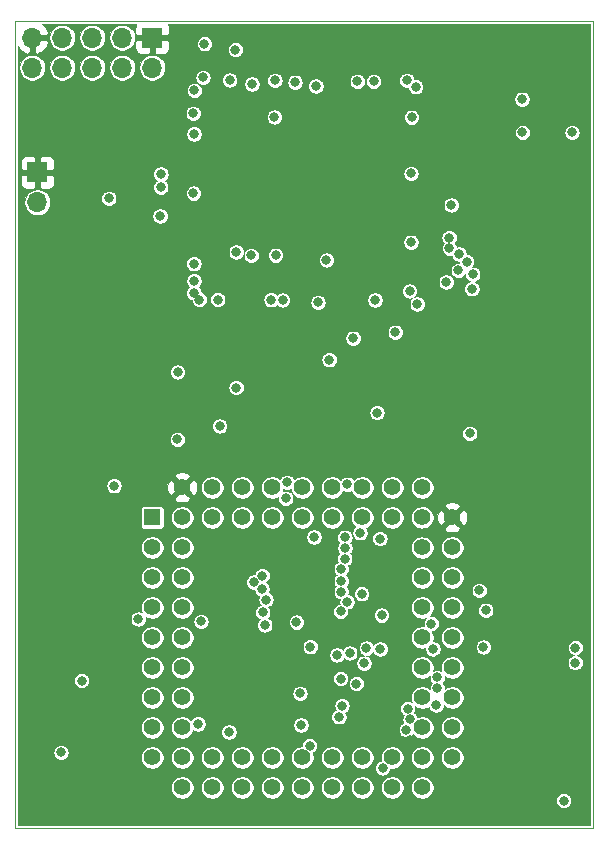
<source format=gbr>
G04 #@! TF.GenerationSoftware,KiCad,Pcbnew,(5.1.5)-3*
G04 #@! TF.CreationDate,2020-05-19T14:22:00+01:00*
G04 #@! TF.ProjectId,ElectronULA,456c6563-7472-46f6-9e55-4c412e6b6963,rev?*
G04 #@! TF.SameCoordinates,Original*
G04 #@! TF.FileFunction,Copper,L3,Inr*
G04 #@! TF.FilePolarity,Positive*
%FSLAX46Y46*%
G04 Gerber Fmt 4.6, Leading zero omitted, Abs format (unit mm)*
G04 Created by KiCad (PCBNEW (5.1.5)-3) date 2020-05-19 14:22:00*
%MOMM*%
%LPD*%
G04 APERTURE LIST*
%ADD10C,0.050000*%
%ADD11O,1.700000X1.700000*%
%ADD12R,1.700000X1.700000*%
%ADD13C,1.422400*%
%ADD14R,1.422400X1.422400*%
%ADD15C,0.800000*%
%ADD16C,0.100000*%
G04 APERTURE END LIST*
D10*
X129700020Y-124670820D02*
X129703200Y-56271000D01*
X178683920Y-124670820D02*
X129700020Y-124670820D01*
X178661700Y-56283700D02*
X178683920Y-124670820D01*
X129703200Y-56271000D02*
X178661700Y-56283700D01*
D11*
X131620260Y-71653400D03*
D12*
X131620260Y-69113400D03*
D11*
X131165600Y-60251340D03*
X131165600Y-57711340D03*
X133705600Y-60251340D03*
X133705600Y-57711340D03*
X136245600Y-60251340D03*
X136245600Y-57711340D03*
X138785600Y-60251340D03*
X138785600Y-57711340D03*
X141325600Y-60251340D03*
D12*
X141325600Y-57711340D03*
D13*
X166738300Y-98336100D03*
X166738300Y-100876100D03*
X166738300Y-103416100D03*
X166738300Y-105956100D03*
X166738300Y-108496100D03*
X166738300Y-111036100D03*
X166738300Y-113576100D03*
X166738300Y-116116100D03*
X164198300Y-95796100D03*
X164198300Y-100876100D03*
X164198300Y-103416100D03*
X164198300Y-105956100D03*
X164198300Y-108496100D03*
X164198300Y-111036100D03*
X164198300Y-113576100D03*
X164198300Y-116116100D03*
X164198300Y-118656100D03*
X164198300Y-121196100D03*
X161658300Y-121196100D03*
X159118300Y-121196100D03*
X156578300Y-121196100D03*
X154038300Y-121196100D03*
X151498300Y-121196100D03*
X148958300Y-121196100D03*
X146418300Y-121196100D03*
X143878300Y-121196100D03*
X166738300Y-118656100D03*
X161658300Y-118656100D03*
X159118300Y-118656100D03*
X156578300Y-118656100D03*
X154038300Y-118656100D03*
X151498300Y-118656100D03*
X148958300Y-118656100D03*
X146418300Y-118656100D03*
X143878300Y-118656100D03*
X141338300Y-118656100D03*
X141338300Y-116116100D03*
X141338300Y-113576100D03*
X141338300Y-111036100D03*
X141338300Y-108496100D03*
X141338300Y-105956100D03*
X141338300Y-103416100D03*
X141338300Y-100876100D03*
D14*
X141338300Y-98336100D03*
D13*
X143878300Y-116116100D03*
X143878300Y-113576100D03*
X143878300Y-111036100D03*
X143878300Y-108496100D03*
X143878300Y-105956100D03*
X143878300Y-103416100D03*
X143878300Y-100876100D03*
X143878300Y-98336100D03*
X161658300Y-95796100D03*
X159118300Y-95796100D03*
X156578300Y-95796100D03*
X143878300Y-95796100D03*
X146418300Y-95796100D03*
X148958300Y-95796100D03*
X151498300Y-95796100D03*
X154038300Y-95796100D03*
X164198300Y-98336100D03*
X161658300Y-98336100D03*
X159118300Y-98336100D03*
X156578300Y-98336100D03*
X146418300Y-98336100D03*
X148958300Y-98336100D03*
X151498300Y-98336100D03*
X154038300Y-98336100D03*
D15*
X153547200Y-107201000D03*
X143467200Y-91731000D03*
X153927200Y-115911000D03*
X154717199Y-109280999D03*
X169374820Y-109308900D03*
X155036520Y-99989640D03*
X148447760Y-75864720D03*
X148440140Y-87335360D03*
X156317200Y-84981000D03*
X147827198Y-116501000D03*
X160607200Y-100131000D03*
X156976190Y-109980062D03*
X160640397Y-109472038D03*
X143477200Y-86031000D03*
X144807200Y-64121000D03*
X144907200Y-62181000D03*
X145637200Y-61081000D03*
X158697200Y-61411000D03*
X160077200Y-61411000D03*
X162897200Y-61331000D03*
X163637200Y-61871000D03*
X177170080Y-109352078D03*
X151777700Y-76133960D03*
X149715220Y-76149200D03*
X151673560Y-64439800D03*
X153418540Y-61493400D03*
X144866360Y-65859660D03*
X144861280Y-76852780D03*
X144871440Y-78300580D03*
X144861280Y-79331820D03*
X145336260Y-79888080D03*
X146883120Y-79888082D03*
X152366980Y-79918560D03*
X151384000Y-79903320D03*
X160200340Y-79931260D03*
X163121340Y-79154020D03*
X163774120Y-80261460D03*
X163240720Y-75031600D03*
X163238180Y-69207380D03*
X163291520Y-64449960D03*
X147888960Y-61292738D03*
X145760440Y-58234580D03*
X172638930Y-62922872D03*
X172679360Y-65743590D03*
X176875440Y-65743590D03*
X138099800Y-95651320D03*
X145467198Y-107141510D03*
X142007221Y-72822913D03*
X135364220Y-112143540D03*
X176169320Y-122306080D03*
X168216580Y-91221560D03*
X156088080Y-76540360D03*
X133606540Y-118229380D03*
X164348160Y-99611180D03*
X139255500Y-108960920D03*
X163177200Y-117191000D03*
X159307200Y-113571000D03*
X160167200Y-117211000D03*
X158473140Y-116243100D03*
X157747200Y-107641000D03*
X148667200Y-111311000D03*
X147847200Y-104371000D03*
X147797200Y-100941000D03*
X154609800Y-103230680D03*
X147707200Y-97021000D03*
X147687200Y-95281000D03*
X150187200Y-93721000D03*
X146317200Y-93811000D03*
X139425680Y-98597720D03*
X160427200Y-97021000D03*
X156705300Y-91445080D03*
X152054560Y-91727020D03*
X166730680Y-93718380D03*
X161378900Y-123151900D03*
X167040560Y-122311160D03*
X139280900Y-123329700D03*
X136550400Y-120703340D03*
X147794980Y-65887600D03*
X158249620Y-65079880D03*
X160926780Y-63545720D03*
X160075880Y-69148960D03*
X161422080Y-79664560D03*
X160182560Y-76563220D03*
X158437580Y-79649320D03*
X146730720Y-77386180D03*
X148625560Y-70050660D03*
X149766020Y-89547700D03*
X146232880Y-87119460D03*
X154040840Y-87337900D03*
X153456640Y-72506840D03*
X152593040Y-72506840D03*
X149522180Y-78214220D03*
X153035000Y-75412600D03*
X176093120Y-117083840D03*
X161734500Y-117081300D03*
X156016960Y-117081300D03*
X156034740Y-107756960D03*
X161737040Y-107774740D03*
X147431760Y-109077760D03*
X151538940Y-109100620D03*
X151356060Y-100284280D03*
X151980900Y-86326980D03*
X163245800Y-73827640D03*
X163121340Y-67978020D03*
X159397700Y-58506360D03*
X150893780Y-58366660D03*
X146857720Y-63533020D03*
X160182560Y-75044300D03*
X162641280Y-76593700D03*
X176890680Y-73720960D03*
X176870360Y-70078600D03*
X175922940Y-64015620D03*
X147393660Y-71887080D03*
X164993320Y-91506040D03*
X159245300Y-86085680D03*
X154637740Y-105394760D03*
X153852880Y-111970820D03*
X148691600Y-113847880D03*
X145896945Y-90670602D03*
X154193240Y-63599060D03*
X154172920Y-78386940D03*
X142105380Y-63159640D03*
X165857200Y-88198960D03*
X170373040Y-117088920D03*
X165638480Y-110327440D03*
X169844720Y-108402120D03*
X145079720Y-104358440D03*
X145505737Y-99781762D03*
X173616620Y-120505220D03*
X132054600Y-116410740D03*
X132717540Y-122047000D03*
X131795520Y-105267760D03*
X132049520Y-88084660D03*
X131942840Y-77378560D03*
X136217660Y-67302380D03*
X132654040Y-63741300D03*
X176164240Y-58813700D03*
X169189400Y-58813700D03*
X169948860Y-61770260D03*
X176756060Y-87632540D03*
X175935640Y-75534520D03*
X176847500Y-103642160D03*
X168282620Y-68948300D03*
X166745920Y-64122300D03*
X139194540Y-88290400D03*
X139681319Y-70813910D03*
X140095798Y-73360997D03*
X154894280Y-58364120D03*
X145211800Y-115811300D03*
X140154660Y-106936540D03*
X150630870Y-104396039D03*
X150651764Y-103260149D03*
X150860760Y-107440990D03*
X153847200Y-113231000D03*
X152638760Y-96718120D03*
X149938181Y-103815161D03*
X150693120Y-106370120D03*
X150975446Y-105295669D03*
X159267200Y-110681000D03*
X157280542Y-106296504D03*
X157287200Y-111981000D03*
X158057200Y-109821000D03*
X159467200Y-109401010D03*
X160842210Y-119556494D03*
X157408880Y-114269520D03*
X157139453Y-115211532D03*
X154659492Y-117648348D03*
X157336470Y-104630443D03*
X157336470Y-103726435D03*
X152757200Y-95361000D03*
X157639794Y-101822062D03*
X157646247Y-100014177D03*
X157830520Y-105478580D03*
X158925260Y-99636580D03*
X159066186Y-104796238D03*
X158617200Y-112401000D03*
X157857200Y-95521000D03*
X160377200Y-89461000D03*
X158347202Y-83161000D03*
X157337560Y-102682820D03*
X157653722Y-100918158D03*
X147047200Y-90601000D03*
X177149760Y-110629700D03*
X169575480Y-106197400D03*
X161909760Y-82651600D03*
X162849560Y-116306600D03*
X166476680Y-74640440D03*
X165379400Y-114207270D03*
X167960040Y-76667360D03*
X162966400Y-114528600D03*
X167304720Y-76037440D03*
X163169600Y-115432840D03*
X166502080Y-75544680D03*
X160751520Y-106606340D03*
X169020470Y-104515919D03*
X165481000Y-112801400D03*
X167248840Y-77426010D03*
X166227760Y-78394560D03*
X165100000Y-109468920D03*
X155379420Y-80124300D03*
X165465760Y-111876840D03*
X168473120Y-77749400D03*
X164967920Y-107320080D03*
X168396920Y-78973680D03*
X166658310Y-71887080D03*
X142062200Y-70370700D03*
X151719280Y-61328300D03*
X149778720Y-61644560D03*
X148380824Y-58731282D03*
X155188920Y-61802040D03*
X137657734Y-71315990D03*
X142067280Y-69258180D03*
X144830800Y-70881240D03*
D16*
G36*
X140002762Y-56562242D02*
G01*
X139957581Y-56646769D01*
X139925674Y-56751953D01*
X139914900Y-56861340D01*
X139917600Y-57367840D01*
X140057100Y-57507340D01*
X141121600Y-57507340D01*
X141121600Y-57487340D01*
X141529600Y-57487340D01*
X141529600Y-57507340D01*
X142594100Y-57507340D01*
X142733600Y-57367840D01*
X142736300Y-56861340D01*
X142725526Y-56751953D01*
X142693619Y-56646769D01*
X142648807Y-56562932D01*
X178386794Y-56572256D01*
X178408831Y-124395820D01*
X129975032Y-124395820D01*
X129975131Y-122242061D01*
X175519320Y-122242061D01*
X175519320Y-122370099D01*
X175544299Y-122495678D01*
X175593298Y-122613970D01*
X175664432Y-122720431D01*
X175754969Y-122810968D01*
X175861430Y-122882102D01*
X175979722Y-122931101D01*
X176105301Y-122956080D01*
X176233339Y-122956080D01*
X176358918Y-122931101D01*
X176477210Y-122882102D01*
X176583671Y-122810968D01*
X176674208Y-122720431D01*
X176745342Y-122613970D01*
X176794341Y-122495678D01*
X176819320Y-122370099D01*
X176819320Y-122242061D01*
X176794341Y-122116482D01*
X176745342Y-121998190D01*
X176674208Y-121891729D01*
X176583671Y-121801192D01*
X176477210Y-121730058D01*
X176358918Y-121681059D01*
X176233339Y-121656080D01*
X176105301Y-121656080D01*
X175979722Y-121681059D01*
X175861430Y-121730058D01*
X175754969Y-121801192D01*
X175664432Y-121891729D01*
X175593298Y-121998190D01*
X175544299Y-122116482D01*
X175519320Y-122242061D01*
X129975131Y-122242061D01*
X129975184Y-121101430D01*
X142917100Y-121101430D01*
X142917100Y-121290770D01*
X142954038Y-121476472D01*
X143026495Y-121651399D01*
X143131687Y-121808829D01*
X143265571Y-121942713D01*
X143423001Y-122047905D01*
X143597928Y-122120362D01*
X143783630Y-122157300D01*
X143972970Y-122157300D01*
X144158672Y-122120362D01*
X144333599Y-122047905D01*
X144491029Y-121942713D01*
X144624913Y-121808829D01*
X144730105Y-121651399D01*
X144802562Y-121476472D01*
X144839500Y-121290770D01*
X144839500Y-121101430D01*
X145457100Y-121101430D01*
X145457100Y-121290770D01*
X145494038Y-121476472D01*
X145566495Y-121651399D01*
X145671687Y-121808829D01*
X145805571Y-121942713D01*
X145963001Y-122047905D01*
X146137928Y-122120362D01*
X146323630Y-122157300D01*
X146512970Y-122157300D01*
X146698672Y-122120362D01*
X146873599Y-122047905D01*
X147031029Y-121942713D01*
X147164913Y-121808829D01*
X147270105Y-121651399D01*
X147342562Y-121476472D01*
X147379500Y-121290770D01*
X147379500Y-121101430D01*
X147997100Y-121101430D01*
X147997100Y-121290770D01*
X148034038Y-121476472D01*
X148106495Y-121651399D01*
X148211687Y-121808829D01*
X148345571Y-121942713D01*
X148503001Y-122047905D01*
X148677928Y-122120362D01*
X148863630Y-122157300D01*
X149052970Y-122157300D01*
X149238672Y-122120362D01*
X149413599Y-122047905D01*
X149571029Y-121942713D01*
X149704913Y-121808829D01*
X149810105Y-121651399D01*
X149882562Y-121476472D01*
X149919500Y-121290770D01*
X149919500Y-121101430D01*
X150537100Y-121101430D01*
X150537100Y-121290770D01*
X150574038Y-121476472D01*
X150646495Y-121651399D01*
X150751687Y-121808829D01*
X150885571Y-121942713D01*
X151043001Y-122047905D01*
X151217928Y-122120362D01*
X151403630Y-122157300D01*
X151592970Y-122157300D01*
X151778672Y-122120362D01*
X151953599Y-122047905D01*
X152111029Y-121942713D01*
X152244913Y-121808829D01*
X152350105Y-121651399D01*
X152422562Y-121476472D01*
X152459500Y-121290770D01*
X152459500Y-121101430D01*
X153077100Y-121101430D01*
X153077100Y-121290770D01*
X153114038Y-121476472D01*
X153186495Y-121651399D01*
X153291687Y-121808829D01*
X153425571Y-121942713D01*
X153583001Y-122047905D01*
X153757928Y-122120362D01*
X153943630Y-122157300D01*
X154132970Y-122157300D01*
X154318672Y-122120362D01*
X154493599Y-122047905D01*
X154651029Y-121942713D01*
X154784913Y-121808829D01*
X154890105Y-121651399D01*
X154962562Y-121476472D01*
X154999500Y-121290770D01*
X154999500Y-121101430D01*
X155617100Y-121101430D01*
X155617100Y-121290770D01*
X155654038Y-121476472D01*
X155726495Y-121651399D01*
X155831687Y-121808829D01*
X155965571Y-121942713D01*
X156123001Y-122047905D01*
X156297928Y-122120362D01*
X156483630Y-122157300D01*
X156672970Y-122157300D01*
X156858672Y-122120362D01*
X157033599Y-122047905D01*
X157191029Y-121942713D01*
X157324913Y-121808829D01*
X157430105Y-121651399D01*
X157502562Y-121476472D01*
X157539500Y-121290770D01*
X157539500Y-121101430D01*
X158157100Y-121101430D01*
X158157100Y-121290770D01*
X158194038Y-121476472D01*
X158266495Y-121651399D01*
X158371687Y-121808829D01*
X158505571Y-121942713D01*
X158663001Y-122047905D01*
X158837928Y-122120362D01*
X159023630Y-122157300D01*
X159212970Y-122157300D01*
X159398672Y-122120362D01*
X159573599Y-122047905D01*
X159731029Y-121942713D01*
X159864913Y-121808829D01*
X159970105Y-121651399D01*
X160042562Y-121476472D01*
X160079500Y-121290770D01*
X160079500Y-121101430D01*
X160697100Y-121101430D01*
X160697100Y-121290770D01*
X160734038Y-121476472D01*
X160806495Y-121651399D01*
X160911687Y-121808829D01*
X161045571Y-121942713D01*
X161203001Y-122047905D01*
X161377928Y-122120362D01*
X161563630Y-122157300D01*
X161752970Y-122157300D01*
X161938672Y-122120362D01*
X162113599Y-122047905D01*
X162271029Y-121942713D01*
X162404913Y-121808829D01*
X162510105Y-121651399D01*
X162582562Y-121476472D01*
X162619500Y-121290770D01*
X162619500Y-121101430D01*
X163237100Y-121101430D01*
X163237100Y-121290770D01*
X163274038Y-121476472D01*
X163346495Y-121651399D01*
X163451687Y-121808829D01*
X163585571Y-121942713D01*
X163743001Y-122047905D01*
X163917928Y-122120362D01*
X164103630Y-122157300D01*
X164292970Y-122157300D01*
X164478672Y-122120362D01*
X164653599Y-122047905D01*
X164811029Y-121942713D01*
X164944913Y-121808829D01*
X165050105Y-121651399D01*
X165122562Y-121476472D01*
X165159500Y-121290770D01*
X165159500Y-121101430D01*
X165122562Y-120915728D01*
X165050105Y-120740801D01*
X164944913Y-120583371D01*
X164811029Y-120449487D01*
X164653599Y-120344295D01*
X164478672Y-120271838D01*
X164292970Y-120234900D01*
X164103630Y-120234900D01*
X163917928Y-120271838D01*
X163743001Y-120344295D01*
X163585571Y-120449487D01*
X163451687Y-120583371D01*
X163346495Y-120740801D01*
X163274038Y-120915728D01*
X163237100Y-121101430D01*
X162619500Y-121101430D01*
X162582562Y-120915728D01*
X162510105Y-120740801D01*
X162404913Y-120583371D01*
X162271029Y-120449487D01*
X162113599Y-120344295D01*
X161938672Y-120271838D01*
X161752970Y-120234900D01*
X161563630Y-120234900D01*
X161377928Y-120271838D01*
X161203001Y-120344295D01*
X161045571Y-120449487D01*
X160911687Y-120583371D01*
X160806495Y-120740801D01*
X160734038Y-120915728D01*
X160697100Y-121101430D01*
X160079500Y-121101430D01*
X160042562Y-120915728D01*
X159970105Y-120740801D01*
X159864913Y-120583371D01*
X159731029Y-120449487D01*
X159573599Y-120344295D01*
X159398672Y-120271838D01*
X159212970Y-120234900D01*
X159023630Y-120234900D01*
X158837928Y-120271838D01*
X158663001Y-120344295D01*
X158505571Y-120449487D01*
X158371687Y-120583371D01*
X158266495Y-120740801D01*
X158194038Y-120915728D01*
X158157100Y-121101430D01*
X157539500Y-121101430D01*
X157502562Y-120915728D01*
X157430105Y-120740801D01*
X157324913Y-120583371D01*
X157191029Y-120449487D01*
X157033599Y-120344295D01*
X156858672Y-120271838D01*
X156672970Y-120234900D01*
X156483630Y-120234900D01*
X156297928Y-120271838D01*
X156123001Y-120344295D01*
X155965571Y-120449487D01*
X155831687Y-120583371D01*
X155726495Y-120740801D01*
X155654038Y-120915728D01*
X155617100Y-121101430D01*
X154999500Y-121101430D01*
X154962562Y-120915728D01*
X154890105Y-120740801D01*
X154784913Y-120583371D01*
X154651029Y-120449487D01*
X154493599Y-120344295D01*
X154318672Y-120271838D01*
X154132970Y-120234900D01*
X153943630Y-120234900D01*
X153757928Y-120271838D01*
X153583001Y-120344295D01*
X153425571Y-120449487D01*
X153291687Y-120583371D01*
X153186495Y-120740801D01*
X153114038Y-120915728D01*
X153077100Y-121101430D01*
X152459500Y-121101430D01*
X152422562Y-120915728D01*
X152350105Y-120740801D01*
X152244913Y-120583371D01*
X152111029Y-120449487D01*
X151953599Y-120344295D01*
X151778672Y-120271838D01*
X151592970Y-120234900D01*
X151403630Y-120234900D01*
X151217928Y-120271838D01*
X151043001Y-120344295D01*
X150885571Y-120449487D01*
X150751687Y-120583371D01*
X150646495Y-120740801D01*
X150574038Y-120915728D01*
X150537100Y-121101430D01*
X149919500Y-121101430D01*
X149882562Y-120915728D01*
X149810105Y-120740801D01*
X149704913Y-120583371D01*
X149571029Y-120449487D01*
X149413599Y-120344295D01*
X149238672Y-120271838D01*
X149052970Y-120234900D01*
X148863630Y-120234900D01*
X148677928Y-120271838D01*
X148503001Y-120344295D01*
X148345571Y-120449487D01*
X148211687Y-120583371D01*
X148106495Y-120740801D01*
X148034038Y-120915728D01*
X147997100Y-121101430D01*
X147379500Y-121101430D01*
X147342562Y-120915728D01*
X147270105Y-120740801D01*
X147164913Y-120583371D01*
X147031029Y-120449487D01*
X146873599Y-120344295D01*
X146698672Y-120271838D01*
X146512970Y-120234900D01*
X146323630Y-120234900D01*
X146137928Y-120271838D01*
X145963001Y-120344295D01*
X145805571Y-120449487D01*
X145671687Y-120583371D01*
X145566495Y-120740801D01*
X145494038Y-120915728D01*
X145457100Y-121101430D01*
X144839500Y-121101430D01*
X144802562Y-120915728D01*
X144730105Y-120740801D01*
X144624913Y-120583371D01*
X144491029Y-120449487D01*
X144333599Y-120344295D01*
X144158672Y-120271838D01*
X143972970Y-120234900D01*
X143783630Y-120234900D01*
X143597928Y-120271838D01*
X143423001Y-120344295D01*
X143265571Y-120449487D01*
X143131687Y-120583371D01*
X143026495Y-120740801D01*
X142954038Y-120915728D01*
X142917100Y-121101430D01*
X129975184Y-121101430D01*
X129975321Y-118165361D01*
X132956540Y-118165361D01*
X132956540Y-118293399D01*
X132981519Y-118418978D01*
X133030518Y-118537270D01*
X133101652Y-118643731D01*
X133192189Y-118734268D01*
X133298650Y-118805402D01*
X133416942Y-118854401D01*
X133542521Y-118879380D01*
X133670559Y-118879380D01*
X133796138Y-118854401D01*
X133914430Y-118805402D01*
X134020891Y-118734268D01*
X134111428Y-118643731D01*
X134166419Y-118561430D01*
X140377100Y-118561430D01*
X140377100Y-118750770D01*
X140414038Y-118936472D01*
X140486495Y-119111399D01*
X140591687Y-119268829D01*
X140725571Y-119402713D01*
X140883001Y-119507905D01*
X141057928Y-119580362D01*
X141243630Y-119617300D01*
X141432970Y-119617300D01*
X141618672Y-119580362D01*
X141793599Y-119507905D01*
X141951029Y-119402713D01*
X142084913Y-119268829D01*
X142190105Y-119111399D01*
X142262562Y-118936472D01*
X142299500Y-118750770D01*
X142299500Y-118561430D01*
X142917100Y-118561430D01*
X142917100Y-118750770D01*
X142954038Y-118936472D01*
X143026495Y-119111399D01*
X143131687Y-119268829D01*
X143265571Y-119402713D01*
X143423001Y-119507905D01*
X143597928Y-119580362D01*
X143783630Y-119617300D01*
X143972970Y-119617300D01*
X144158672Y-119580362D01*
X144333599Y-119507905D01*
X144491029Y-119402713D01*
X144624913Y-119268829D01*
X144730105Y-119111399D01*
X144802562Y-118936472D01*
X144839500Y-118750770D01*
X144839500Y-118561430D01*
X145457100Y-118561430D01*
X145457100Y-118750770D01*
X145494038Y-118936472D01*
X145566495Y-119111399D01*
X145671687Y-119268829D01*
X145805571Y-119402713D01*
X145963001Y-119507905D01*
X146137928Y-119580362D01*
X146323630Y-119617300D01*
X146512970Y-119617300D01*
X146698672Y-119580362D01*
X146873599Y-119507905D01*
X147031029Y-119402713D01*
X147164913Y-119268829D01*
X147270105Y-119111399D01*
X147342562Y-118936472D01*
X147379500Y-118750770D01*
X147379500Y-118561430D01*
X147997100Y-118561430D01*
X147997100Y-118750770D01*
X148034038Y-118936472D01*
X148106495Y-119111399D01*
X148211687Y-119268829D01*
X148345571Y-119402713D01*
X148503001Y-119507905D01*
X148677928Y-119580362D01*
X148863630Y-119617300D01*
X149052970Y-119617300D01*
X149238672Y-119580362D01*
X149413599Y-119507905D01*
X149571029Y-119402713D01*
X149704913Y-119268829D01*
X149810105Y-119111399D01*
X149882562Y-118936472D01*
X149919500Y-118750770D01*
X149919500Y-118561430D01*
X150537100Y-118561430D01*
X150537100Y-118750770D01*
X150574038Y-118936472D01*
X150646495Y-119111399D01*
X150751687Y-119268829D01*
X150885571Y-119402713D01*
X151043001Y-119507905D01*
X151217928Y-119580362D01*
X151403630Y-119617300D01*
X151592970Y-119617300D01*
X151778672Y-119580362D01*
X151953599Y-119507905D01*
X152111029Y-119402713D01*
X152244913Y-119268829D01*
X152350105Y-119111399D01*
X152422562Y-118936472D01*
X152459500Y-118750770D01*
X152459500Y-118561430D01*
X153077100Y-118561430D01*
X153077100Y-118750770D01*
X153114038Y-118936472D01*
X153186495Y-119111399D01*
X153291687Y-119268829D01*
X153425571Y-119402713D01*
X153583001Y-119507905D01*
X153757928Y-119580362D01*
X153943630Y-119617300D01*
X154132970Y-119617300D01*
X154318672Y-119580362D01*
X154493599Y-119507905D01*
X154651029Y-119402713D01*
X154784913Y-119268829D01*
X154890105Y-119111399D01*
X154962562Y-118936472D01*
X154999500Y-118750770D01*
X154999500Y-118561430D01*
X155617100Y-118561430D01*
X155617100Y-118750770D01*
X155654038Y-118936472D01*
X155726495Y-119111399D01*
X155831687Y-119268829D01*
X155965571Y-119402713D01*
X156123001Y-119507905D01*
X156297928Y-119580362D01*
X156483630Y-119617300D01*
X156672970Y-119617300D01*
X156858672Y-119580362D01*
X157033599Y-119507905D01*
X157191029Y-119402713D01*
X157324913Y-119268829D01*
X157430105Y-119111399D01*
X157502562Y-118936472D01*
X157539500Y-118750770D01*
X157539500Y-118561430D01*
X158157100Y-118561430D01*
X158157100Y-118750770D01*
X158194038Y-118936472D01*
X158266495Y-119111399D01*
X158371687Y-119268829D01*
X158505571Y-119402713D01*
X158663001Y-119507905D01*
X158837928Y-119580362D01*
X159023630Y-119617300D01*
X159212970Y-119617300D01*
X159398672Y-119580362D01*
X159573599Y-119507905D01*
X159596691Y-119492475D01*
X160192210Y-119492475D01*
X160192210Y-119620513D01*
X160217189Y-119746092D01*
X160266188Y-119864384D01*
X160337322Y-119970845D01*
X160427859Y-120061382D01*
X160534320Y-120132516D01*
X160652612Y-120181515D01*
X160778191Y-120206494D01*
X160906229Y-120206494D01*
X161031808Y-120181515D01*
X161150100Y-120132516D01*
X161256561Y-120061382D01*
X161347098Y-119970845D01*
X161418232Y-119864384D01*
X161467231Y-119746092D01*
X161492210Y-119620513D01*
X161492210Y-119603094D01*
X161563630Y-119617300D01*
X161752970Y-119617300D01*
X161938672Y-119580362D01*
X162113599Y-119507905D01*
X162271029Y-119402713D01*
X162404913Y-119268829D01*
X162510105Y-119111399D01*
X162582562Y-118936472D01*
X162619500Y-118750770D01*
X162619500Y-118561430D01*
X163237100Y-118561430D01*
X163237100Y-118750770D01*
X163274038Y-118936472D01*
X163346495Y-119111399D01*
X163451687Y-119268829D01*
X163585571Y-119402713D01*
X163743001Y-119507905D01*
X163917928Y-119580362D01*
X164103630Y-119617300D01*
X164292970Y-119617300D01*
X164478672Y-119580362D01*
X164653599Y-119507905D01*
X164811029Y-119402713D01*
X164944913Y-119268829D01*
X165050105Y-119111399D01*
X165122562Y-118936472D01*
X165159500Y-118750770D01*
X165159500Y-118561430D01*
X165777100Y-118561430D01*
X165777100Y-118750770D01*
X165814038Y-118936472D01*
X165886495Y-119111399D01*
X165991687Y-119268829D01*
X166125571Y-119402713D01*
X166283001Y-119507905D01*
X166457928Y-119580362D01*
X166643630Y-119617300D01*
X166832970Y-119617300D01*
X167018672Y-119580362D01*
X167193599Y-119507905D01*
X167351029Y-119402713D01*
X167484913Y-119268829D01*
X167590105Y-119111399D01*
X167662562Y-118936472D01*
X167699500Y-118750770D01*
X167699500Y-118561430D01*
X167662562Y-118375728D01*
X167590105Y-118200801D01*
X167484913Y-118043371D01*
X167351029Y-117909487D01*
X167193599Y-117804295D01*
X167018672Y-117731838D01*
X166832970Y-117694900D01*
X166643630Y-117694900D01*
X166457928Y-117731838D01*
X166283001Y-117804295D01*
X166125571Y-117909487D01*
X165991687Y-118043371D01*
X165886495Y-118200801D01*
X165814038Y-118375728D01*
X165777100Y-118561430D01*
X165159500Y-118561430D01*
X165122562Y-118375728D01*
X165050105Y-118200801D01*
X164944913Y-118043371D01*
X164811029Y-117909487D01*
X164653599Y-117804295D01*
X164478672Y-117731838D01*
X164292970Y-117694900D01*
X164103630Y-117694900D01*
X163917928Y-117731838D01*
X163743001Y-117804295D01*
X163585571Y-117909487D01*
X163451687Y-118043371D01*
X163346495Y-118200801D01*
X163274038Y-118375728D01*
X163237100Y-118561430D01*
X162619500Y-118561430D01*
X162582562Y-118375728D01*
X162510105Y-118200801D01*
X162404913Y-118043371D01*
X162271029Y-117909487D01*
X162113599Y-117804295D01*
X161938672Y-117731838D01*
X161752970Y-117694900D01*
X161563630Y-117694900D01*
X161377928Y-117731838D01*
X161203001Y-117804295D01*
X161045571Y-117909487D01*
X160911687Y-118043371D01*
X160806495Y-118200801D01*
X160734038Y-118375728D01*
X160697100Y-118561430D01*
X160697100Y-118750770D01*
X160729982Y-118916083D01*
X160652612Y-118931473D01*
X160534320Y-118980472D01*
X160427859Y-119051606D01*
X160337322Y-119142143D01*
X160266188Y-119248604D01*
X160217189Y-119366896D01*
X160192210Y-119492475D01*
X159596691Y-119492475D01*
X159731029Y-119402713D01*
X159864913Y-119268829D01*
X159970105Y-119111399D01*
X160042562Y-118936472D01*
X160079500Y-118750770D01*
X160079500Y-118561430D01*
X160042562Y-118375728D01*
X159970105Y-118200801D01*
X159864913Y-118043371D01*
X159731029Y-117909487D01*
X159573599Y-117804295D01*
X159398672Y-117731838D01*
X159212970Y-117694900D01*
X159023630Y-117694900D01*
X158837928Y-117731838D01*
X158663001Y-117804295D01*
X158505571Y-117909487D01*
X158371687Y-118043371D01*
X158266495Y-118200801D01*
X158194038Y-118375728D01*
X158157100Y-118561430D01*
X157539500Y-118561430D01*
X157502562Y-118375728D01*
X157430105Y-118200801D01*
X157324913Y-118043371D01*
X157191029Y-117909487D01*
X157033599Y-117804295D01*
X156858672Y-117731838D01*
X156672970Y-117694900D01*
X156483630Y-117694900D01*
X156297928Y-117731838D01*
X156123001Y-117804295D01*
X155965571Y-117909487D01*
X155831687Y-118043371D01*
X155726495Y-118200801D01*
X155654038Y-118375728D01*
X155617100Y-118561430D01*
X154999500Y-118561430D01*
X154962562Y-118375728D01*
X154909755Y-118248240D01*
X154967382Y-118224370D01*
X155073843Y-118153236D01*
X155164380Y-118062699D01*
X155235514Y-117956238D01*
X155284513Y-117837946D01*
X155309492Y-117712367D01*
X155309492Y-117584329D01*
X155284513Y-117458750D01*
X155235514Y-117340458D01*
X155164380Y-117233997D01*
X155073843Y-117143460D01*
X154967382Y-117072326D01*
X154849090Y-117023327D01*
X154723511Y-116998348D01*
X154595473Y-116998348D01*
X154469894Y-117023327D01*
X154351602Y-117072326D01*
X154245141Y-117143460D01*
X154154604Y-117233997D01*
X154083470Y-117340458D01*
X154034471Y-117458750D01*
X154009492Y-117584329D01*
X154009492Y-117694900D01*
X153943630Y-117694900D01*
X153757928Y-117731838D01*
X153583001Y-117804295D01*
X153425571Y-117909487D01*
X153291687Y-118043371D01*
X153186495Y-118200801D01*
X153114038Y-118375728D01*
X153077100Y-118561430D01*
X152459500Y-118561430D01*
X152422562Y-118375728D01*
X152350105Y-118200801D01*
X152244913Y-118043371D01*
X152111029Y-117909487D01*
X151953599Y-117804295D01*
X151778672Y-117731838D01*
X151592970Y-117694900D01*
X151403630Y-117694900D01*
X151217928Y-117731838D01*
X151043001Y-117804295D01*
X150885571Y-117909487D01*
X150751687Y-118043371D01*
X150646495Y-118200801D01*
X150574038Y-118375728D01*
X150537100Y-118561430D01*
X149919500Y-118561430D01*
X149882562Y-118375728D01*
X149810105Y-118200801D01*
X149704913Y-118043371D01*
X149571029Y-117909487D01*
X149413599Y-117804295D01*
X149238672Y-117731838D01*
X149052970Y-117694900D01*
X148863630Y-117694900D01*
X148677928Y-117731838D01*
X148503001Y-117804295D01*
X148345571Y-117909487D01*
X148211687Y-118043371D01*
X148106495Y-118200801D01*
X148034038Y-118375728D01*
X147997100Y-118561430D01*
X147379500Y-118561430D01*
X147342562Y-118375728D01*
X147270105Y-118200801D01*
X147164913Y-118043371D01*
X147031029Y-117909487D01*
X146873599Y-117804295D01*
X146698672Y-117731838D01*
X146512970Y-117694900D01*
X146323630Y-117694900D01*
X146137928Y-117731838D01*
X145963001Y-117804295D01*
X145805571Y-117909487D01*
X145671687Y-118043371D01*
X145566495Y-118200801D01*
X145494038Y-118375728D01*
X145457100Y-118561430D01*
X144839500Y-118561430D01*
X144802562Y-118375728D01*
X144730105Y-118200801D01*
X144624913Y-118043371D01*
X144491029Y-117909487D01*
X144333599Y-117804295D01*
X144158672Y-117731838D01*
X143972970Y-117694900D01*
X143783630Y-117694900D01*
X143597928Y-117731838D01*
X143423001Y-117804295D01*
X143265571Y-117909487D01*
X143131687Y-118043371D01*
X143026495Y-118200801D01*
X142954038Y-118375728D01*
X142917100Y-118561430D01*
X142299500Y-118561430D01*
X142262562Y-118375728D01*
X142190105Y-118200801D01*
X142084913Y-118043371D01*
X141951029Y-117909487D01*
X141793599Y-117804295D01*
X141618672Y-117731838D01*
X141432970Y-117694900D01*
X141243630Y-117694900D01*
X141057928Y-117731838D01*
X140883001Y-117804295D01*
X140725571Y-117909487D01*
X140591687Y-118043371D01*
X140486495Y-118200801D01*
X140414038Y-118375728D01*
X140377100Y-118561430D01*
X134166419Y-118561430D01*
X134182562Y-118537270D01*
X134231561Y-118418978D01*
X134256540Y-118293399D01*
X134256540Y-118165361D01*
X134231561Y-118039782D01*
X134182562Y-117921490D01*
X134111428Y-117815029D01*
X134020891Y-117724492D01*
X133914430Y-117653358D01*
X133796138Y-117604359D01*
X133670559Y-117579380D01*
X133542521Y-117579380D01*
X133416942Y-117604359D01*
X133298650Y-117653358D01*
X133192189Y-117724492D01*
X133101652Y-117815029D01*
X133030518Y-117921490D01*
X132981519Y-118039782D01*
X132956540Y-118165361D01*
X129975321Y-118165361D01*
X129975420Y-116021430D01*
X140377100Y-116021430D01*
X140377100Y-116210770D01*
X140414038Y-116396472D01*
X140486495Y-116571399D01*
X140591687Y-116728829D01*
X140725571Y-116862713D01*
X140883001Y-116967905D01*
X141057928Y-117040362D01*
X141243630Y-117077300D01*
X141432970Y-117077300D01*
X141618672Y-117040362D01*
X141793599Y-116967905D01*
X141951029Y-116862713D01*
X142084913Y-116728829D01*
X142190105Y-116571399D01*
X142262562Y-116396472D01*
X142299500Y-116210770D01*
X142299500Y-116021430D01*
X142917100Y-116021430D01*
X142917100Y-116210770D01*
X142954038Y-116396472D01*
X143026495Y-116571399D01*
X143131687Y-116728829D01*
X143265571Y-116862713D01*
X143423001Y-116967905D01*
X143597928Y-117040362D01*
X143783630Y-117077300D01*
X143972970Y-117077300D01*
X144158672Y-117040362D01*
X144333599Y-116967905D01*
X144491029Y-116862713D01*
X144624913Y-116728829D01*
X144730105Y-116571399D01*
X144802562Y-116396472D01*
X144816058Y-116328622D01*
X144903910Y-116387322D01*
X145022202Y-116436321D01*
X145147781Y-116461300D01*
X145275819Y-116461300D01*
X145398079Y-116436981D01*
X147177198Y-116436981D01*
X147177198Y-116565019D01*
X147202177Y-116690598D01*
X147251176Y-116808890D01*
X147322310Y-116915351D01*
X147412847Y-117005888D01*
X147519308Y-117077022D01*
X147637600Y-117126021D01*
X147763179Y-117151000D01*
X147891217Y-117151000D01*
X148016796Y-117126021D01*
X148135088Y-117077022D01*
X148241549Y-117005888D01*
X148332086Y-116915351D01*
X148403220Y-116808890D01*
X148452219Y-116690598D01*
X148477198Y-116565019D01*
X148477198Y-116436981D01*
X148452219Y-116311402D01*
X148403220Y-116193110D01*
X148332086Y-116086649D01*
X148241549Y-115996112D01*
X148135088Y-115924978D01*
X148016796Y-115875979D01*
X147891217Y-115851000D01*
X147763179Y-115851000D01*
X147637600Y-115875979D01*
X147519308Y-115924978D01*
X147412847Y-115996112D01*
X147322310Y-116086649D01*
X147251176Y-116193110D01*
X147202177Y-116311402D01*
X147177198Y-116436981D01*
X145398079Y-116436981D01*
X145401398Y-116436321D01*
X145519690Y-116387322D01*
X145626151Y-116316188D01*
X145716688Y-116225651D01*
X145787822Y-116119190D01*
X145836821Y-116000898D01*
X145861800Y-115875319D01*
X145861800Y-115846981D01*
X153277200Y-115846981D01*
X153277200Y-115975019D01*
X153302179Y-116100598D01*
X153351178Y-116218890D01*
X153422312Y-116325351D01*
X153512849Y-116415888D01*
X153619310Y-116487022D01*
X153737602Y-116536021D01*
X153863181Y-116561000D01*
X153991219Y-116561000D01*
X154116798Y-116536021D01*
X154235090Y-116487022D01*
X154341551Y-116415888D01*
X154432088Y-116325351D01*
X154487392Y-116242581D01*
X162199560Y-116242581D01*
X162199560Y-116370619D01*
X162224539Y-116496198D01*
X162273538Y-116614490D01*
X162344672Y-116720951D01*
X162435209Y-116811488D01*
X162541670Y-116882622D01*
X162659962Y-116931621D01*
X162785541Y-116956600D01*
X162913579Y-116956600D01*
X163039158Y-116931621D01*
X163157450Y-116882622D01*
X163263911Y-116811488D01*
X163354448Y-116720951D01*
X163400435Y-116652126D01*
X163451687Y-116728829D01*
X163585571Y-116862713D01*
X163743001Y-116967905D01*
X163917928Y-117040362D01*
X164103630Y-117077300D01*
X164292970Y-117077300D01*
X164478672Y-117040362D01*
X164653599Y-116967905D01*
X164811029Y-116862713D01*
X164944913Y-116728829D01*
X165050105Y-116571399D01*
X165122562Y-116396472D01*
X165159500Y-116210770D01*
X165159500Y-116021430D01*
X165777100Y-116021430D01*
X165777100Y-116210770D01*
X165814038Y-116396472D01*
X165886495Y-116571399D01*
X165991687Y-116728829D01*
X166125571Y-116862713D01*
X166283001Y-116967905D01*
X166457928Y-117040362D01*
X166643630Y-117077300D01*
X166832970Y-117077300D01*
X167018672Y-117040362D01*
X167193599Y-116967905D01*
X167351029Y-116862713D01*
X167484913Y-116728829D01*
X167590105Y-116571399D01*
X167662562Y-116396472D01*
X167699500Y-116210770D01*
X167699500Y-116021430D01*
X167662562Y-115835728D01*
X167590105Y-115660801D01*
X167484913Y-115503371D01*
X167351029Y-115369487D01*
X167193599Y-115264295D01*
X167018672Y-115191838D01*
X166832970Y-115154900D01*
X166643630Y-115154900D01*
X166457928Y-115191838D01*
X166283001Y-115264295D01*
X166125571Y-115369487D01*
X165991687Y-115503371D01*
X165886495Y-115660801D01*
X165814038Y-115835728D01*
X165777100Y-116021430D01*
X165159500Y-116021430D01*
X165122562Y-115835728D01*
X165050105Y-115660801D01*
X164944913Y-115503371D01*
X164811029Y-115369487D01*
X164653599Y-115264295D01*
X164478672Y-115191838D01*
X164292970Y-115154900D01*
X164103630Y-115154900D01*
X163917928Y-115191838D01*
X163794505Y-115242961D01*
X163745622Y-115124950D01*
X163674488Y-115018489D01*
X163583951Y-114927952D01*
X163512990Y-114880538D01*
X163542422Y-114836490D01*
X163591421Y-114718198D01*
X163616400Y-114592619D01*
X163616400Y-114464581D01*
X163591421Y-114339002D01*
X163584039Y-114321181D01*
X163585571Y-114322713D01*
X163743001Y-114427905D01*
X163917928Y-114500362D01*
X164103630Y-114537300D01*
X164292970Y-114537300D01*
X164478672Y-114500362D01*
X164653599Y-114427905D01*
X164748005Y-114364824D01*
X164754379Y-114396868D01*
X164803378Y-114515160D01*
X164874512Y-114621621D01*
X164965049Y-114712158D01*
X165071510Y-114783292D01*
X165189802Y-114832291D01*
X165315381Y-114857270D01*
X165443419Y-114857270D01*
X165568998Y-114832291D01*
X165687290Y-114783292D01*
X165793751Y-114712158D01*
X165884288Y-114621621D01*
X165955422Y-114515160D01*
X166004421Y-114396868D01*
X166029400Y-114271289D01*
X166029400Y-114226542D01*
X166125571Y-114322713D01*
X166283001Y-114427905D01*
X166457928Y-114500362D01*
X166643630Y-114537300D01*
X166832970Y-114537300D01*
X167018672Y-114500362D01*
X167193599Y-114427905D01*
X167351029Y-114322713D01*
X167484913Y-114188829D01*
X167590105Y-114031399D01*
X167662562Y-113856472D01*
X167699500Y-113670770D01*
X167699500Y-113481430D01*
X167662562Y-113295728D01*
X167590105Y-113120801D01*
X167484913Y-112963371D01*
X167351029Y-112829487D01*
X167193599Y-112724295D01*
X167018672Y-112651838D01*
X166832970Y-112614900D01*
X166643630Y-112614900D01*
X166457928Y-112651838D01*
X166283001Y-112724295D01*
X166131000Y-112825859D01*
X166131000Y-112737381D01*
X166106021Y-112611802D01*
X166057022Y-112493510D01*
X165985888Y-112387049D01*
X165930339Y-112331500D01*
X165970648Y-112291191D01*
X166041782Y-112184730D01*
X166090781Y-112066438D01*
X166115760Y-111940859D01*
X166115760Y-111812821D01*
X166105848Y-111762990D01*
X166125571Y-111782713D01*
X166283001Y-111887905D01*
X166457928Y-111960362D01*
X166643630Y-111997300D01*
X166832970Y-111997300D01*
X167018672Y-111960362D01*
X167193599Y-111887905D01*
X167351029Y-111782713D01*
X167484913Y-111648829D01*
X167590105Y-111491399D01*
X167662562Y-111316472D01*
X167699500Y-111130770D01*
X167699500Y-110941430D01*
X167662562Y-110755728D01*
X167590105Y-110580801D01*
X167580003Y-110565681D01*
X176499760Y-110565681D01*
X176499760Y-110693719D01*
X176524739Y-110819298D01*
X176573738Y-110937590D01*
X176644872Y-111044051D01*
X176735409Y-111134588D01*
X176841870Y-111205722D01*
X176960162Y-111254721D01*
X177085741Y-111279700D01*
X177213779Y-111279700D01*
X177339358Y-111254721D01*
X177457650Y-111205722D01*
X177564111Y-111134588D01*
X177654648Y-111044051D01*
X177725782Y-110937590D01*
X177774781Y-110819298D01*
X177799760Y-110693719D01*
X177799760Y-110565681D01*
X177774781Y-110440102D01*
X177725782Y-110321810D01*
X177654648Y-110215349D01*
X177564111Y-110124812D01*
X177457650Y-110053678D01*
X177339358Y-110004679D01*
X177280190Y-109992910D01*
X177359678Y-109977099D01*
X177477970Y-109928100D01*
X177584431Y-109856966D01*
X177674968Y-109766429D01*
X177746102Y-109659968D01*
X177795101Y-109541676D01*
X177820080Y-109416097D01*
X177820080Y-109288059D01*
X177795101Y-109162480D01*
X177746102Y-109044188D01*
X177674968Y-108937727D01*
X177584431Y-108847190D01*
X177477970Y-108776056D01*
X177359678Y-108727057D01*
X177234099Y-108702078D01*
X177106061Y-108702078D01*
X176980482Y-108727057D01*
X176862190Y-108776056D01*
X176755729Y-108847190D01*
X176665192Y-108937727D01*
X176594058Y-109044188D01*
X176545059Y-109162480D01*
X176520080Y-109288059D01*
X176520080Y-109416097D01*
X176545059Y-109541676D01*
X176594058Y-109659968D01*
X176665192Y-109766429D01*
X176755729Y-109856966D01*
X176862190Y-109928100D01*
X176980482Y-109977099D01*
X177039650Y-109988868D01*
X176960162Y-110004679D01*
X176841870Y-110053678D01*
X176735409Y-110124812D01*
X176644872Y-110215349D01*
X176573738Y-110321810D01*
X176524739Y-110440102D01*
X176499760Y-110565681D01*
X167580003Y-110565681D01*
X167484913Y-110423371D01*
X167351029Y-110289487D01*
X167193599Y-110184295D01*
X167018672Y-110111838D01*
X166832970Y-110074900D01*
X166643630Y-110074900D01*
X166457928Y-110111838D01*
X166283001Y-110184295D01*
X166125571Y-110289487D01*
X165991687Y-110423371D01*
X165886495Y-110580801D01*
X165814038Y-110755728D01*
X165777100Y-110941430D01*
X165777100Y-111130770D01*
X165814038Y-111316472D01*
X165820528Y-111332141D01*
X165773650Y-111300818D01*
X165655358Y-111251819D01*
X165529779Y-111226840D01*
X165401741Y-111226840D01*
X165276162Y-111251819D01*
X165157870Y-111300818D01*
X165118016Y-111327447D01*
X165122562Y-111316472D01*
X165159500Y-111130770D01*
X165159500Y-110941430D01*
X165122562Y-110755728D01*
X165050105Y-110580801D01*
X164944913Y-110423371D01*
X164811029Y-110289487D01*
X164653599Y-110184295D01*
X164478672Y-110111838D01*
X164292970Y-110074900D01*
X164103630Y-110074900D01*
X163917928Y-110111838D01*
X163743001Y-110184295D01*
X163585571Y-110289487D01*
X163451687Y-110423371D01*
X163346495Y-110580801D01*
X163274038Y-110755728D01*
X163237100Y-110941430D01*
X163237100Y-111130770D01*
X163274038Y-111316472D01*
X163346495Y-111491399D01*
X163451687Y-111648829D01*
X163585571Y-111782713D01*
X163743001Y-111887905D01*
X163917928Y-111960362D01*
X164103630Y-111997300D01*
X164292970Y-111997300D01*
X164478672Y-111960362D01*
X164653599Y-111887905D01*
X164811029Y-111782713D01*
X164824411Y-111769331D01*
X164815760Y-111812821D01*
X164815760Y-111940859D01*
X164840739Y-112066438D01*
X164889738Y-112184730D01*
X164960872Y-112291191D01*
X165016421Y-112346740D01*
X164976112Y-112387049D01*
X164904978Y-112493510D01*
X164855979Y-112611802D01*
X164831000Y-112737381D01*
X164831000Y-112849458D01*
X164811029Y-112829487D01*
X164653599Y-112724295D01*
X164478672Y-112651838D01*
X164292970Y-112614900D01*
X164103630Y-112614900D01*
X163917928Y-112651838D01*
X163743001Y-112724295D01*
X163585571Y-112829487D01*
X163451687Y-112963371D01*
X163346495Y-113120801D01*
X163274038Y-113295728D01*
X163237100Y-113481430D01*
X163237100Y-113670770D01*
X163274038Y-113856472D01*
X163328984Y-113989123D01*
X163274290Y-113952578D01*
X163155998Y-113903579D01*
X163030419Y-113878600D01*
X162902381Y-113878600D01*
X162776802Y-113903579D01*
X162658510Y-113952578D01*
X162552049Y-114023712D01*
X162461512Y-114114249D01*
X162390378Y-114220710D01*
X162341379Y-114339002D01*
X162316400Y-114464581D01*
X162316400Y-114592619D01*
X162341379Y-114718198D01*
X162390378Y-114836490D01*
X162461512Y-114942951D01*
X162552049Y-115033488D01*
X162623010Y-115080902D01*
X162593578Y-115124950D01*
X162544579Y-115243242D01*
X162519600Y-115368821D01*
X162519600Y-115496859D01*
X162544579Y-115622438D01*
X162582387Y-115713712D01*
X162541670Y-115730578D01*
X162435209Y-115801712D01*
X162344672Y-115892249D01*
X162273538Y-115998710D01*
X162224539Y-116117002D01*
X162199560Y-116242581D01*
X154487392Y-116242581D01*
X154503222Y-116218890D01*
X154552221Y-116100598D01*
X154577200Y-115975019D01*
X154577200Y-115846981D01*
X154552221Y-115721402D01*
X154503222Y-115603110D01*
X154432088Y-115496649D01*
X154341551Y-115406112D01*
X154235090Y-115334978D01*
X154116798Y-115285979D01*
X153991219Y-115261000D01*
X153863181Y-115261000D01*
X153737602Y-115285979D01*
X153619310Y-115334978D01*
X153512849Y-115406112D01*
X153422312Y-115496649D01*
X153351178Y-115603110D01*
X153302179Y-115721402D01*
X153277200Y-115846981D01*
X145861800Y-115846981D01*
X145861800Y-115747281D01*
X145836821Y-115621702D01*
X145787822Y-115503410D01*
X145716688Y-115396949D01*
X145626151Y-115306412D01*
X145519690Y-115235278D01*
X145401398Y-115186279D01*
X145275819Y-115161300D01*
X145147781Y-115161300D01*
X145022202Y-115186279D01*
X144903910Y-115235278D01*
X144797449Y-115306412D01*
X144706912Y-115396949D01*
X144635778Y-115503410D01*
X144631630Y-115513424D01*
X144624913Y-115503371D01*
X144491029Y-115369487D01*
X144333599Y-115264295D01*
X144158672Y-115191838D01*
X143972970Y-115154900D01*
X143783630Y-115154900D01*
X143597928Y-115191838D01*
X143423001Y-115264295D01*
X143265571Y-115369487D01*
X143131687Y-115503371D01*
X143026495Y-115660801D01*
X142954038Y-115835728D01*
X142917100Y-116021430D01*
X142299500Y-116021430D01*
X142262562Y-115835728D01*
X142190105Y-115660801D01*
X142084913Y-115503371D01*
X141951029Y-115369487D01*
X141793599Y-115264295D01*
X141618672Y-115191838D01*
X141432970Y-115154900D01*
X141243630Y-115154900D01*
X141057928Y-115191838D01*
X140883001Y-115264295D01*
X140725571Y-115369487D01*
X140591687Y-115503371D01*
X140486495Y-115660801D01*
X140414038Y-115835728D01*
X140377100Y-116021430D01*
X129975420Y-116021430D01*
X129975460Y-115147513D01*
X156489453Y-115147513D01*
X156489453Y-115275551D01*
X156514432Y-115401130D01*
X156563431Y-115519422D01*
X156634565Y-115625883D01*
X156725102Y-115716420D01*
X156831563Y-115787554D01*
X156949855Y-115836553D01*
X157075434Y-115861532D01*
X157203472Y-115861532D01*
X157329051Y-115836553D01*
X157447343Y-115787554D01*
X157553804Y-115716420D01*
X157644341Y-115625883D01*
X157715475Y-115519422D01*
X157764474Y-115401130D01*
X157789453Y-115275551D01*
X157789453Y-115147513D01*
X157764474Y-115021934D01*
X157715475Y-114903642D01*
X157685350Y-114858557D01*
X157716770Y-114845542D01*
X157823231Y-114774408D01*
X157913768Y-114683871D01*
X157984902Y-114577410D01*
X158033901Y-114459118D01*
X158058880Y-114333539D01*
X158058880Y-114205501D01*
X158033901Y-114079922D01*
X157984902Y-113961630D01*
X157913768Y-113855169D01*
X157823231Y-113764632D01*
X157716770Y-113693498D01*
X157598478Y-113644499D01*
X157472899Y-113619520D01*
X157344861Y-113619520D01*
X157219282Y-113644499D01*
X157100990Y-113693498D01*
X156994529Y-113764632D01*
X156903992Y-113855169D01*
X156832858Y-113961630D01*
X156783859Y-114079922D01*
X156758880Y-114205501D01*
X156758880Y-114333539D01*
X156783859Y-114459118D01*
X156832858Y-114577410D01*
X156862983Y-114622495D01*
X156831563Y-114635510D01*
X156725102Y-114706644D01*
X156634565Y-114797181D01*
X156563431Y-114903642D01*
X156514432Y-115021934D01*
X156489453Y-115147513D01*
X129975460Y-115147513D01*
X129975537Y-113481430D01*
X140377100Y-113481430D01*
X140377100Y-113670770D01*
X140414038Y-113856472D01*
X140486495Y-114031399D01*
X140591687Y-114188829D01*
X140725571Y-114322713D01*
X140883001Y-114427905D01*
X141057928Y-114500362D01*
X141243630Y-114537300D01*
X141432970Y-114537300D01*
X141618672Y-114500362D01*
X141793599Y-114427905D01*
X141951029Y-114322713D01*
X142084913Y-114188829D01*
X142190105Y-114031399D01*
X142262562Y-113856472D01*
X142299500Y-113670770D01*
X142299500Y-113481430D01*
X142917100Y-113481430D01*
X142917100Y-113670770D01*
X142954038Y-113856472D01*
X143026495Y-114031399D01*
X143131687Y-114188829D01*
X143265571Y-114322713D01*
X143423001Y-114427905D01*
X143597928Y-114500362D01*
X143783630Y-114537300D01*
X143972970Y-114537300D01*
X144158672Y-114500362D01*
X144333599Y-114427905D01*
X144491029Y-114322713D01*
X144624913Y-114188829D01*
X144730105Y-114031399D01*
X144802562Y-113856472D01*
X144839500Y-113670770D01*
X144839500Y-113481430D01*
X144802562Y-113295728D01*
X144749234Y-113166981D01*
X153197200Y-113166981D01*
X153197200Y-113295019D01*
X153222179Y-113420598D01*
X153271178Y-113538890D01*
X153342312Y-113645351D01*
X153432849Y-113735888D01*
X153539310Y-113807022D01*
X153657602Y-113856021D01*
X153783181Y-113881000D01*
X153911219Y-113881000D01*
X154036798Y-113856021D01*
X154155090Y-113807022D01*
X154261551Y-113735888D01*
X154352088Y-113645351D01*
X154423222Y-113538890D01*
X154472221Y-113420598D01*
X154497200Y-113295019D01*
X154497200Y-113166981D01*
X154472221Y-113041402D01*
X154423222Y-112923110D01*
X154352088Y-112816649D01*
X154261551Y-112726112D01*
X154155090Y-112654978D01*
X154036798Y-112605979D01*
X153911219Y-112581000D01*
X153783181Y-112581000D01*
X153657602Y-112605979D01*
X153539310Y-112654978D01*
X153432849Y-112726112D01*
X153342312Y-112816649D01*
X153271178Y-112923110D01*
X153222179Y-113041402D01*
X153197200Y-113166981D01*
X144749234Y-113166981D01*
X144730105Y-113120801D01*
X144624913Y-112963371D01*
X144491029Y-112829487D01*
X144333599Y-112724295D01*
X144158672Y-112651838D01*
X143972970Y-112614900D01*
X143783630Y-112614900D01*
X143597928Y-112651838D01*
X143423001Y-112724295D01*
X143265571Y-112829487D01*
X143131687Y-112963371D01*
X143026495Y-113120801D01*
X142954038Y-113295728D01*
X142917100Y-113481430D01*
X142299500Y-113481430D01*
X142262562Y-113295728D01*
X142190105Y-113120801D01*
X142084913Y-112963371D01*
X141951029Y-112829487D01*
X141793599Y-112724295D01*
X141618672Y-112651838D01*
X141432970Y-112614900D01*
X141243630Y-112614900D01*
X141057928Y-112651838D01*
X140883001Y-112724295D01*
X140725571Y-112829487D01*
X140591687Y-112963371D01*
X140486495Y-113120801D01*
X140414038Y-113295728D01*
X140377100Y-113481430D01*
X129975537Y-113481430D01*
X129975603Y-112079521D01*
X134714220Y-112079521D01*
X134714220Y-112207559D01*
X134739199Y-112333138D01*
X134788198Y-112451430D01*
X134859332Y-112557891D01*
X134949869Y-112648428D01*
X135056330Y-112719562D01*
X135174622Y-112768561D01*
X135300201Y-112793540D01*
X135428239Y-112793540D01*
X135553818Y-112768561D01*
X135672110Y-112719562D01*
X135778571Y-112648428D01*
X135869108Y-112557891D01*
X135940242Y-112451430D01*
X135989241Y-112333138D01*
X136014220Y-112207559D01*
X136014220Y-112079521D01*
X135989241Y-111953942D01*
X135940242Y-111835650D01*
X135869108Y-111729189D01*
X135778571Y-111638652D01*
X135672110Y-111567518D01*
X135553818Y-111518519D01*
X135428239Y-111493540D01*
X135300201Y-111493540D01*
X135174622Y-111518519D01*
X135056330Y-111567518D01*
X134949869Y-111638652D01*
X134859332Y-111729189D01*
X134788198Y-111835650D01*
X134739199Y-111953942D01*
X134714220Y-112079521D01*
X129975603Y-112079521D01*
X129975655Y-110941430D01*
X140377100Y-110941430D01*
X140377100Y-111130770D01*
X140414038Y-111316472D01*
X140486495Y-111491399D01*
X140591687Y-111648829D01*
X140725571Y-111782713D01*
X140883001Y-111887905D01*
X141057928Y-111960362D01*
X141243630Y-111997300D01*
X141432970Y-111997300D01*
X141618672Y-111960362D01*
X141793599Y-111887905D01*
X141951029Y-111782713D01*
X142084913Y-111648829D01*
X142190105Y-111491399D01*
X142262562Y-111316472D01*
X142299500Y-111130770D01*
X142299500Y-110941430D01*
X142917100Y-110941430D01*
X142917100Y-111130770D01*
X142954038Y-111316472D01*
X143026495Y-111491399D01*
X143131687Y-111648829D01*
X143265571Y-111782713D01*
X143423001Y-111887905D01*
X143597928Y-111960362D01*
X143783630Y-111997300D01*
X143972970Y-111997300D01*
X144158672Y-111960362D01*
X144263403Y-111916981D01*
X156637200Y-111916981D01*
X156637200Y-112045019D01*
X156662179Y-112170598D01*
X156711178Y-112288890D01*
X156782312Y-112395351D01*
X156872849Y-112485888D01*
X156979310Y-112557022D01*
X157097602Y-112606021D01*
X157223181Y-112631000D01*
X157351219Y-112631000D01*
X157476798Y-112606021D01*
X157595090Y-112557022D01*
X157701551Y-112485888D01*
X157792088Y-112395351D01*
X157831089Y-112336981D01*
X157967200Y-112336981D01*
X157967200Y-112465019D01*
X157992179Y-112590598D01*
X158041178Y-112708890D01*
X158112312Y-112815351D01*
X158202849Y-112905888D01*
X158309310Y-112977022D01*
X158427602Y-113026021D01*
X158553181Y-113051000D01*
X158681219Y-113051000D01*
X158806798Y-113026021D01*
X158925090Y-112977022D01*
X159031551Y-112905888D01*
X159122088Y-112815351D01*
X159193222Y-112708890D01*
X159242221Y-112590598D01*
X159267200Y-112465019D01*
X159267200Y-112336981D01*
X159242221Y-112211402D01*
X159193222Y-112093110D01*
X159122088Y-111986649D01*
X159031551Y-111896112D01*
X158925090Y-111824978D01*
X158806798Y-111775979D01*
X158681219Y-111751000D01*
X158553181Y-111751000D01*
X158427602Y-111775979D01*
X158309310Y-111824978D01*
X158202849Y-111896112D01*
X158112312Y-111986649D01*
X158041178Y-112093110D01*
X157992179Y-112211402D01*
X157967200Y-112336981D01*
X157831089Y-112336981D01*
X157863222Y-112288890D01*
X157912221Y-112170598D01*
X157937200Y-112045019D01*
X157937200Y-111916981D01*
X157912221Y-111791402D01*
X157863222Y-111673110D01*
X157792088Y-111566649D01*
X157701551Y-111476112D01*
X157595090Y-111404978D01*
X157476798Y-111355979D01*
X157351219Y-111331000D01*
X157223181Y-111331000D01*
X157097602Y-111355979D01*
X156979310Y-111404978D01*
X156872849Y-111476112D01*
X156782312Y-111566649D01*
X156711178Y-111673110D01*
X156662179Y-111791402D01*
X156637200Y-111916981D01*
X144263403Y-111916981D01*
X144333599Y-111887905D01*
X144491029Y-111782713D01*
X144624913Y-111648829D01*
X144730105Y-111491399D01*
X144802562Y-111316472D01*
X144839500Y-111130770D01*
X144839500Y-110941430D01*
X144802562Y-110755728D01*
X144730105Y-110580801D01*
X144624913Y-110423371D01*
X144491029Y-110289487D01*
X144333599Y-110184295D01*
X144158672Y-110111838D01*
X143972970Y-110074900D01*
X143783630Y-110074900D01*
X143597928Y-110111838D01*
X143423001Y-110184295D01*
X143265571Y-110289487D01*
X143131687Y-110423371D01*
X143026495Y-110580801D01*
X142954038Y-110755728D01*
X142917100Y-110941430D01*
X142299500Y-110941430D01*
X142262562Y-110755728D01*
X142190105Y-110580801D01*
X142084913Y-110423371D01*
X141951029Y-110289487D01*
X141793599Y-110184295D01*
X141618672Y-110111838D01*
X141432970Y-110074900D01*
X141243630Y-110074900D01*
X141057928Y-110111838D01*
X140883001Y-110184295D01*
X140725571Y-110289487D01*
X140591687Y-110423371D01*
X140486495Y-110580801D01*
X140414038Y-110755728D01*
X140377100Y-110941430D01*
X129975655Y-110941430D01*
X129975772Y-108401430D01*
X140377100Y-108401430D01*
X140377100Y-108590770D01*
X140414038Y-108776472D01*
X140486495Y-108951399D01*
X140591687Y-109108829D01*
X140725571Y-109242713D01*
X140883001Y-109347905D01*
X141057928Y-109420362D01*
X141243630Y-109457300D01*
X141432970Y-109457300D01*
X141618672Y-109420362D01*
X141793599Y-109347905D01*
X141951029Y-109242713D01*
X142084913Y-109108829D01*
X142190105Y-108951399D01*
X142262562Y-108776472D01*
X142299500Y-108590770D01*
X142299500Y-108401430D01*
X142917100Y-108401430D01*
X142917100Y-108590770D01*
X142954038Y-108776472D01*
X143026495Y-108951399D01*
X143131687Y-109108829D01*
X143265571Y-109242713D01*
X143423001Y-109347905D01*
X143597928Y-109420362D01*
X143783630Y-109457300D01*
X143972970Y-109457300D01*
X144158672Y-109420362D01*
X144333599Y-109347905D01*
X144491029Y-109242713D01*
X144516762Y-109216980D01*
X154067199Y-109216980D01*
X154067199Y-109345018D01*
X154092178Y-109470597D01*
X154141177Y-109588889D01*
X154212311Y-109695350D01*
X154302848Y-109785887D01*
X154409309Y-109857021D01*
X154527601Y-109906020D01*
X154653180Y-109930999D01*
X154781218Y-109930999D01*
X154856407Y-109916043D01*
X156326190Y-109916043D01*
X156326190Y-110044081D01*
X156351169Y-110169660D01*
X156400168Y-110287952D01*
X156471302Y-110394413D01*
X156561839Y-110484950D01*
X156668300Y-110556084D01*
X156786592Y-110605083D01*
X156912171Y-110630062D01*
X157040209Y-110630062D01*
X157105972Y-110616981D01*
X158617200Y-110616981D01*
X158617200Y-110745019D01*
X158642179Y-110870598D01*
X158691178Y-110988890D01*
X158762312Y-111095351D01*
X158852849Y-111185888D01*
X158959310Y-111257022D01*
X159077602Y-111306021D01*
X159203181Y-111331000D01*
X159331219Y-111331000D01*
X159456798Y-111306021D01*
X159575090Y-111257022D01*
X159681551Y-111185888D01*
X159772088Y-111095351D01*
X159843222Y-110988890D01*
X159892221Y-110870598D01*
X159917200Y-110745019D01*
X159917200Y-110616981D01*
X159892221Y-110491402D01*
X159843222Y-110373110D01*
X159772088Y-110266649D01*
X159681551Y-110176112D01*
X159575090Y-110104978D01*
X159456798Y-110055979D01*
X159431817Y-110051010D01*
X159531219Y-110051010D01*
X159656798Y-110026031D01*
X159775090Y-109977032D01*
X159881551Y-109905898D01*
X159972088Y-109815361D01*
X160038118Y-109716539D01*
X160064375Y-109779928D01*
X160135509Y-109886389D01*
X160226046Y-109976926D01*
X160332507Y-110048060D01*
X160450799Y-110097059D01*
X160576378Y-110122038D01*
X160704416Y-110122038D01*
X160829995Y-110097059D01*
X160948287Y-110048060D01*
X161054748Y-109976926D01*
X161145285Y-109886389D01*
X161216419Y-109779928D01*
X161265418Y-109661636D01*
X161290397Y-109536057D01*
X161290397Y-109408019D01*
X161265418Y-109282440D01*
X161216419Y-109164148D01*
X161145285Y-109057687D01*
X161054748Y-108967150D01*
X160948287Y-108896016D01*
X160829995Y-108847017D01*
X160704416Y-108822038D01*
X160576378Y-108822038D01*
X160450799Y-108847017D01*
X160332507Y-108896016D01*
X160226046Y-108967150D01*
X160135509Y-109057687D01*
X160069479Y-109156509D01*
X160043222Y-109093120D01*
X159972088Y-108986659D01*
X159881551Y-108896122D01*
X159775090Y-108824988D01*
X159656798Y-108775989D01*
X159531219Y-108751010D01*
X159403181Y-108751010D01*
X159277602Y-108775989D01*
X159159310Y-108824988D01*
X159052849Y-108896122D01*
X158962312Y-108986659D01*
X158891178Y-109093120D01*
X158842179Y-109211412D01*
X158817200Y-109336991D01*
X158817200Y-109465029D01*
X158842179Y-109590608D01*
X158891178Y-109708900D01*
X158962312Y-109815361D01*
X159052849Y-109905898D01*
X159159310Y-109977032D01*
X159277602Y-110026031D01*
X159302583Y-110031000D01*
X159203181Y-110031000D01*
X159077602Y-110055979D01*
X158959310Y-110104978D01*
X158852849Y-110176112D01*
X158762312Y-110266649D01*
X158691178Y-110373110D01*
X158642179Y-110491402D01*
X158617200Y-110616981D01*
X157105972Y-110616981D01*
X157165788Y-110605083D01*
X157284080Y-110556084D01*
X157390541Y-110484950D01*
X157481078Y-110394413D01*
X157552212Y-110287952D01*
X157567648Y-110250687D01*
X157642849Y-110325888D01*
X157749310Y-110397022D01*
X157867602Y-110446021D01*
X157993181Y-110471000D01*
X158121219Y-110471000D01*
X158246798Y-110446021D01*
X158365090Y-110397022D01*
X158471551Y-110325888D01*
X158562088Y-110235351D01*
X158633222Y-110128890D01*
X158682221Y-110010598D01*
X158707200Y-109885019D01*
X158707200Y-109756981D01*
X158682221Y-109631402D01*
X158633222Y-109513110D01*
X158562088Y-109406649D01*
X158471551Y-109316112D01*
X158365090Y-109244978D01*
X158246798Y-109195979D01*
X158121219Y-109171000D01*
X157993181Y-109171000D01*
X157867602Y-109195979D01*
X157749310Y-109244978D01*
X157642849Y-109316112D01*
X157552312Y-109406649D01*
X157481178Y-109513110D01*
X157465742Y-109550375D01*
X157390541Y-109475174D01*
X157284080Y-109404040D01*
X157165788Y-109355041D01*
X157040209Y-109330062D01*
X156912171Y-109330062D01*
X156786592Y-109355041D01*
X156668300Y-109404040D01*
X156561839Y-109475174D01*
X156471302Y-109565711D01*
X156400168Y-109672172D01*
X156351169Y-109790464D01*
X156326190Y-109916043D01*
X154856407Y-109916043D01*
X154906797Y-109906020D01*
X155025089Y-109857021D01*
X155131550Y-109785887D01*
X155222087Y-109695350D01*
X155293221Y-109588889D01*
X155342220Y-109470597D01*
X155367199Y-109345018D01*
X155367199Y-109216980D01*
X155342220Y-109091401D01*
X155293221Y-108973109D01*
X155222087Y-108866648D01*
X155131550Y-108776111D01*
X155025089Y-108704977D01*
X154906797Y-108655978D01*
X154781218Y-108630999D01*
X154653180Y-108630999D01*
X154527601Y-108655978D01*
X154409309Y-108704977D01*
X154302848Y-108776111D01*
X154212311Y-108866648D01*
X154141177Y-108973109D01*
X154092178Y-109091401D01*
X154067199Y-109216980D01*
X144516762Y-109216980D01*
X144624913Y-109108829D01*
X144730105Y-108951399D01*
X144802562Y-108776472D01*
X144839500Y-108590770D01*
X144839500Y-108401430D01*
X144802562Y-108215728D01*
X144730105Y-108040801D01*
X144624913Y-107883371D01*
X144491029Y-107749487D01*
X144333599Y-107644295D01*
X144158672Y-107571838D01*
X143972970Y-107534900D01*
X143783630Y-107534900D01*
X143597928Y-107571838D01*
X143423001Y-107644295D01*
X143265571Y-107749487D01*
X143131687Y-107883371D01*
X143026495Y-108040801D01*
X142954038Y-108215728D01*
X142917100Y-108401430D01*
X142299500Y-108401430D01*
X142262562Y-108215728D01*
X142190105Y-108040801D01*
X142084913Y-107883371D01*
X141951029Y-107749487D01*
X141793599Y-107644295D01*
X141618672Y-107571838D01*
X141432970Y-107534900D01*
X141243630Y-107534900D01*
X141057928Y-107571838D01*
X140883001Y-107644295D01*
X140725571Y-107749487D01*
X140591687Y-107883371D01*
X140486495Y-108040801D01*
X140414038Y-108215728D01*
X140377100Y-108401430D01*
X129975772Y-108401430D01*
X129975844Y-106872521D01*
X139504660Y-106872521D01*
X139504660Y-107000559D01*
X139529639Y-107126138D01*
X139578638Y-107244430D01*
X139649772Y-107350891D01*
X139740309Y-107441428D01*
X139846770Y-107512562D01*
X139965062Y-107561561D01*
X140090641Y-107586540D01*
X140218679Y-107586540D01*
X140344258Y-107561561D01*
X140462550Y-107512562D01*
X140569011Y-107441428D01*
X140659548Y-107350891D01*
X140730682Y-107244430D01*
X140779681Y-107126138D01*
X140789357Y-107077491D01*
X144817198Y-107077491D01*
X144817198Y-107205529D01*
X144842177Y-107331108D01*
X144891176Y-107449400D01*
X144962310Y-107555861D01*
X145052847Y-107646398D01*
X145159308Y-107717532D01*
X145277600Y-107766531D01*
X145403179Y-107791510D01*
X145531217Y-107791510D01*
X145656796Y-107766531D01*
X145775088Y-107717532D01*
X145881549Y-107646398D01*
X145972086Y-107555861D01*
X146043220Y-107449400D01*
X146092219Y-107331108D01*
X146117198Y-107205529D01*
X146117198Y-107077491D01*
X146092219Y-106951912D01*
X146043220Y-106833620D01*
X145972086Y-106727159D01*
X145881549Y-106636622D01*
X145775088Y-106565488D01*
X145656796Y-106516489D01*
X145531217Y-106491510D01*
X145403179Y-106491510D01*
X145277600Y-106516489D01*
X145159308Y-106565488D01*
X145052847Y-106636622D01*
X144962310Y-106727159D01*
X144891176Y-106833620D01*
X144842177Y-106951912D01*
X144817198Y-107077491D01*
X140789357Y-107077491D01*
X140804660Y-107000559D01*
X140804660Y-106872521D01*
X140779681Y-106746942D01*
X140775057Y-106735779D01*
X140883001Y-106807905D01*
X141057928Y-106880362D01*
X141243630Y-106917300D01*
X141432970Y-106917300D01*
X141618672Y-106880362D01*
X141793599Y-106807905D01*
X141951029Y-106702713D01*
X142084913Y-106568829D01*
X142190105Y-106411399D01*
X142262562Y-106236472D01*
X142299500Y-106050770D01*
X142299500Y-105861430D01*
X142917100Y-105861430D01*
X142917100Y-106050770D01*
X142954038Y-106236472D01*
X143026495Y-106411399D01*
X143131687Y-106568829D01*
X143265571Y-106702713D01*
X143423001Y-106807905D01*
X143597928Y-106880362D01*
X143783630Y-106917300D01*
X143972970Y-106917300D01*
X144158672Y-106880362D01*
X144333599Y-106807905D01*
X144491029Y-106702713D01*
X144624913Y-106568829D01*
X144730105Y-106411399D01*
X144802562Y-106236472D01*
X144839500Y-106050770D01*
X144839500Y-105861430D01*
X144802562Y-105675728D01*
X144730105Y-105500801D01*
X144624913Y-105343371D01*
X144491029Y-105209487D01*
X144333599Y-105104295D01*
X144158672Y-105031838D01*
X143972970Y-104994900D01*
X143783630Y-104994900D01*
X143597928Y-105031838D01*
X143423001Y-105104295D01*
X143265571Y-105209487D01*
X143131687Y-105343371D01*
X143026495Y-105500801D01*
X142954038Y-105675728D01*
X142917100Y-105861430D01*
X142299500Y-105861430D01*
X142262562Y-105675728D01*
X142190105Y-105500801D01*
X142084913Y-105343371D01*
X141951029Y-105209487D01*
X141793599Y-105104295D01*
X141618672Y-105031838D01*
X141432970Y-104994900D01*
X141243630Y-104994900D01*
X141057928Y-105031838D01*
X140883001Y-105104295D01*
X140725571Y-105209487D01*
X140591687Y-105343371D01*
X140486495Y-105500801D01*
X140414038Y-105675728D01*
X140377100Y-105861430D01*
X140377100Y-106050770D01*
X140414038Y-106236472D01*
X140466518Y-106363169D01*
X140462550Y-106360518D01*
X140344258Y-106311519D01*
X140218679Y-106286540D01*
X140090641Y-106286540D01*
X139965062Y-106311519D01*
X139846770Y-106360518D01*
X139740309Y-106431652D01*
X139649772Y-106522189D01*
X139578638Y-106628650D01*
X139529639Y-106746942D01*
X139504660Y-106872521D01*
X129975844Y-106872521D01*
X129976009Y-103321430D01*
X140377100Y-103321430D01*
X140377100Y-103510770D01*
X140414038Y-103696472D01*
X140486495Y-103871399D01*
X140591687Y-104028829D01*
X140725571Y-104162713D01*
X140883001Y-104267905D01*
X141057928Y-104340362D01*
X141243630Y-104377300D01*
X141432970Y-104377300D01*
X141618672Y-104340362D01*
X141793599Y-104267905D01*
X141951029Y-104162713D01*
X142084913Y-104028829D01*
X142190105Y-103871399D01*
X142262562Y-103696472D01*
X142299500Y-103510770D01*
X142299500Y-103321430D01*
X142917100Y-103321430D01*
X142917100Y-103510770D01*
X142954038Y-103696472D01*
X143026495Y-103871399D01*
X143131687Y-104028829D01*
X143265571Y-104162713D01*
X143423001Y-104267905D01*
X143597928Y-104340362D01*
X143783630Y-104377300D01*
X143972970Y-104377300D01*
X144158672Y-104340362D01*
X144333599Y-104267905D01*
X144491029Y-104162713D01*
X144624913Y-104028829D01*
X144730105Y-103871399D01*
X144779916Y-103751142D01*
X149288181Y-103751142D01*
X149288181Y-103879180D01*
X149313160Y-104004759D01*
X149362159Y-104123051D01*
X149433293Y-104229512D01*
X149523830Y-104320049D01*
X149630291Y-104391183D01*
X149748583Y-104440182D01*
X149874162Y-104465161D01*
X149981885Y-104465161D01*
X150005849Y-104585637D01*
X150054848Y-104703929D01*
X150125982Y-104810390D01*
X150216519Y-104900927D01*
X150322980Y-104972061D01*
X150393786Y-105001390D01*
X150350425Y-105106071D01*
X150325446Y-105231650D01*
X150325446Y-105359688D01*
X150350425Y-105485267D01*
X150399424Y-105603559D01*
X150470558Y-105710020D01*
X150505286Y-105744748D01*
X150503522Y-105745099D01*
X150385230Y-105794098D01*
X150278769Y-105865232D01*
X150188232Y-105955769D01*
X150117098Y-106062230D01*
X150068099Y-106180522D01*
X150043120Y-106306101D01*
X150043120Y-106434139D01*
X150068099Y-106559718D01*
X150117098Y-106678010D01*
X150188232Y-106784471D01*
X150278769Y-106875008D01*
X150385230Y-106946142D01*
X150421391Y-106961120D01*
X150355872Y-107026639D01*
X150284738Y-107133100D01*
X150235739Y-107251392D01*
X150210760Y-107376971D01*
X150210760Y-107505009D01*
X150235739Y-107630588D01*
X150284738Y-107748880D01*
X150355872Y-107855341D01*
X150446409Y-107945878D01*
X150552870Y-108017012D01*
X150671162Y-108066011D01*
X150796741Y-108090990D01*
X150924779Y-108090990D01*
X151050358Y-108066011D01*
X151168650Y-108017012D01*
X151275111Y-107945878D01*
X151365648Y-107855341D01*
X151436782Y-107748880D01*
X151485781Y-107630588D01*
X151510760Y-107505009D01*
X151510760Y-107376971D01*
X151485781Y-107251392D01*
X151438390Y-107136981D01*
X152897200Y-107136981D01*
X152897200Y-107265019D01*
X152922179Y-107390598D01*
X152971178Y-107508890D01*
X153042312Y-107615351D01*
X153132849Y-107705888D01*
X153239310Y-107777022D01*
X153357602Y-107826021D01*
X153483181Y-107851000D01*
X153611219Y-107851000D01*
X153736798Y-107826021D01*
X153855090Y-107777022D01*
X153961551Y-107705888D01*
X154052088Y-107615351D01*
X154123222Y-107508890D01*
X154172221Y-107390598D01*
X154197200Y-107265019D01*
X154197200Y-107136981D01*
X154172221Y-107011402D01*
X154123222Y-106893110D01*
X154052088Y-106786649D01*
X153961551Y-106696112D01*
X153855090Y-106624978D01*
X153736798Y-106575979D01*
X153611219Y-106551000D01*
X153483181Y-106551000D01*
X153357602Y-106575979D01*
X153239310Y-106624978D01*
X153132849Y-106696112D01*
X153042312Y-106786649D01*
X152971178Y-106893110D01*
X152922179Y-107011402D01*
X152897200Y-107136981D01*
X151438390Y-107136981D01*
X151436782Y-107133100D01*
X151365648Y-107026639D01*
X151275111Y-106936102D01*
X151168650Y-106864968D01*
X151132489Y-106849990D01*
X151198008Y-106784471D01*
X151269142Y-106678010D01*
X151318141Y-106559718D01*
X151343120Y-106434139D01*
X151343120Y-106306101D01*
X151328477Y-106232485D01*
X156630542Y-106232485D01*
X156630542Y-106360523D01*
X156655521Y-106486102D01*
X156704520Y-106604394D01*
X156775654Y-106710855D01*
X156866191Y-106801392D01*
X156972652Y-106872526D01*
X157090944Y-106921525D01*
X157216523Y-106946504D01*
X157344561Y-106946504D01*
X157470140Y-106921525D01*
X157588432Y-106872526D01*
X157694893Y-106801392D01*
X157785430Y-106710855D01*
X157856564Y-106604394D01*
X157882275Y-106542321D01*
X160101520Y-106542321D01*
X160101520Y-106670359D01*
X160126499Y-106795938D01*
X160175498Y-106914230D01*
X160246632Y-107020691D01*
X160337169Y-107111228D01*
X160443630Y-107182362D01*
X160561922Y-107231361D01*
X160687501Y-107256340D01*
X160815539Y-107256340D01*
X160941118Y-107231361D01*
X161059410Y-107182362D01*
X161165871Y-107111228D01*
X161256408Y-107020691D01*
X161327542Y-106914230D01*
X161376541Y-106795938D01*
X161401520Y-106670359D01*
X161401520Y-106542321D01*
X161376541Y-106416742D01*
X161327542Y-106298450D01*
X161256408Y-106191989D01*
X161165871Y-106101452D01*
X161059410Y-106030318D01*
X160941118Y-105981319D01*
X160815539Y-105956340D01*
X160687501Y-105956340D01*
X160561922Y-105981319D01*
X160443630Y-106030318D01*
X160337169Y-106101452D01*
X160246632Y-106191989D01*
X160175498Y-106298450D01*
X160126499Y-106416742D01*
X160101520Y-106542321D01*
X157882275Y-106542321D01*
X157905563Y-106486102D01*
X157930542Y-106360523D01*
X157930542Y-106232485D01*
X157909291Y-106125646D01*
X158020118Y-106103601D01*
X158138410Y-106054602D01*
X158244871Y-105983468D01*
X158335408Y-105892931D01*
X158356456Y-105861430D01*
X163237100Y-105861430D01*
X163237100Y-106050770D01*
X163274038Y-106236472D01*
X163346495Y-106411399D01*
X163451687Y-106568829D01*
X163585571Y-106702713D01*
X163743001Y-106807905D01*
X163917928Y-106880362D01*
X164103630Y-106917300D01*
X164292970Y-106917300D01*
X164478672Y-106880362D01*
X164495277Y-106873484D01*
X164463032Y-106905729D01*
X164391898Y-107012190D01*
X164342899Y-107130482D01*
X164317920Y-107256061D01*
X164317920Y-107384099D01*
X164342899Y-107509678D01*
X164358768Y-107547988D01*
X164292970Y-107534900D01*
X164103630Y-107534900D01*
X163917928Y-107571838D01*
X163743001Y-107644295D01*
X163585571Y-107749487D01*
X163451687Y-107883371D01*
X163346495Y-108040801D01*
X163274038Y-108215728D01*
X163237100Y-108401430D01*
X163237100Y-108590770D01*
X163274038Y-108776472D01*
X163346495Y-108951399D01*
X163451687Y-109108829D01*
X163585571Y-109242713D01*
X163743001Y-109347905D01*
X163917928Y-109420362D01*
X164103630Y-109457300D01*
X164292970Y-109457300D01*
X164450000Y-109426065D01*
X164450000Y-109532939D01*
X164474979Y-109658518D01*
X164523978Y-109776810D01*
X164595112Y-109883271D01*
X164685649Y-109973808D01*
X164792110Y-110044942D01*
X164910402Y-110093941D01*
X165035981Y-110118920D01*
X165164019Y-110118920D01*
X165289598Y-110093941D01*
X165407890Y-110044942D01*
X165514351Y-109973808D01*
X165604888Y-109883271D01*
X165676022Y-109776810D01*
X165725021Y-109658518D01*
X165750000Y-109532939D01*
X165750000Y-109404901D01*
X165725021Y-109279322D01*
X165676022Y-109161030D01*
X165604888Y-109054569D01*
X165514351Y-108964032D01*
X165407890Y-108892898D01*
X165289598Y-108843899D01*
X165164019Y-108818920D01*
X165104979Y-108818920D01*
X165122562Y-108776472D01*
X165159500Y-108590770D01*
X165159500Y-108401430D01*
X165777100Y-108401430D01*
X165777100Y-108590770D01*
X165814038Y-108776472D01*
X165886495Y-108951399D01*
X165991687Y-109108829D01*
X166125571Y-109242713D01*
X166283001Y-109347905D01*
X166457928Y-109420362D01*
X166643630Y-109457300D01*
X166832970Y-109457300D01*
X167018672Y-109420362D01*
X167193599Y-109347905D01*
X167347784Y-109244881D01*
X168724820Y-109244881D01*
X168724820Y-109372919D01*
X168749799Y-109498498D01*
X168798798Y-109616790D01*
X168869932Y-109723251D01*
X168960469Y-109813788D01*
X169066930Y-109884922D01*
X169185222Y-109933921D01*
X169310801Y-109958900D01*
X169438839Y-109958900D01*
X169564418Y-109933921D01*
X169682710Y-109884922D01*
X169789171Y-109813788D01*
X169879708Y-109723251D01*
X169950842Y-109616790D01*
X169999841Y-109498498D01*
X170024820Y-109372919D01*
X170024820Y-109244881D01*
X169999841Y-109119302D01*
X169950842Y-109001010D01*
X169879708Y-108894549D01*
X169789171Y-108804012D01*
X169682710Y-108732878D01*
X169564418Y-108683879D01*
X169438839Y-108658900D01*
X169310801Y-108658900D01*
X169185222Y-108683879D01*
X169066930Y-108732878D01*
X168960469Y-108804012D01*
X168869932Y-108894549D01*
X168798798Y-109001010D01*
X168749799Y-109119302D01*
X168724820Y-109244881D01*
X167347784Y-109244881D01*
X167351029Y-109242713D01*
X167484913Y-109108829D01*
X167590105Y-108951399D01*
X167662562Y-108776472D01*
X167699500Y-108590770D01*
X167699500Y-108401430D01*
X167662562Y-108215728D01*
X167590105Y-108040801D01*
X167484913Y-107883371D01*
X167351029Y-107749487D01*
X167193599Y-107644295D01*
X167018672Y-107571838D01*
X166832970Y-107534900D01*
X166643630Y-107534900D01*
X166457928Y-107571838D01*
X166283001Y-107644295D01*
X166125571Y-107749487D01*
X165991687Y-107883371D01*
X165886495Y-108040801D01*
X165814038Y-108215728D01*
X165777100Y-108401430D01*
X165159500Y-108401430D01*
X165122562Y-108215728D01*
X165050105Y-108040801D01*
X165002850Y-107970080D01*
X165031939Y-107970080D01*
X165157518Y-107945101D01*
X165275810Y-107896102D01*
X165382271Y-107824968D01*
X165472808Y-107734431D01*
X165543942Y-107627970D01*
X165592941Y-107509678D01*
X165617920Y-107384099D01*
X165617920Y-107256061D01*
X165592941Y-107130482D01*
X165543942Y-107012190D01*
X165472808Y-106905729D01*
X165382271Y-106815192D01*
X165275810Y-106744058D01*
X165157518Y-106695059D01*
X165031939Y-106670080D01*
X164903901Y-106670080D01*
X164828705Y-106685037D01*
X164944913Y-106568829D01*
X165050105Y-106411399D01*
X165122562Y-106236472D01*
X165159500Y-106050770D01*
X165159500Y-105861430D01*
X165777100Y-105861430D01*
X165777100Y-106050770D01*
X165814038Y-106236472D01*
X165886495Y-106411399D01*
X165991687Y-106568829D01*
X166125571Y-106702713D01*
X166283001Y-106807905D01*
X166457928Y-106880362D01*
X166643630Y-106917300D01*
X166832970Y-106917300D01*
X167018672Y-106880362D01*
X167193599Y-106807905D01*
X167351029Y-106702713D01*
X167484913Y-106568829D01*
X167590105Y-106411399D01*
X167662562Y-106236472D01*
X167683067Y-106133381D01*
X168925480Y-106133381D01*
X168925480Y-106261419D01*
X168950459Y-106386998D01*
X168999458Y-106505290D01*
X169070592Y-106611751D01*
X169161129Y-106702288D01*
X169267590Y-106773422D01*
X169385882Y-106822421D01*
X169511461Y-106847400D01*
X169639499Y-106847400D01*
X169765078Y-106822421D01*
X169883370Y-106773422D01*
X169989831Y-106702288D01*
X170080368Y-106611751D01*
X170151502Y-106505290D01*
X170200501Y-106386998D01*
X170225480Y-106261419D01*
X170225480Y-106133381D01*
X170200501Y-106007802D01*
X170151502Y-105889510D01*
X170080368Y-105783049D01*
X169989831Y-105692512D01*
X169883370Y-105621378D01*
X169765078Y-105572379D01*
X169639499Y-105547400D01*
X169511461Y-105547400D01*
X169385882Y-105572379D01*
X169267590Y-105621378D01*
X169161129Y-105692512D01*
X169070592Y-105783049D01*
X168999458Y-105889510D01*
X168950459Y-106007802D01*
X168925480Y-106133381D01*
X167683067Y-106133381D01*
X167699500Y-106050770D01*
X167699500Y-105861430D01*
X167662562Y-105675728D01*
X167590105Y-105500801D01*
X167484913Y-105343371D01*
X167351029Y-105209487D01*
X167193599Y-105104295D01*
X167018672Y-105031838D01*
X166832970Y-104994900D01*
X166643630Y-104994900D01*
X166457928Y-105031838D01*
X166283001Y-105104295D01*
X166125571Y-105209487D01*
X165991687Y-105343371D01*
X165886495Y-105500801D01*
X165814038Y-105675728D01*
X165777100Y-105861430D01*
X165159500Y-105861430D01*
X165122562Y-105675728D01*
X165050105Y-105500801D01*
X164944913Y-105343371D01*
X164811029Y-105209487D01*
X164653599Y-105104295D01*
X164478672Y-105031838D01*
X164292970Y-104994900D01*
X164103630Y-104994900D01*
X163917928Y-105031838D01*
X163743001Y-105104295D01*
X163585571Y-105209487D01*
X163451687Y-105343371D01*
X163346495Y-105500801D01*
X163274038Y-105675728D01*
X163237100Y-105861430D01*
X158356456Y-105861430D01*
X158406542Y-105786470D01*
X158455541Y-105668178D01*
X158480520Y-105542599D01*
X158480520Y-105414561D01*
X158455541Y-105288982D01*
X158406542Y-105170690D01*
X158335408Y-105064229D01*
X158244871Y-104973692D01*
X158138410Y-104902558D01*
X158020118Y-104853559D01*
X157953127Y-104840234D01*
X157961491Y-104820041D01*
X157978959Y-104732219D01*
X158416186Y-104732219D01*
X158416186Y-104860257D01*
X158441165Y-104985836D01*
X158490164Y-105104128D01*
X158561298Y-105210589D01*
X158651835Y-105301126D01*
X158758296Y-105372260D01*
X158876588Y-105421259D01*
X159002167Y-105446238D01*
X159130205Y-105446238D01*
X159255784Y-105421259D01*
X159374076Y-105372260D01*
X159480537Y-105301126D01*
X159571074Y-105210589D01*
X159642208Y-105104128D01*
X159691207Y-104985836D01*
X159716186Y-104860257D01*
X159716186Y-104732219D01*
X159691207Y-104606640D01*
X159642208Y-104488348D01*
X159617855Y-104451900D01*
X168370470Y-104451900D01*
X168370470Y-104579938D01*
X168395449Y-104705517D01*
X168444448Y-104823809D01*
X168515582Y-104930270D01*
X168606119Y-105020807D01*
X168712580Y-105091941D01*
X168830872Y-105140940D01*
X168956451Y-105165919D01*
X169084489Y-105165919D01*
X169210068Y-105140940D01*
X169328360Y-105091941D01*
X169434821Y-105020807D01*
X169525358Y-104930270D01*
X169596492Y-104823809D01*
X169645491Y-104705517D01*
X169670470Y-104579938D01*
X169670470Y-104451900D01*
X169645491Y-104326321D01*
X169596492Y-104208029D01*
X169525358Y-104101568D01*
X169434821Y-104011031D01*
X169328360Y-103939897D01*
X169210068Y-103890898D01*
X169084489Y-103865919D01*
X168956451Y-103865919D01*
X168830872Y-103890898D01*
X168712580Y-103939897D01*
X168606119Y-104011031D01*
X168515582Y-104101568D01*
X168444448Y-104208029D01*
X168395449Y-104326321D01*
X168370470Y-104451900D01*
X159617855Y-104451900D01*
X159571074Y-104381887D01*
X159480537Y-104291350D01*
X159374076Y-104220216D01*
X159255784Y-104171217D01*
X159130205Y-104146238D01*
X159002167Y-104146238D01*
X158876588Y-104171217D01*
X158758296Y-104220216D01*
X158651835Y-104291350D01*
X158561298Y-104381887D01*
X158490164Y-104488348D01*
X158441165Y-104606640D01*
X158416186Y-104732219D01*
X157978959Y-104732219D01*
X157986470Y-104694462D01*
X157986470Y-104566424D01*
X157961491Y-104440845D01*
X157912492Y-104322553D01*
X157841358Y-104216092D01*
X157803705Y-104178439D01*
X157841358Y-104140786D01*
X157912492Y-104034325D01*
X157961491Y-103916033D01*
X157986470Y-103790454D01*
X157986470Y-103662416D01*
X157961491Y-103536837D01*
X157912492Y-103418545D01*
X157847603Y-103321430D01*
X163237100Y-103321430D01*
X163237100Y-103510770D01*
X163274038Y-103696472D01*
X163346495Y-103871399D01*
X163451687Y-104028829D01*
X163585571Y-104162713D01*
X163743001Y-104267905D01*
X163917928Y-104340362D01*
X164103630Y-104377300D01*
X164292970Y-104377300D01*
X164478672Y-104340362D01*
X164653599Y-104267905D01*
X164811029Y-104162713D01*
X164944913Y-104028829D01*
X165050105Y-103871399D01*
X165122562Y-103696472D01*
X165159500Y-103510770D01*
X165159500Y-103321430D01*
X165777100Y-103321430D01*
X165777100Y-103510770D01*
X165814038Y-103696472D01*
X165886495Y-103871399D01*
X165991687Y-104028829D01*
X166125571Y-104162713D01*
X166283001Y-104267905D01*
X166457928Y-104340362D01*
X166643630Y-104377300D01*
X166832970Y-104377300D01*
X167018672Y-104340362D01*
X167193599Y-104267905D01*
X167351029Y-104162713D01*
X167484913Y-104028829D01*
X167590105Y-103871399D01*
X167662562Y-103696472D01*
X167699500Y-103510770D01*
X167699500Y-103321430D01*
X167662562Y-103135728D01*
X167590105Y-102960801D01*
X167484913Y-102803371D01*
X167351029Y-102669487D01*
X167193599Y-102564295D01*
X167018672Y-102491838D01*
X166832970Y-102454900D01*
X166643630Y-102454900D01*
X166457928Y-102491838D01*
X166283001Y-102564295D01*
X166125571Y-102669487D01*
X165991687Y-102803371D01*
X165886495Y-102960801D01*
X165814038Y-103135728D01*
X165777100Y-103321430D01*
X165159500Y-103321430D01*
X165122562Y-103135728D01*
X165050105Y-102960801D01*
X164944913Y-102803371D01*
X164811029Y-102669487D01*
X164653599Y-102564295D01*
X164478672Y-102491838D01*
X164292970Y-102454900D01*
X164103630Y-102454900D01*
X163917928Y-102491838D01*
X163743001Y-102564295D01*
X163585571Y-102669487D01*
X163451687Y-102803371D01*
X163346495Y-102960801D01*
X163274038Y-103135728D01*
X163237100Y-103321430D01*
X157847603Y-103321430D01*
X157841358Y-103312084D01*
X157750821Y-103221547D01*
X157726044Y-103204992D01*
X157751911Y-103187708D01*
X157842448Y-103097171D01*
X157913582Y-102990710D01*
X157962581Y-102872418D01*
X157987560Y-102746839D01*
X157987560Y-102618801D01*
X157962581Y-102493222D01*
X157926763Y-102406750D01*
X157947684Y-102398084D01*
X158054145Y-102326950D01*
X158144682Y-102236413D01*
X158215816Y-102129952D01*
X158264815Y-102011660D01*
X158289794Y-101886081D01*
X158289794Y-101758043D01*
X158264815Y-101632464D01*
X158215816Y-101514172D01*
X158144682Y-101407711D01*
X158114045Y-101377074D01*
X158158610Y-101332509D01*
X158229744Y-101226048D01*
X158278743Y-101107756D01*
X158303722Y-100982177D01*
X158303722Y-100854139D01*
X158289260Y-100781430D01*
X163237100Y-100781430D01*
X163237100Y-100970770D01*
X163274038Y-101156472D01*
X163346495Y-101331399D01*
X163451687Y-101488829D01*
X163585571Y-101622713D01*
X163743001Y-101727905D01*
X163917928Y-101800362D01*
X164103630Y-101837300D01*
X164292970Y-101837300D01*
X164478672Y-101800362D01*
X164653599Y-101727905D01*
X164811029Y-101622713D01*
X164944913Y-101488829D01*
X165050105Y-101331399D01*
X165122562Y-101156472D01*
X165159500Y-100970770D01*
X165159500Y-100781430D01*
X165777100Y-100781430D01*
X165777100Y-100970770D01*
X165814038Y-101156472D01*
X165886495Y-101331399D01*
X165991687Y-101488829D01*
X166125571Y-101622713D01*
X166283001Y-101727905D01*
X166457928Y-101800362D01*
X166643630Y-101837300D01*
X166832970Y-101837300D01*
X167018672Y-101800362D01*
X167193599Y-101727905D01*
X167351029Y-101622713D01*
X167484913Y-101488829D01*
X167590105Y-101331399D01*
X167662562Y-101156472D01*
X167699500Y-100970770D01*
X167699500Y-100781430D01*
X167662562Y-100595728D01*
X167590105Y-100420801D01*
X167484913Y-100263371D01*
X167351029Y-100129487D01*
X167193599Y-100024295D01*
X167018672Y-99951838D01*
X166832970Y-99914900D01*
X166643630Y-99914900D01*
X166457928Y-99951838D01*
X166283001Y-100024295D01*
X166125571Y-100129487D01*
X165991687Y-100263371D01*
X165886495Y-100420801D01*
X165814038Y-100595728D01*
X165777100Y-100781430D01*
X165159500Y-100781430D01*
X165122562Y-100595728D01*
X165050105Y-100420801D01*
X164944913Y-100263371D01*
X164811029Y-100129487D01*
X164653599Y-100024295D01*
X164478672Y-99951838D01*
X164292970Y-99914900D01*
X164103630Y-99914900D01*
X163917928Y-99951838D01*
X163743001Y-100024295D01*
X163585571Y-100129487D01*
X163451687Y-100263371D01*
X163346495Y-100420801D01*
X163274038Y-100595728D01*
X163237100Y-100781430D01*
X158289260Y-100781430D01*
X158278743Y-100728560D01*
X158229744Y-100610268D01*
X158158610Y-100503807D01*
X158117233Y-100462430D01*
X158151135Y-100428528D01*
X158222269Y-100322067D01*
X158271268Y-100203775D01*
X158296247Y-100078196D01*
X158296247Y-99950158D01*
X158271268Y-99824579D01*
X158222269Y-99706287D01*
X158151135Y-99599826D01*
X158060598Y-99509289D01*
X157954137Y-99438155D01*
X157835845Y-99389156D01*
X157710266Y-99364177D01*
X157582228Y-99364177D01*
X157456649Y-99389156D01*
X157338357Y-99438155D01*
X157231896Y-99509289D01*
X157141359Y-99599826D01*
X157070225Y-99706287D01*
X157021226Y-99824579D01*
X156996247Y-99950158D01*
X156996247Y-100078196D01*
X157021226Y-100203775D01*
X157070225Y-100322067D01*
X157141359Y-100428528D01*
X157182736Y-100469905D01*
X157148834Y-100503807D01*
X157077700Y-100610268D01*
X157028701Y-100728560D01*
X157003722Y-100854139D01*
X157003722Y-100982177D01*
X157028701Y-101107756D01*
X157077700Y-101226048D01*
X157148834Y-101332509D01*
X157179471Y-101363146D01*
X157134906Y-101407711D01*
X157063772Y-101514172D01*
X157014773Y-101632464D01*
X156989794Y-101758043D01*
X156989794Y-101886081D01*
X157014773Y-102011660D01*
X157050591Y-102098132D01*
X157029670Y-102106798D01*
X156923209Y-102177932D01*
X156832672Y-102268469D01*
X156761538Y-102374930D01*
X156712539Y-102493222D01*
X156687560Y-102618801D01*
X156687560Y-102746839D01*
X156712539Y-102872418D01*
X156761538Y-102990710D01*
X156832672Y-103097171D01*
X156923209Y-103187708D01*
X156947986Y-103204263D01*
X156922119Y-103221547D01*
X156831582Y-103312084D01*
X156760448Y-103418545D01*
X156711449Y-103536837D01*
X156686470Y-103662416D01*
X156686470Y-103790454D01*
X156711449Y-103916033D01*
X156760448Y-104034325D01*
X156831582Y-104140786D01*
X156869235Y-104178439D01*
X156831582Y-104216092D01*
X156760448Y-104322553D01*
X156711449Y-104440845D01*
X156686470Y-104566424D01*
X156686470Y-104694462D01*
X156711449Y-104820041D01*
X156760448Y-104938333D01*
X156831582Y-105044794D01*
X156922119Y-105135331D01*
X157028580Y-105206465D01*
X157146872Y-105255464D01*
X157213863Y-105268789D01*
X157205499Y-105288982D01*
X157180520Y-105414561D01*
X157180520Y-105542599D01*
X157201771Y-105649438D01*
X157090944Y-105671483D01*
X156972652Y-105720482D01*
X156866191Y-105791616D01*
X156775654Y-105882153D01*
X156704520Y-105988614D01*
X156655521Y-106106906D01*
X156630542Y-106232485D01*
X151328477Y-106232485D01*
X151318141Y-106180522D01*
X151269142Y-106062230D01*
X151198008Y-105955769D01*
X151163280Y-105921041D01*
X151165044Y-105920690D01*
X151283336Y-105871691D01*
X151389797Y-105800557D01*
X151480334Y-105710020D01*
X151551468Y-105603559D01*
X151600467Y-105485267D01*
X151625446Y-105359688D01*
X151625446Y-105231650D01*
X151600467Y-105106071D01*
X151551468Y-104987779D01*
X151480334Y-104881318D01*
X151389797Y-104790781D01*
X151283336Y-104719647D01*
X151212530Y-104690318D01*
X151255891Y-104585637D01*
X151280870Y-104460058D01*
X151280870Y-104332020D01*
X151255891Y-104206441D01*
X151206892Y-104088149D01*
X151135758Y-103981688D01*
X151045221Y-103891151D01*
X150961295Y-103835074D01*
X151066115Y-103765037D01*
X151156652Y-103674500D01*
X151227786Y-103568039D01*
X151276785Y-103449747D01*
X151301764Y-103324168D01*
X151301764Y-103196130D01*
X151276785Y-103070551D01*
X151227786Y-102952259D01*
X151156652Y-102845798D01*
X151066115Y-102755261D01*
X150959654Y-102684127D01*
X150841362Y-102635128D01*
X150715783Y-102610149D01*
X150587745Y-102610149D01*
X150462166Y-102635128D01*
X150343874Y-102684127D01*
X150237413Y-102755261D01*
X150146876Y-102845798D01*
X150075742Y-102952259D01*
X150026743Y-103070551D01*
X150007706Y-103166256D01*
X150002200Y-103165161D01*
X149874162Y-103165161D01*
X149748583Y-103190140D01*
X149630291Y-103239139D01*
X149523830Y-103310273D01*
X149433293Y-103400810D01*
X149362159Y-103507271D01*
X149313160Y-103625563D01*
X149288181Y-103751142D01*
X144779916Y-103751142D01*
X144802562Y-103696472D01*
X144839500Y-103510770D01*
X144839500Y-103321430D01*
X144802562Y-103135728D01*
X144730105Y-102960801D01*
X144624913Y-102803371D01*
X144491029Y-102669487D01*
X144333599Y-102564295D01*
X144158672Y-102491838D01*
X143972970Y-102454900D01*
X143783630Y-102454900D01*
X143597928Y-102491838D01*
X143423001Y-102564295D01*
X143265571Y-102669487D01*
X143131687Y-102803371D01*
X143026495Y-102960801D01*
X142954038Y-103135728D01*
X142917100Y-103321430D01*
X142299500Y-103321430D01*
X142262562Y-103135728D01*
X142190105Y-102960801D01*
X142084913Y-102803371D01*
X141951029Y-102669487D01*
X141793599Y-102564295D01*
X141618672Y-102491838D01*
X141432970Y-102454900D01*
X141243630Y-102454900D01*
X141057928Y-102491838D01*
X140883001Y-102564295D01*
X140725571Y-102669487D01*
X140591687Y-102803371D01*
X140486495Y-102960801D01*
X140414038Y-103135728D01*
X140377100Y-103321430D01*
X129976009Y-103321430D01*
X129976127Y-100781430D01*
X140377100Y-100781430D01*
X140377100Y-100970770D01*
X140414038Y-101156472D01*
X140486495Y-101331399D01*
X140591687Y-101488829D01*
X140725571Y-101622713D01*
X140883001Y-101727905D01*
X141057928Y-101800362D01*
X141243630Y-101837300D01*
X141432970Y-101837300D01*
X141618672Y-101800362D01*
X141793599Y-101727905D01*
X141951029Y-101622713D01*
X142084913Y-101488829D01*
X142190105Y-101331399D01*
X142262562Y-101156472D01*
X142299500Y-100970770D01*
X142299500Y-100781430D01*
X142917100Y-100781430D01*
X142917100Y-100970770D01*
X142954038Y-101156472D01*
X143026495Y-101331399D01*
X143131687Y-101488829D01*
X143265571Y-101622713D01*
X143423001Y-101727905D01*
X143597928Y-101800362D01*
X143783630Y-101837300D01*
X143972970Y-101837300D01*
X144158672Y-101800362D01*
X144333599Y-101727905D01*
X144491029Y-101622713D01*
X144624913Y-101488829D01*
X144730105Y-101331399D01*
X144802562Y-101156472D01*
X144839500Y-100970770D01*
X144839500Y-100781430D01*
X144802562Y-100595728D01*
X144730105Y-100420801D01*
X144624913Y-100263371D01*
X144491029Y-100129487D01*
X144333599Y-100024295D01*
X144158672Y-99951838D01*
X144026869Y-99925621D01*
X154386520Y-99925621D01*
X154386520Y-100053659D01*
X154411499Y-100179238D01*
X154460498Y-100297530D01*
X154531632Y-100403991D01*
X154622169Y-100494528D01*
X154728630Y-100565662D01*
X154846922Y-100614661D01*
X154972501Y-100639640D01*
X155100539Y-100639640D01*
X155226118Y-100614661D01*
X155344410Y-100565662D01*
X155450871Y-100494528D01*
X155541408Y-100403991D01*
X155612542Y-100297530D01*
X155661541Y-100179238D01*
X155686520Y-100053659D01*
X155686520Y-99925621D01*
X155661541Y-99800042D01*
X155612542Y-99681750D01*
X155541408Y-99575289D01*
X155450871Y-99484752D01*
X155344410Y-99413618D01*
X155226118Y-99364619D01*
X155100539Y-99339640D01*
X154972501Y-99339640D01*
X154846922Y-99364619D01*
X154728630Y-99413618D01*
X154622169Y-99484752D01*
X154531632Y-99575289D01*
X154460498Y-99681750D01*
X154411499Y-99800042D01*
X154386520Y-99925621D01*
X144026869Y-99925621D01*
X143972970Y-99914900D01*
X143783630Y-99914900D01*
X143597928Y-99951838D01*
X143423001Y-100024295D01*
X143265571Y-100129487D01*
X143131687Y-100263371D01*
X143026495Y-100420801D01*
X142954038Y-100595728D01*
X142917100Y-100781430D01*
X142299500Y-100781430D01*
X142262562Y-100595728D01*
X142190105Y-100420801D01*
X142084913Y-100263371D01*
X141951029Y-100129487D01*
X141793599Y-100024295D01*
X141618672Y-99951838D01*
X141432970Y-99914900D01*
X141243630Y-99914900D01*
X141057928Y-99951838D01*
X140883001Y-100024295D01*
X140725571Y-100129487D01*
X140591687Y-100263371D01*
X140486495Y-100420801D01*
X140414038Y-100595728D01*
X140377100Y-100781430D01*
X129976127Y-100781430D01*
X129976274Y-97624900D01*
X140375891Y-97624900D01*
X140375891Y-99047300D01*
X140380718Y-99096308D01*
X140395013Y-99143434D01*
X140418227Y-99186864D01*
X140449468Y-99224932D01*
X140487536Y-99256173D01*
X140530966Y-99279387D01*
X140578092Y-99293682D01*
X140627100Y-99298509D01*
X142049500Y-99298509D01*
X142098508Y-99293682D01*
X142145634Y-99279387D01*
X142189064Y-99256173D01*
X142227132Y-99224932D01*
X142258373Y-99186864D01*
X142281587Y-99143434D01*
X142295882Y-99096308D01*
X142300709Y-99047300D01*
X142300709Y-98241430D01*
X142917100Y-98241430D01*
X142917100Y-98430770D01*
X142954038Y-98616472D01*
X143026495Y-98791399D01*
X143131687Y-98948829D01*
X143265571Y-99082713D01*
X143423001Y-99187905D01*
X143597928Y-99260362D01*
X143783630Y-99297300D01*
X143972970Y-99297300D01*
X144158672Y-99260362D01*
X144333599Y-99187905D01*
X144491029Y-99082713D01*
X144624913Y-98948829D01*
X144730105Y-98791399D01*
X144802562Y-98616472D01*
X144839500Y-98430770D01*
X144839500Y-98241430D01*
X145457100Y-98241430D01*
X145457100Y-98430770D01*
X145494038Y-98616472D01*
X145566495Y-98791399D01*
X145671687Y-98948829D01*
X145805571Y-99082713D01*
X145963001Y-99187905D01*
X146137928Y-99260362D01*
X146323630Y-99297300D01*
X146512970Y-99297300D01*
X146698672Y-99260362D01*
X146873599Y-99187905D01*
X147031029Y-99082713D01*
X147164913Y-98948829D01*
X147270105Y-98791399D01*
X147342562Y-98616472D01*
X147379500Y-98430770D01*
X147379500Y-98241430D01*
X147997100Y-98241430D01*
X147997100Y-98430770D01*
X148034038Y-98616472D01*
X148106495Y-98791399D01*
X148211687Y-98948829D01*
X148345571Y-99082713D01*
X148503001Y-99187905D01*
X148677928Y-99260362D01*
X148863630Y-99297300D01*
X149052970Y-99297300D01*
X149238672Y-99260362D01*
X149413599Y-99187905D01*
X149571029Y-99082713D01*
X149704913Y-98948829D01*
X149810105Y-98791399D01*
X149882562Y-98616472D01*
X149919500Y-98430770D01*
X149919500Y-98241430D01*
X150537100Y-98241430D01*
X150537100Y-98430770D01*
X150574038Y-98616472D01*
X150646495Y-98791399D01*
X150751687Y-98948829D01*
X150885571Y-99082713D01*
X151043001Y-99187905D01*
X151217928Y-99260362D01*
X151403630Y-99297300D01*
X151592970Y-99297300D01*
X151778672Y-99260362D01*
X151953599Y-99187905D01*
X152111029Y-99082713D01*
X152244913Y-98948829D01*
X152350105Y-98791399D01*
X152422562Y-98616472D01*
X152459500Y-98430770D01*
X152459500Y-98241430D01*
X153077100Y-98241430D01*
X153077100Y-98430770D01*
X153114038Y-98616472D01*
X153186495Y-98791399D01*
X153291687Y-98948829D01*
X153425571Y-99082713D01*
X153583001Y-99187905D01*
X153757928Y-99260362D01*
X153943630Y-99297300D01*
X154132970Y-99297300D01*
X154318672Y-99260362D01*
X154493599Y-99187905D01*
X154651029Y-99082713D01*
X154784913Y-98948829D01*
X154890105Y-98791399D01*
X154962562Y-98616472D01*
X154999500Y-98430770D01*
X154999500Y-98241430D01*
X155617100Y-98241430D01*
X155617100Y-98430770D01*
X155654038Y-98616472D01*
X155726495Y-98791399D01*
X155831687Y-98948829D01*
X155965571Y-99082713D01*
X156123001Y-99187905D01*
X156297928Y-99260362D01*
X156483630Y-99297300D01*
X156672970Y-99297300D01*
X156858672Y-99260362D01*
X157033599Y-99187905D01*
X157191029Y-99082713D01*
X157324913Y-98948829D01*
X157430105Y-98791399D01*
X157502562Y-98616472D01*
X157539500Y-98430770D01*
X157539500Y-98241430D01*
X158157100Y-98241430D01*
X158157100Y-98430770D01*
X158194038Y-98616472D01*
X158266495Y-98791399D01*
X158371687Y-98948829D01*
X158505571Y-99082713D01*
X158544891Y-99108986D01*
X158510909Y-99131692D01*
X158420372Y-99222229D01*
X158349238Y-99328690D01*
X158300239Y-99446982D01*
X158275260Y-99572561D01*
X158275260Y-99700599D01*
X158300239Y-99826178D01*
X158349238Y-99944470D01*
X158420372Y-100050931D01*
X158510909Y-100141468D01*
X158617370Y-100212602D01*
X158735662Y-100261601D01*
X158861241Y-100286580D01*
X158989279Y-100286580D01*
X159114858Y-100261601D01*
X159233150Y-100212602D01*
X159339611Y-100141468D01*
X159414098Y-100066981D01*
X159957200Y-100066981D01*
X159957200Y-100195019D01*
X159982179Y-100320598D01*
X160031178Y-100438890D01*
X160102312Y-100545351D01*
X160192849Y-100635888D01*
X160299310Y-100707022D01*
X160417602Y-100756021D01*
X160543181Y-100781000D01*
X160671219Y-100781000D01*
X160796798Y-100756021D01*
X160915090Y-100707022D01*
X161021551Y-100635888D01*
X161112088Y-100545351D01*
X161183222Y-100438890D01*
X161232221Y-100320598D01*
X161257200Y-100195019D01*
X161257200Y-100066981D01*
X161232221Y-99941402D01*
X161183222Y-99823110D01*
X161112088Y-99716649D01*
X161021551Y-99626112D01*
X160915090Y-99554978D01*
X160796798Y-99505979D01*
X160671219Y-99481000D01*
X160543181Y-99481000D01*
X160417602Y-99505979D01*
X160299310Y-99554978D01*
X160192849Y-99626112D01*
X160102312Y-99716649D01*
X160031178Y-99823110D01*
X159982179Y-99941402D01*
X159957200Y-100066981D01*
X159414098Y-100066981D01*
X159430148Y-100050931D01*
X159501282Y-99944470D01*
X159550281Y-99826178D01*
X159575260Y-99700599D01*
X159575260Y-99572561D01*
X159550281Y-99446982D01*
X159501282Y-99328690D01*
X159443281Y-99241884D01*
X159573599Y-99187905D01*
X159731029Y-99082713D01*
X159864913Y-98948829D01*
X159970105Y-98791399D01*
X160042562Y-98616472D01*
X160079500Y-98430770D01*
X160079500Y-98241430D01*
X160697100Y-98241430D01*
X160697100Y-98430770D01*
X160734038Y-98616472D01*
X160806495Y-98791399D01*
X160911687Y-98948829D01*
X161045571Y-99082713D01*
X161203001Y-99187905D01*
X161377928Y-99260362D01*
X161563630Y-99297300D01*
X161752970Y-99297300D01*
X161938672Y-99260362D01*
X162113599Y-99187905D01*
X162271029Y-99082713D01*
X162404913Y-98948829D01*
X162510105Y-98791399D01*
X162582562Y-98616472D01*
X162619500Y-98430770D01*
X162619500Y-98241430D01*
X163237100Y-98241430D01*
X163237100Y-98430770D01*
X163274038Y-98616472D01*
X163346495Y-98791399D01*
X163451687Y-98948829D01*
X163585571Y-99082713D01*
X163743001Y-99187905D01*
X163917928Y-99260362D01*
X164103630Y-99297300D01*
X164292970Y-99297300D01*
X164427955Y-99270450D01*
X166092449Y-99270450D01*
X166163365Y-99474496D01*
X166396502Y-99564786D01*
X166642775Y-99607859D01*
X166892718Y-99602059D01*
X167136727Y-99547608D01*
X167313235Y-99474496D01*
X167384151Y-99270450D01*
X166738300Y-98624600D01*
X166092449Y-99270450D01*
X164427955Y-99270450D01*
X164478672Y-99260362D01*
X164653599Y-99187905D01*
X164811029Y-99082713D01*
X164944913Y-98948829D01*
X165050105Y-98791399D01*
X165122562Y-98616472D01*
X165159500Y-98430770D01*
X165159500Y-98241430D01*
X165159330Y-98240575D01*
X165466541Y-98240575D01*
X165472341Y-98490518D01*
X165526792Y-98734527D01*
X165599904Y-98911035D01*
X165803950Y-98981951D01*
X166449800Y-98336100D01*
X167026800Y-98336100D01*
X167672650Y-98981951D01*
X167876696Y-98911035D01*
X167966986Y-98677898D01*
X168010059Y-98431625D01*
X168004259Y-98181682D01*
X167949808Y-97937673D01*
X167876696Y-97761165D01*
X167672650Y-97690249D01*
X167026800Y-98336100D01*
X166449800Y-98336100D01*
X165803950Y-97690249D01*
X165599904Y-97761165D01*
X165509614Y-97994302D01*
X165466541Y-98240575D01*
X165159330Y-98240575D01*
X165122562Y-98055728D01*
X165050105Y-97880801D01*
X164944913Y-97723371D01*
X164811029Y-97589487D01*
X164653599Y-97484295D01*
X164478672Y-97411838D01*
X164427956Y-97401750D01*
X166092449Y-97401750D01*
X166738300Y-98047600D01*
X167384151Y-97401750D01*
X167313235Y-97197704D01*
X167080098Y-97107414D01*
X166833825Y-97064341D01*
X166583882Y-97070141D01*
X166339873Y-97124592D01*
X166163365Y-97197704D01*
X166092449Y-97401750D01*
X164427956Y-97401750D01*
X164292970Y-97374900D01*
X164103630Y-97374900D01*
X163917928Y-97411838D01*
X163743001Y-97484295D01*
X163585571Y-97589487D01*
X163451687Y-97723371D01*
X163346495Y-97880801D01*
X163274038Y-98055728D01*
X163237100Y-98241430D01*
X162619500Y-98241430D01*
X162582562Y-98055728D01*
X162510105Y-97880801D01*
X162404913Y-97723371D01*
X162271029Y-97589487D01*
X162113599Y-97484295D01*
X161938672Y-97411838D01*
X161752970Y-97374900D01*
X161563630Y-97374900D01*
X161377928Y-97411838D01*
X161203001Y-97484295D01*
X161045571Y-97589487D01*
X160911687Y-97723371D01*
X160806495Y-97880801D01*
X160734038Y-98055728D01*
X160697100Y-98241430D01*
X160079500Y-98241430D01*
X160042562Y-98055728D01*
X159970105Y-97880801D01*
X159864913Y-97723371D01*
X159731029Y-97589487D01*
X159573599Y-97484295D01*
X159398672Y-97411838D01*
X159212970Y-97374900D01*
X159023630Y-97374900D01*
X158837928Y-97411838D01*
X158663001Y-97484295D01*
X158505571Y-97589487D01*
X158371687Y-97723371D01*
X158266495Y-97880801D01*
X158194038Y-98055728D01*
X158157100Y-98241430D01*
X157539500Y-98241430D01*
X157502562Y-98055728D01*
X157430105Y-97880801D01*
X157324913Y-97723371D01*
X157191029Y-97589487D01*
X157033599Y-97484295D01*
X156858672Y-97411838D01*
X156672970Y-97374900D01*
X156483630Y-97374900D01*
X156297928Y-97411838D01*
X156123001Y-97484295D01*
X155965571Y-97589487D01*
X155831687Y-97723371D01*
X155726495Y-97880801D01*
X155654038Y-98055728D01*
X155617100Y-98241430D01*
X154999500Y-98241430D01*
X154962562Y-98055728D01*
X154890105Y-97880801D01*
X154784913Y-97723371D01*
X154651029Y-97589487D01*
X154493599Y-97484295D01*
X154318672Y-97411838D01*
X154132970Y-97374900D01*
X153943630Y-97374900D01*
X153757928Y-97411838D01*
X153583001Y-97484295D01*
X153425571Y-97589487D01*
X153291687Y-97723371D01*
X153186495Y-97880801D01*
X153114038Y-98055728D01*
X153077100Y-98241430D01*
X152459500Y-98241430D01*
X152422562Y-98055728D01*
X152350105Y-97880801D01*
X152244913Y-97723371D01*
X152111029Y-97589487D01*
X151953599Y-97484295D01*
X151778672Y-97411838D01*
X151592970Y-97374900D01*
X151403630Y-97374900D01*
X151217928Y-97411838D01*
X151043001Y-97484295D01*
X150885571Y-97589487D01*
X150751687Y-97723371D01*
X150646495Y-97880801D01*
X150574038Y-98055728D01*
X150537100Y-98241430D01*
X149919500Y-98241430D01*
X149882562Y-98055728D01*
X149810105Y-97880801D01*
X149704913Y-97723371D01*
X149571029Y-97589487D01*
X149413599Y-97484295D01*
X149238672Y-97411838D01*
X149052970Y-97374900D01*
X148863630Y-97374900D01*
X148677928Y-97411838D01*
X148503001Y-97484295D01*
X148345571Y-97589487D01*
X148211687Y-97723371D01*
X148106495Y-97880801D01*
X148034038Y-98055728D01*
X147997100Y-98241430D01*
X147379500Y-98241430D01*
X147342562Y-98055728D01*
X147270105Y-97880801D01*
X147164913Y-97723371D01*
X147031029Y-97589487D01*
X146873599Y-97484295D01*
X146698672Y-97411838D01*
X146512970Y-97374900D01*
X146323630Y-97374900D01*
X146137928Y-97411838D01*
X145963001Y-97484295D01*
X145805571Y-97589487D01*
X145671687Y-97723371D01*
X145566495Y-97880801D01*
X145494038Y-98055728D01*
X145457100Y-98241430D01*
X144839500Y-98241430D01*
X144802562Y-98055728D01*
X144730105Y-97880801D01*
X144624913Y-97723371D01*
X144491029Y-97589487D01*
X144333599Y-97484295D01*
X144158672Y-97411838D01*
X143972970Y-97374900D01*
X143783630Y-97374900D01*
X143597928Y-97411838D01*
X143423001Y-97484295D01*
X143265571Y-97589487D01*
X143131687Y-97723371D01*
X143026495Y-97880801D01*
X142954038Y-98055728D01*
X142917100Y-98241430D01*
X142300709Y-98241430D01*
X142300709Y-97624900D01*
X142295882Y-97575892D01*
X142281587Y-97528766D01*
X142258373Y-97485336D01*
X142227132Y-97447268D01*
X142189064Y-97416027D01*
X142145634Y-97392813D01*
X142098508Y-97378518D01*
X142049500Y-97373691D01*
X140627100Y-97373691D01*
X140578092Y-97378518D01*
X140530966Y-97392813D01*
X140487536Y-97416027D01*
X140449468Y-97447268D01*
X140418227Y-97485336D01*
X140395013Y-97528766D01*
X140380718Y-97575892D01*
X140375891Y-97624900D01*
X129976274Y-97624900D01*
X129976315Y-96730450D01*
X143232449Y-96730450D01*
X143303365Y-96934496D01*
X143536502Y-97024786D01*
X143782775Y-97067859D01*
X144032718Y-97062059D01*
X144276727Y-97007608D01*
X144453235Y-96934496D01*
X144524151Y-96730450D01*
X143878300Y-96084600D01*
X143232449Y-96730450D01*
X129976315Y-96730450D01*
X129976369Y-95587301D01*
X137449800Y-95587301D01*
X137449800Y-95715339D01*
X137474779Y-95840918D01*
X137523778Y-95959210D01*
X137594912Y-96065671D01*
X137685449Y-96156208D01*
X137791910Y-96227342D01*
X137910202Y-96276341D01*
X138035781Y-96301320D01*
X138163819Y-96301320D01*
X138289398Y-96276341D01*
X138407690Y-96227342D01*
X138514151Y-96156208D01*
X138604688Y-96065671D01*
X138675822Y-95959210D01*
X138724821Y-95840918D01*
X138749800Y-95715339D01*
X138749800Y-95700575D01*
X142606541Y-95700575D01*
X142612341Y-95950518D01*
X142666792Y-96194527D01*
X142739904Y-96371035D01*
X142943950Y-96441951D01*
X143589800Y-95796100D01*
X144166800Y-95796100D01*
X144812650Y-96441951D01*
X145016696Y-96371035D01*
X145106986Y-96137898D01*
X145150059Y-95891625D01*
X145145646Y-95701430D01*
X145457100Y-95701430D01*
X145457100Y-95890770D01*
X145494038Y-96076472D01*
X145566495Y-96251399D01*
X145671687Y-96408829D01*
X145805571Y-96542713D01*
X145963001Y-96647905D01*
X146137928Y-96720362D01*
X146323630Y-96757300D01*
X146512970Y-96757300D01*
X146698672Y-96720362D01*
X146873599Y-96647905D01*
X147031029Y-96542713D01*
X147164913Y-96408829D01*
X147270105Y-96251399D01*
X147342562Y-96076472D01*
X147379500Y-95890770D01*
X147379500Y-95701430D01*
X147997100Y-95701430D01*
X147997100Y-95890770D01*
X148034038Y-96076472D01*
X148106495Y-96251399D01*
X148211687Y-96408829D01*
X148345571Y-96542713D01*
X148503001Y-96647905D01*
X148677928Y-96720362D01*
X148863630Y-96757300D01*
X149052970Y-96757300D01*
X149238672Y-96720362D01*
X149413599Y-96647905D01*
X149571029Y-96542713D01*
X149704913Y-96408829D01*
X149810105Y-96251399D01*
X149882562Y-96076472D01*
X149919500Y-95890770D01*
X149919500Y-95701430D01*
X150537100Y-95701430D01*
X150537100Y-95890770D01*
X150574038Y-96076472D01*
X150646495Y-96251399D01*
X150751687Y-96408829D01*
X150885571Y-96542713D01*
X151043001Y-96647905D01*
X151217928Y-96720362D01*
X151403630Y-96757300D01*
X151592970Y-96757300D01*
X151778672Y-96720362D01*
X151953599Y-96647905D01*
X151995571Y-96619860D01*
X151988760Y-96654101D01*
X151988760Y-96782139D01*
X152013739Y-96907718D01*
X152062738Y-97026010D01*
X152133872Y-97132471D01*
X152224409Y-97223008D01*
X152330870Y-97294142D01*
X152449162Y-97343141D01*
X152574741Y-97368120D01*
X152702779Y-97368120D01*
X152828358Y-97343141D01*
X152946650Y-97294142D01*
X153053111Y-97223008D01*
X153143648Y-97132471D01*
X153214782Y-97026010D01*
X153263781Y-96907718D01*
X153288760Y-96782139D01*
X153288760Y-96654101D01*
X153263781Y-96528522D01*
X153214782Y-96410230D01*
X153143648Y-96303769D01*
X153053111Y-96213232D01*
X152946650Y-96142098D01*
X152828358Y-96093099D01*
X152702779Y-96068120D01*
X152574741Y-96068120D01*
X152449162Y-96093099D01*
X152408739Y-96109843D01*
X152422562Y-96076472D01*
X152450225Y-95937401D01*
X152567602Y-95986021D01*
X152693181Y-96011000D01*
X152821219Y-96011000D01*
X152946798Y-95986021D01*
X153065090Y-95937022D01*
X153083812Y-95924513D01*
X153114038Y-96076472D01*
X153186495Y-96251399D01*
X153291687Y-96408829D01*
X153425571Y-96542713D01*
X153583001Y-96647905D01*
X153757928Y-96720362D01*
X153943630Y-96757300D01*
X154132970Y-96757300D01*
X154318672Y-96720362D01*
X154493599Y-96647905D01*
X154651029Y-96542713D01*
X154784913Y-96408829D01*
X154890105Y-96251399D01*
X154962562Y-96076472D01*
X154999500Y-95890770D01*
X154999500Y-95701430D01*
X155617100Y-95701430D01*
X155617100Y-95890770D01*
X155654038Y-96076472D01*
X155726495Y-96251399D01*
X155831687Y-96408829D01*
X155965571Y-96542713D01*
X156123001Y-96647905D01*
X156297928Y-96720362D01*
X156483630Y-96757300D01*
X156672970Y-96757300D01*
X156858672Y-96720362D01*
X157033599Y-96647905D01*
X157191029Y-96542713D01*
X157324913Y-96408829D01*
X157430105Y-96251399D01*
X157502562Y-96076472D01*
X157504438Y-96067040D01*
X157549310Y-96097022D01*
X157667602Y-96146021D01*
X157793181Y-96171000D01*
X157921219Y-96171000D01*
X158046798Y-96146021D01*
X158165090Y-96097022D01*
X158194430Y-96077418D01*
X158266495Y-96251399D01*
X158371687Y-96408829D01*
X158505571Y-96542713D01*
X158663001Y-96647905D01*
X158837928Y-96720362D01*
X159023630Y-96757300D01*
X159212970Y-96757300D01*
X159398672Y-96720362D01*
X159573599Y-96647905D01*
X159731029Y-96542713D01*
X159864913Y-96408829D01*
X159970105Y-96251399D01*
X160042562Y-96076472D01*
X160079500Y-95890770D01*
X160079500Y-95701430D01*
X160697100Y-95701430D01*
X160697100Y-95890770D01*
X160734038Y-96076472D01*
X160806495Y-96251399D01*
X160911687Y-96408829D01*
X161045571Y-96542713D01*
X161203001Y-96647905D01*
X161377928Y-96720362D01*
X161563630Y-96757300D01*
X161752970Y-96757300D01*
X161938672Y-96720362D01*
X162113599Y-96647905D01*
X162271029Y-96542713D01*
X162404913Y-96408829D01*
X162510105Y-96251399D01*
X162582562Y-96076472D01*
X162619500Y-95890770D01*
X162619500Y-95701430D01*
X163237100Y-95701430D01*
X163237100Y-95890770D01*
X163274038Y-96076472D01*
X163346495Y-96251399D01*
X163451687Y-96408829D01*
X163585571Y-96542713D01*
X163743001Y-96647905D01*
X163917928Y-96720362D01*
X164103630Y-96757300D01*
X164292970Y-96757300D01*
X164478672Y-96720362D01*
X164653599Y-96647905D01*
X164811029Y-96542713D01*
X164944913Y-96408829D01*
X165050105Y-96251399D01*
X165122562Y-96076472D01*
X165159500Y-95890770D01*
X165159500Y-95701430D01*
X165122562Y-95515728D01*
X165050105Y-95340801D01*
X164944913Y-95183371D01*
X164811029Y-95049487D01*
X164653599Y-94944295D01*
X164478672Y-94871838D01*
X164292970Y-94834900D01*
X164103630Y-94834900D01*
X163917928Y-94871838D01*
X163743001Y-94944295D01*
X163585571Y-95049487D01*
X163451687Y-95183371D01*
X163346495Y-95340801D01*
X163274038Y-95515728D01*
X163237100Y-95701430D01*
X162619500Y-95701430D01*
X162582562Y-95515728D01*
X162510105Y-95340801D01*
X162404913Y-95183371D01*
X162271029Y-95049487D01*
X162113599Y-94944295D01*
X161938672Y-94871838D01*
X161752970Y-94834900D01*
X161563630Y-94834900D01*
X161377928Y-94871838D01*
X161203001Y-94944295D01*
X161045571Y-95049487D01*
X160911687Y-95183371D01*
X160806495Y-95340801D01*
X160734038Y-95515728D01*
X160697100Y-95701430D01*
X160079500Y-95701430D01*
X160042562Y-95515728D01*
X159970105Y-95340801D01*
X159864913Y-95183371D01*
X159731029Y-95049487D01*
X159573599Y-94944295D01*
X159398672Y-94871838D01*
X159212970Y-94834900D01*
X159023630Y-94834900D01*
X158837928Y-94871838D01*
X158663001Y-94944295D01*
X158505571Y-95049487D01*
X158396663Y-95158395D01*
X158362088Y-95106649D01*
X158271551Y-95016112D01*
X158165090Y-94944978D01*
X158046798Y-94895979D01*
X157921219Y-94871000D01*
X157793181Y-94871000D01*
X157667602Y-94895979D01*
X157549310Y-94944978D01*
X157442849Y-95016112D01*
X157352312Y-95106649D01*
X157310607Y-95169065D01*
X157191029Y-95049487D01*
X157033599Y-94944295D01*
X156858672Y-94871838D01*
X156672970Y-94834900D01*
X156483630Y-94834900D01*
X156297928Y-94871838D01*
X156123001Y-94944295D01*
X155965571Y-95049487D01*
X155831687Y-95183371D01*
X155726495Y-95340801D01*
X155654038Y-95515728D01*
X155617100Y-95701430D01*
X154999500Y-95701430D01*
X154962562Y-95515728D01*
X154890105Y-95340801D01*
X154784913Y-95183371D01*
X154651029Y-95049487D01*
X154493599Y-94944295D01*
X154318672Y-94871838D01*
X154132970Y-94834900D01*
X153943630Y-94834900D01*
X153757928Y-94871838D01*
X153583001Y-94944295D01*
X153425571Y-95049487D01*
X153359210Y-95115848D01*
X153333222Y-95053110D01*
X153262088Y-94946649D01*
X153171551Y-94856112D01*
X153065090Y-94784978D01*
X152946798Y-94735979D01*
X152821219Y-94711000D01*
X152693181Y-94711000D01*
X152567602Y-94735979D01*
X152449310Y-94784978D01*
X152342849Y-94856112D01*
X152252312Y-94946649D01*
X152181178Y-95053110D01*
X152161693Y-95100151D01*
X152111029Y-95049487D01*
X151953599Y-94944295D01*
X151778672Y-94871838D01*
X151592970Y-94834900D01*
X151403630Y-94834900D01*
X151217928Y-94871838D01*
X151043001Y-94944295D01*
X150885571Y-95049487D01*
X150751687Y-95183371D01*
X150646495Y-95340801D01*
X150574038Y-95515728D01*
X150537100Y-95701430D01*
X149919500Y-95701430D01*
X149882562Y-95515728D01*
X149810105Y-95340801D01*
X149704913Y-95183371D01*
X149571029Y-95049487D01*
X149413599Y-94944295D01*
X149238672Y-94871838D01*
X149052970Y-94834900D01*
X148863630Y-94834900D01*
X148677928Y-94871838D01*
X148503001Y-94944295D01*
X148345571Y-95049487D01*
X148211687Y-95183371D01*
X148106495Y-95340801D01*
X148034038Y-95515728D01*
X147997100Y-95701430D01*
X147379500Y-95701430D01*
X147342562Y-95515728D01*
X147270105Y-95340801D01*
X147164913Y-95183371D01*
X147031029Y-95049487D01*
X146873599Y-94944295D01*
X146698672Y-94871838D01*
X146512970Y-94834900D01*
X146323630Y-94834900D01*
X146137928Y-94871838D01*
X145963001Y-94944295D01*
X145805571Y-95049487D01*
X145671687Y-95183371D01*
X145566495Y-95340801D01*
X145494038Y-95515728D01*
X145457100Y-95701430D01*
X145145646Y-95701430D01*
X145144259Y-95641682D01*
X145089808Y-95397673D01*
X145016696Y-95221165D01*
X144812650Y-95150249D01*
X144166800Y-95796100D01*
X143589800Y-95796100D01*
X142943950Y-95150249D01*
X142739904Y-95221165D01*
X142649614Y-95454302D01*
X142606541Y-95700575D01*
X138749800Y-95700575D01*
X138749800Y-95587301D01*
X138724821Y-95461722D01*
X138675822Y-95343430D01*
X138604688Y-95236969D01*
X138514151Y-95146432D01*
X138407690Y-95075298D01*
X138289398Y-95026299D01*
X138163819Y-95001320D01*
X138035781Y-95001320D01*
X137910202Y-95026299D01*
X137791910Y-95075298D01*
X137685449Y-95146432D01*
X137594912Y-95236969D01*
X137523778Y-95343430D01*
X137474779Y-95461722D01*
X137449800Y-95587301D01*
X129976369Y-95587301D01*
X129976402Y-94861750D01*
X143232449Y-94861750D01*
X143878300Y-95507600D01*
X144524151Y-94861750D01*
X144453235Y-94657704D01*
X144220098Y-94567414D01*
X143973825Y-94524341D01*
X143723882Y-94530141D01*
X143479873Y-94584592D01*
X143303365Y-94657704D01*
X143232449Y-94861750D01*
X129976402Y-94861750D01*
X129976551Y-91666981D01*
X142817200Y-91666981D01*
X142817200Y-91795019D01*
X142842179Y-91920598D01*
X142891178Y-92038890D01*
X142962312Y-92145351D01*
X143052849Y-92235888D01*
X143159310Y-92307022D01*
X143277602Y-92356021D01*
X143403181Y-92381000D01*
X143531219Y-92381000D01*
X143656798Y-92356021D01*
X143775090Y-92307022D01*
X143881551Y-92235888D01*
X143972088Y-92145351D01*
X144043222Y-92038890D01*
X144092221Y-91920598D01*
X144117200Y-91795019D01*
X144117200Y-91666981D01*
X144092221Y-91541402D01*
X144043222Y-91423110D01*
X143972088Y-91316649D01*
X143881551Y-91226112D01*
X143775090Y-91154978D01*
X143656798Y-91105979D01*
X143531219Y-91081000D01*
X143403181Y-91081000D01*
X143277602Y-91105979D01*
X143159310Y-91154978D01*
X143052849Y-91226112D01*
X142962312Y-91316649D01*
X142891178Y-91423110D01*
X142842179Y-91541402D01*
X142817200Y-91666981D01*
X129976551Y-91666981D01*
X129976603Y-90536981D01*
X146397200Y-90536981D01*
X146397200Y-90665019D01*
X146422179Y-90790598D01*
X146471178Y-90908890D01*
X146542312Y-91015351D01*
X146632849Y-91105888D01*
X146739310Y-91177022D01*
X146857602Y-91226021D01*
X146983181Y-91251000D01*
X147111219Y-91251000D01*
X147236798Y-91226021D01*
X147355090Y-91177022D01*
X147384245Y-91157541D01*
X167566580Y-91157541D01*
X167566580Y-91285579D01*
X167591559Y-91411158D01*
X167640558Y-91529450D01*
X167711692Y-91635911D01*
X167802229Y-91726448D01*
X167908690Y-91797582D01*
X168026982Y-91846581D01*
X168152561Y-91871560D01*
X168280599Y-91871560D01*
X168406178Y-91846581D01*
X168524470Y-91797582D01*
X168630931Y-91726448D01*
X168721468Y-91635911D01*
X168792602Y-91529450D01*
X168841601Y-91411158D01*
X168866580Y-91285579D01*
X168866580Y-91157541D01*
X168841601Y-91031962D01*
X168792602Y-90913670D01*
X168721468Y-90807209D01*
X168630931Y-90716672D01*
X168524470Y-90645538D01*
X168406178Y-90596539D01*
X168280599Y-90571560D01*
X168152561Y-90571560D01*
X168026982Y-90596539D01*
X167908690Y-90645538D01*
X167802229Y-90716672D01*
X167711692Y-90807209D01*
X167640558Y-90913670D01*
X167591559Y-91031962D01*
X167566580Y-91157541D01*
X147384245Y-91157541D01*
X147461551Y-91105888D01*
X147552088Y-91015351D01*
X147623222Y-90908890D01*
X147672221Y-90790598D01*
X147697200Y-90665019D01*
X147697200Y-90536981D01*
X147672221Y-90411402D01*
X147623222Y-90293110D01*
X147552088Y-90186649D01*
X147461551Y-90096112D01*
X147355090Y-90024978D01*
X147236798Y-89975979D01*
X147111219Y-89951000D01*
X146983181Y-89951000D01*
X146857602Y-89975979D01*
X146739310Y-90024978D01*
X146632849Y-90096112D01*
X146542312Y-90186649D01*
X146471178Y-90293110D01*
X146422179Y-90411402D01*
X146397200Y-90536981D01*
X129976603Y-90536981D01*
X129976656Y-89396981D01*
X159727200Y-89396981D01*
X159727200Y-89525019D01*
X159752179Y-89650598D01*
X159801178Y-89768890D01*
X159872312Y-89875351D01*
X159962849Y-89965888D01*
X160069310Y-90037022D01*
X160187602Y-90086021D01*
X160313181Y-90111000D01*
X160441219Y-90111000D01*
X160566798Y-90086021D01*
X160685090Y-90037022D01*
X160791551Y-89965888D01*
X160882088Y-89875351D01*
X160953222Y-89768890D01*
X161002221Y-89650598D01*
X161027200Y-89525019D01*
X161027200Y-89396981D01*
X161002221Y-89271402D01*
X160953222Y-89153110D01*
X160882088Y-89046649D01*
X160791551Y-88956112D01*
X160685090Y-88884978D01*
X160566798Y-88835979D01*
X160441219Y-88811000D01*
X160313181Y-88811000D01*
X160187602Y-88835979D01*
X160069310Y-88884978D01*
X159962849Y-88956112D01*
X159872312Y-89046649D01*
X159801178Y-89153110D01*
X159752179Y-89271402D01*
X159727200Y-89396981D01*
X129976656Y-89396981D01*
X129976755Y-87271341D01*
X147790140Y-87271341D01*
X147790140Y-87399379D01*
X147815119Y-87524958D01*
X147864118Y-87643250D01*
X147935252Y-87749711D01*
X148025789Y-87840248D01*
X148132250Y-87911382D01*
X148250542Y-87960381D01*
X148376121Y-87985360D01*
X148504159Y-87985360D01*
X148629738Y-87960381D01*
X148748030Y-87911382D01*
X148854491Y-87840248D01*
X148945028Y-87749711D01*
X149016162Y-87643250D01*
X149065161Y-87524958D01*
X149090140Y-87399379D01*
X149090140Y-87271341D01*
X149065161Y-87145762D01*
X149016162Y-87027470D01*
X148945028Y-86921009D01*
X148854491Y-86830472D01*
X148748030Y-86759338D01*
X148629738Y-86710339D01*
X148504159Y-86685360D01*
X148376121Y-86685360D01*
X148250542Y-86710339D01*
X148132250Y-86759338D01*
X148025789Y-86830472D01*
X147935252Y-86921009D01*
X147864118Y-87027470D01*
X147815119Y-87145762D01*
X147790140Y-87271341D01*
X129976755Y-87271341D01*
X129976816Y-85966981D01*
X142827200Y-85966981D01*
X142827200Y-86095019D01*
X142852179Y-86220598D01*
X142901178Y-86338890D01*
X142972312Y-86445351D01*
X143062849Y-86535888D01*
X143169310Y-86607022D01*
X143287602Y-86656021D01*
X143413181Y-86681000D01*
X143541219Y-86681000D01*
X143666798Y-86656021D01*
X143785090Y-86607022D01*
X143891551Y-86535888D01*
X143982088Y-86445351D01*
X144053222Y-86338890D01*
X144102221Y-86220598D01*
X144127200Y-86095019D01*
X144127200Y-85966981D01*
X144102221Y-85841402D01*
X144053222Y-85723110D01*
X143982088Y-85616649D01*
X143891551Y-85526112D01*
X143785090Y-85454978D01*
X143666798Y-85405979D01*
X143541219Y-85381000D01*
X143413181Y-85381000D01*
X143287602Y-85405979D01*
X143169310Y-85454978D01*
X143062849Y-85526112D01*
X142972312Y-85616649D01*
X142901178Y-85723110D01*
X142852179Y-85841402D01*
X142827200Y-85966981D01*
X129976816Y-85966981D01*
X129976864Y-84916981D01*
X155667200Y-84916981D01*
X155667200Y-85045019D01*
X155692179Y-85170598D01*
X155741178Y-85288890D01*
X155812312Y-85395351D01*
X155902849Y-85485888D01*
X156009310Y-85557022D01*
X156127602Y-85606021D01*
X156253181Y-85631000D01*
X156381219Y-85631000D01*
X156506798Y-85606021D01*
X156625090Y-85557022D01*
X156731551Y-85485888D01*
X156822088Y-85395351D01*
X156893222Y-85288890D01*
X156942221Y-85170598D01*
X156967200Y-85045019D01*
X156967200Y-84916981D01*
X156942221Y-84791402D01*
X156893222Y-84673110D01*
X156822088Y-84566649D01*
X156731551Y-84476112D01*
X156625090Y-84404978D01*
X156506798Y-84355979D01*
X156381219Y-84331000D01*
X156253181Y-84331000D01*
X156127602Y-84355979D01*
X156009310Y-84404978D01*
X155902849Y-84476112D01*
X155812312Y-84566649D01*
X155741178Y-84673110D01*
X155692179Y-84791402D01*
X155667200Y-84916981D01*
X129976864Y-84916981D01*
X129976948Y-83096981D01*
X157697202Y-83096981D01*
X157697202Y-83225019D01*
X157722181Y-83350598D01*
X157771180Y-83468890D01*
X157842314Y-83575351D01*
X157932851Y-83665888D01*
X158039312Y-83737022D01*
X158157604Y-83786021D01*
X158283183Y-83811000D01*
X158411221Y-83811000D01*
X158536800Y-83786021D01*
X158655092Y-83737022D01*
X158761553Y-83665888D01*
X158852090Y-83575351D01*
X158923224Y-83468890D01*
X158972223Y-83350598D01*
X158997202Y-83225019D01*
X158997202Y-83096981D01*
X158972223Y-82971402D01*
X158923224Y-82853110D01*
X158852090Y-82746649D01*
X158761553Y-82656112D01*
X158658988Y-82587581D01*
X161259760Y-82587581D01*
X161259760Y-82715619D01*
X161284739Y-82841198D01*
X161333738Y-82959490D01*
X161404872Y-83065951D01*
X161495409Y-83156488D01*
X161601870Y-83227622D01*
X161720162Y-83276621D01*
X161845741Y-83301600D01*
X161973779Y-83301600D01*
X162099358Y-83276621D01*
X162217650Y-83227622D01*
X162324111Y-83156488D01*
X162414648Y-83065951D01*
X162485782Y-82959490D01*
X162534781Y-82841198D01*
X162559760Y-82715619D01*
X162559760Y-82587581D01*
X162534781Y-82462002D01*
X162485782Y-82343710D01*
X162414648Y-82237249D01*
X162324111Y-82146712D01*
X162217650Y-82075578D01*
X162099358Y-82026579D01*
X161973779Y-82001600D01*
X161845741Y-82001600D01*
X161720162Y-82026579D01*
X161601870Y-82075578D01*
X161495409Y-82146712D01*
X161404872Y-82237249D01*
X161333738Y-82343710D01*
X161284739Y-82462002D01*
X161259760Y-82587581D01*
X158658988Y-82587581D01*
X158655092Y-82584978D01*
X158536800Y-82535979D01*
X158411221Y-82511000D01*
X158283183Y-82511000D01*
X158157604Y-82535979D01*
X158039312Y-82584978D01*
X157932851Y-82656112D01*
X157842314Y-82746649D01*
X157771180Y-82853110D01*
X157722181Y-82971402D01*
X157697202Y-83096981D01*
X129976948Y-83096981D01*
X129977127Y-79267801D01*
X144211280Y-79267801D01*
X144211280Y-79395839D01*
X144236259Y-79521418D01*
X144285258Y-79639710D01*
X144356392Y-79746171D01*
X144446929Y-79836708D01*
X144553390Y-79907842D01*
X144671682Y-79956841D01*
X144687843Y-79960056D01*
X144711239Y-80077678D01*
X144760238Y-80195970D01*
X144831372Y-80302431D01*
X144921909Y-80392968D01*
X145028370Y-80464102D01*
X145146662Y-80513101D01*
X145272241Y-80538080D01*
X145400279Y-80538080D01*
X145525858Y-80513101D01*
X145644150Y-80464102D01*
X145750611Y-80392968D01*
X145841148Y-80302431D01*
X145912282Y-80195970D01*
X145961281Y-80077678D01*
X145986260Y-79952099D01*
X145986260Y-79824063D01*
X146233120Y-79824063D01*
X146233120Y-79952101D01*
X146258099Y-80077680D01*
X146307098Y-80195972D01*
X146378232Y-80302433D01*
X146468769Y-80392970D01*
X146575230Y-80464104D01*
X146693522Y-80513103D01*
X146819101Y-80538082D01*
X146947139Y-80538082D01*
X147072718Y-80513103D01*
X147191010Y-80464104D01*
X147297471Y-80392970D01*
X147388008Y-80302433D01*
X147459142Y-80195972D01*
X147508141Y-80077680D01*
X147533120Y-79952101D01*
X147533120Y-79839301D01*
X150734000Y-79839301D01*
X150734000Y-79967339D01*
X150758979Y-80092918D01*
X150807978Y-80211210D01*
X150879112Y-80317671D01*
X150969649Y-80408208D01*
X151076110Y-80479342D01*
X151194402Y-80528341D01*
X151319981Y-80553320D01*
X151448019Y-80553320D01*
X151573598Y-80528341D01*
X151691890Y-80479342D01*
X151798351Y-80408208D01*
X151867870Y-80338689D01*
X151952629Y-80423448D01*
X152059090Y-80494582D01*
X152177382Y-80543581D01*
X152302961Y-80568560D01*
X152430999Y-80568560D01*
X152556578Y-80543581D01*
X152674870Y-80494582D01*
X152781331Y-80423448D01*
X152871868Y-80332911D01*
X152943002Y-80226450D01*
X152992001Y-80108158D01*
X153001524Y-80060281D01*
X154729420Y-80060281D01*
X154729420Y-80188319D01*
X154754399Y-80313898D01*
X154803398Y-80432190D01*
X154874532Y-80538651D01*
X154965069Y-80629188D01*
X155071530Y-80700322D01*
X155189822Y-80749321D01*
X155315401Y-80774300D01*
X155443439Y-80774300D01*
X155569018Y-80749321D01*
X155687310Y-80700322D01*
X155793771Y-80629188D01*
X155884308Y-80538651D01*
X155955442Y-80432190D01*
X156004441Y-80313898D01*
X156029420Y-80188319D01*
X156029420Y-80060281D01*
X156004441Y-79934702D01*
X155976498Y-79867241D01*
X159550340Y-79867241D01*
X159550340Y-79995279D01*
X159575319Y-80120858D01*
X159624318Y-80239150D01*
X159695452Y-80345611D01*
X159785989Y-80436148D01*
X159892450Y-80507282D01*
X160010742Y-80556281D01*
X160136321Y-80581260D01*
X160264359Y-80581260D01*
X160389938Y-80556281D01*
X160508230Y-80507282D01*
X160614691Y-80436148D01*
X160705228Y-80345611D01*
X160776362Y-80239150D01*
X160825361Y-80120858D01*
X160850340Y-79995279D01*
X160850340Y-79867241D01*
X160825361Y-79741662D01*
X160776362Y-79623370D01*
X160705228Y-79516909D01*
X160614691Y-79426372D01*
X160508230Y-79355238D01*
X160389938Y-79306239D01*
X160264359Y-79281260D01*
X160136321Y-79281260D01*
X160010742Y-79306239D01*
X159892450Y-79355238D01*
X159785989Y-79426372D01*
X159695452Y-79516909D01*
X159624318Y-79623370D01*
X159575319Y-79741662D01*
X159550340Y-79867241D01*
X155976498Y-79867241D01*
X155955442Y-79816410D01*
X155884308Y-79709949D01*
X155793771Y-79619412D01*
X155687310Y-79548278D01*
X155569018Y-79499279D01*
X155443439Y-79474300D01*
X155315401Y-79474300D01*
X155189822Y-79499279D01*
X155071530Y-79548278D01*
X154965069Y-79619412D01*
X154874532Y-79709949D01*
X154803398Y-79816410D01*
X154754399Y-79934702D01*
X154729420Y-80060281D01*
X153001524Y-80060281D01*
X153016980Y-79982579D01*
X153016980Y-79854541D01*
X152992001Y-79728962D01*
X152943002Y-79610670D01*
X152871868Y-79504209D01*
X152781331Y-79413672D01*
X152674870Y-79342538D01*
X152556578Y-79293539D01*
X152430999Y-79268560D01*
X152302961Y-79268560D01*
X152177382Y-79293539D01*
X152059090Y-79342538D01*
X151952629Y-79413672D01*
X151883110Y-79483191D01*
X151798351Y-79398432D01*
X151691890Y-79327298D01*
X151573598Y-79278299D01*
X151448019Y-79253320D01*
X151319981Y-79253320D01*
X151194402Y-79278299D01*
X151076110Y-79327298D01*
X150969649Y-79398432D01*
X150879112Y-79488969D01*
X150807978Y-79595430D01*
X150758979Y-79713722D01*
X150734000Y-79839301D01*
X147533120Y-79839301D01*
X147533120Y-79824063D01*
X147508141Y-79698484D01*
X147459142Y-79580192D01*
X147388008Y-79473731D01*
X147297471Y-79383194D01*
X147191010Y-79312060D01*
X147072718Y-79263061D01*
X146947139Y-79238082D01*
X146819101Y-79238082D01*
X146693522Y-79263061D01*
X146575230Y-79312060D01*
X146468769Y-79383194D01*
X146378232Y-79473731D01*
X146307098Y-79580192D01*
X146258099Y-79698484D01*
X146233120Y-79824063D01*
X145986260Y-79824063D01*
X145986260Y-79824061D01*
X145961281Y-79698482D01*
X145912282Y-79580190D01*
X145841148Y-79473729D01*
X145750611Y-79383192D01*
X145644150Y-79312058D01*
X145525858Y-79263059D01*
X145509697Y-79259844D01*
X145486301Y-79142222D01*
X145464670Y-79090001D01*
X162471340Y-79090001D01*
X162471340Y-79218039D01*
X162496319Y-79343618D01*
X162545318Y-79461910D01*
X162616452Y-79568371D01*
X162706989Y-79658908D01*
X162813450Y-79730042D01*
X162931742Y-79779041D01*
X163057321Y-79804020D01*
X163185359Y-79804020D01*
X163310938Y-79779041D01*
X163355941Y-79760400D01*
X163269232Y-79847109D01*
X163198098Y-79953570D01*
X163149099Y-80071862D01*
X163124120Y-80197441D01*
X163124120Y-80325479D01*
X163149099Y-80451058D01*
X163198098Y-80569350D01*
X163269232Y-80675811D01*
X163359769Y-80766348D01*
X163466230Y-80837482D01*
X163584522Y-80886481D01*
X163710101Y-80911460D01*
X163838139Y-80911460D01*
X163963718Y-80886481D01*
X164082010Y-80837482D01*
X164188471Y-80766348D01*
X164279008Y-80675811D01*
X164350142Y-80569350D01*
X164399141Y-80451058D01*
X164424120Y-80325479D01*
X164424120Y-80197441D01*
X164399141Y-80071862D01*
X164350142Y-79953570D01*
X164279008Y-79847109D01*
X164188471Y-79756572D01*
X164082010Y-79685438D01*
X163963718Y-79636439D01*
X163838139Y-79611460D01*
X163710101Y-79611460D01*
X163584522Y-79636439D01*
X163539519Y-79655080D01*
X163626228Y-79568371D01*
X163697362Y-79461910D01*
X163746361Y-79343618D01*
X163771340Y-79218039D01*
X163771340Y-79090001D01*
X163746361Y-78964422D01*
X163697362Y-78846130D01*
X163626228Y-78739669D01*
X163535691Y-78649132D01*
X163429230Y-78577998D01*
X163310938Y-78528999D01*
X163185359Y-78504020D01*
X163057321Y-78504020D01*
X162931742Y-78528999D01*
X162813450Y-78577998D01*
X162706989Y-78649132D01*
X162616452Y-78739669D01*
X162545318Y-78846130D01*
X162496319Y-78964422D01*
X162471340Y-79090001D01*
X145464670Y-79090001D01*
X145437302Y-79023930D01*
X145366168Y-78917469D01*
X145275631Y-78826932D01*
X145264649Y-78819594D01*
X145285791Y-78805468D01*
X145376328Y-78714931D01*
X145447462Y-78608470D01*
X145496461Y-78490178D01*
X145521440Y-78364599D01*
X145521440Y-78330541D01*
X165577760Y-78330541D01*
X165577760Y-78458579D01*
X165602739Y-78584158D01*
X165651738Y-78702450D01*
X165722872Y-78808911D01*
X165813409Y-78899448D01*
X165919870Y-78970582D01*
X166038162Y-79019581D01*
X166163741Y-79044560D01*
X166291779Y-79044560D01*
X166417358Y-79019581D01*
X166535650Y-78970582D01*
X166642111Y-78899448D01*
X166732648Y-78808911D01*
X166803782Y-78702450D01*
X166852781Y-78584158D01*
X166877760Y-78458579D01*
X166877760Y-78330541D01*
X166852781Y-78204962D01*
X166803782Y-78086670D01*
X166732648Y-77980209D01*
X166642111Y-77889672D01*
X166535650Y-77818538D01*
X166417358Y-77769539D01*
X166291779Y-77744560D01*
X166163741Y-77744560D01*
X166038162Y-77769539D01*
X165919870Y-77818538D01*
X165813409Y-77889672D01*
X165722872Y-77980209D01*
X165651738Y-78086670D01*
X165602739Y-78204962D01*
X165577760Y-78330541D01*
X145521440Y-78330541D01*
X145521440Y-78236561D01*
X145496461Y-78110982D01*
X145447462Y-77992690D01*
X145376328Y-77886229D01*
X145285791Y-77795692D01*
X145179330Y-77724558D01*
X145061038Y-77675559D01*
X144935459Y-77650580D01*
X144807421Y-77650580D01*
X144681842Y-77675559D01*
X144563550Y-77724558D01*
X144457089Y-77795692D01*
X144366552Y-77886229D01*
X144295418Y-77992690D01*
X144246419Y-78110982D01*
X144221440Y-78236561D01*
X144221440Y-78364599D01*
X144246419Y-78490178D01*
X144295418Y-78608470D01*
X144366552Y-78714931D01*
X144457089Y-78805468D01*
X144468071Y-78812806D01*
X144446929Y-78826932D01*
X144356392Y-78917469D01*
X144285258Y-79023930D01*
X144236259Y-79142222D01*
X144211280Y-79267801D01*
X129977127Y-79267801D01*
X129977242Y-76788761D01*
X144211280Y-76788761D01*
X144211280Y-76916799D01*
X144236259Y-77042378D01*
X144285258Y-77160670D01*
X144356392Y-77267131D01*
X144446929Y-77357668D01*
X144553390Y-77428802D01*
X144671682Y-77477801D01*
X144797261Y-77502780D01*
X144925299Y-77502780D01*
X145050878Y-77477801D01*
X145169170Y-77428802D01*
X145275631Y-77357668D01*
X145366168Y-77267131D01*
X145437302Y-77160670D01*
X145486301Y-77042378D01*
X145511280Y-76916799D01*
X145511280Y-76788761D01*
X145486301Y-76663182D01*
X145437302Y-76544890D01*
X145366168Y-76438429D01*
X145275631Y-76347892D01*
X145169170Y-76276758D01*
X145050878Y-76227759D01*
X144925299Y-76202780D01*
X144797261Y-76202780D01*
X144671682Y-76227759D01*
X144553390Y-76276758D01*
X144446929Y-76347892D01*
X144356392Y-76438429D01*
X144285258Y-76544890D01*
X144236259Y-76663182D01*
X144211280Y-76788761D01*
X129977242Y-76788761D01*
X129977288Y-75800701D01*
X147797760Y-75800701D01*
X147797760Y-75928739D01*
X147822739Y-76054318D01*
X147871738Y-76172610D01*
X147942872Y-76279071D01*
X148033409Y-76369608D01*
X148139870Y-76440742D01*
X148258162Y-76489741D01*
X148383741Y-76514720D01*
X148511779Y-76514720D01*
X148637358Y-76489741D01*
X148755650Y-76440742D01*
X148862111Y-76369608D01*
X148952648Y-76279071D01*
X149023782Y-76172610D01*
X149070045Y-76060923D01*
X149065220Y-76085181D01*
X149065220Y-76213219D01*
X149090199Y-76338798D01*
X149139198Y-76457090D01*
X149210332Y-76563551D01*
X149300869Y-76654088D01*
X149407330Y-76725222D01*
X149525622Y-76774221D01*
X149651201Y-76799200D01*
X149779239Y-76799200D01*
X149904818Y-76774221D01*
X150023110Y-76725222D01*
X150129571Y-76654088D01*
X150220108Y-76563551D01*
X150291242Y-76457090D01*
X150340241Y-76338798D01*
X150365220Y-76213219D01*
X150365220Y-76085181D01*
X150362189Y-76069941D01*
X151127700Y-76069941D01*
X151127700Y-76197979D01*
X151152679Y-76323558D01*
X151201678Y-76441850D01*
X151272812Y-76548311D01*
X151363349Y-76638848D01*
X151469810Y-76709982D01*
X151588102Y-76758981D01*
X151713681Y-76783960D01*
X151841719Y-76783960D01*
X151967298Y-76758981D01*
X152085590Y-76709982D01*
X152192051Y-76638848D01*
X152282588Y-76548311D01*
X152330676Y-76476341D01*
X155438080Y-76476341D01*
X155438080Y-76604379D01*
X155463059Y-76729958D01*
X155512058Y-76848250D01*
X155583192Y-76954711D01*
X155673729Y-77045248D01*
X155780190Y-77116382D01*
X155898482Y-77165381D01*
X156024061Y-77190360D01*
X156152099Y-77190360D01*
X156277678Y-77165381D01*
X156395970Y-77116382D01*
X156502431Y-77045248D01*
X156592968Y-76954711D01*
X156664102Y-76848250D01*
X156713101Y-76729958D01*
X156738080Y-76604379D01*
X156738080Y-76476341D01*
X156713101Y-76350762D01*
X156664102Y-76232470D01*
X156592968Y-76126009D01*
X156502431Y-76035472D01*
X156395970Y-75964338D01*
X156277678Y-75915339D01*
X156152099Y-75890360D01*
X156024061Y-75890360D01*
X155898482Y-75915339D01*
X155780190Y-75964338D01*
X155673729Y-76035472D01*
X155583192Y-76126009D01*
X155512058Y-76232470D01*
X155463059Y-76350762D01*
X155438080Y-76476341D01*
X152330676Y-76476341D01*
X152353722Y-76441850D01*
X152402721Y-76323558D01*
X152427700Y-76197979D01*
X152427700Y-76069941D01*
X152402721Y-75944362D01*
X152353722Y-75826070D01*
X152282588Y-75719609D01*
X152192051Y-75629072D01*
X152085590Y-75557938D01*
X151967298Y-75508939D01*
X151841719Y-75483960D01*
X151713681Y-75483960D01*
X151588102Y-75508939D01*
X151469810Y-75557938D01*
X151363349Y-75629072D01*
X151272812Y-75719609D01*
X151201678Y-75826070D01*
X151152679Y-75944362D01*
X151127700Y-76069941D01*
X150362189Y-76069941D01*
X150340241Y-75959602D01*
X150291242Y-75841310D01*
X150220108Y-75734849D01*
X150129571Y-75644312D01*
X150023110Y-75573178D01*
X149904818Y-75524179D01*
X149779239Y-75499200D01*
X149651201Y-75499200D01*
X149525622Y-75524179D01*
X149407330Y-75573178D01*
X149300869Y-75644312D01*
X149210332Y-75734849D01*
X149139198Y-75841310D01*
X149092935Y-75952997D01*
X149097760Y-75928739D01*
X149097760Y-75800701D01*
X149072781Y-75675122D01*
X149023782Y-75556830D01*
X148952648Y-75450369D01*
X148862111Y-75359832D01*
X148755650Y-75288698D01*
X148637358Y-75239699D01*
X148511779Y-75214720D01*
X148383741Y-75214720D01*
X148258162Y-75239699D01*
X148139870Y-75288698D01*
X148033409Y-75359832D01*
X147942872Y-75450369D01*
X147871738Y-75556830D01*
X147822739Y-75675122D01*
X147797760Y-75800701D01*
X129977288Y-75800701D01*
X129977327Y-74967581D01*
X162590720Y-74967581D01*
X162590720Y-75095619D01*
X162615699Y-75221198D01*
X162664698Y-75339490D01*
X162735832Y-75445951D01*
X162826369Y-75536488D01*
X162932830Y-75607622D01*
X163051122Y-75656621D01*
X163176701Y-75681600D01*
X163304739Y-75681600D01*
X163430318Y-75656621D01*
X163548610Y-75607622D01*
X163655071Y-75536488D01*
X163745608Y-75445951D01*
X163816742Y-75339490D01*
X163865741Y-75221198D01*
X163890720Y-75095619D01*
X163890720Y-74967581D01*
X163865741Y-74842002D01*
X163816742Y-74723710D01*
X163745608Y-74617249D01*
X163704780Y-74576421D01*
X165826680Y-74576421D01*
X165826680Y-74704459D01*
X165851659Y-74830038D01*
X165900658Y-74948330D01*
X165971792Y-75054791D01*
X166022261Y-75105260D01*
X165997192Y-75130329D01*
X165926058Y-75236790D01*
X165877059Y-75355082D01*
X165852080Y-75480661D01*
X165852080Y-75608699D01*
X165877059Y-75734278D01*
X165926058Y-75852570D01*
X165997192Y-75959031D01*
X166087729Y-76049568D01*
X166194190Y-76120702D01*
X166312482Y-76169701D01*
X166438061Y-76194680D01*
X166566099Y-76194680D01*
X166669184Y-76174175D01*
X166679699Y-76227038D01*
X166728698Y-76345330D01*
X166799832Y-76451791D01*
X166890369Y-76542328D01*
X166996830Y-76613462D01*
X167115122Y-76662461D01*
X167240701Y-76687440D01*
X167310040Y-76687440D01*
X167310040Y-76731379D01*
X167319167Y-76777265D01*
X167312859Y-76776010D01*
X167184821Y-76776010D01*
X167059242Y-76800989D01*
X166940950Y-76849988D01*
X166834489Y-76921122D01*
X166743952Y-77011659D01*
X166672818Y-77118120D01*
X166623819Y-77236412D01*
X166598840Y-77361991D01*
X166598840Y-77490029D01*
X166623819Y-77615608D01*
X166672818Y-77733900D01*
X166743952Y-77840361D01*
X166834489Y-77930898D01*
X166940950Y-78002032D01*
X167059242Y-78051031D01*
X167184821Y-78076010D01*
X167312859Y-78076010D01*
X167438438Y-78051031D01*
X167556730Y-78002032D01*
X167663191Y-77930898D01*
X167753728Y-77840361D01*
X167823120Y-77736507D01*
X167823120Y-77813419D01*
X167848099Y-77938998D01*
X167897098Y-78057290D01*
X167968232Y-78163751D01*
X168058769Y-78254288D01*
X168165230Y-78325422D01*
X168216784Y-78346777D01*
X168207322Y-78348659D01*
X168089030Y-78397658D01*
X167982569Y-78468792D01*
X167892032Y-78559329D01*
X167820898Y-78665790D01*
X167771899Y-78784082D01*
X167746920Y-78909661D01*
X167746920Y-79037699D01*
X167771899Y-79163278D01*
X167820898Y-79281570D01*
X167892032Y-79388031D01*
X167982569Y-79478568D01*
X168089030Y-79549702D01*
X168207322Y-79598701D01*
X168332901Y-79623680D01*
X168460939Y-79623680D01*
X168586518Y-79598701D01*
X168704810Y-79549702D01*
X168811271Y-79478568D01*
X168901808Y-79388031D01*
X168972942Y-79281570D01*
X169021941Y-79163278D01*
X169046920Y-79037699D01*
X169046920Y-78909661D01*
X169021941Y-78784082D01*
X168972942Y-78665790D01*
X168901808Y-78559329D01*
X168811271Y-78468792D01*
X168704810Y-78397658D01*
X168653256Y-78376303D01*
X168662718Y-78374421D01*
X168781010Y-78325422D01*
X168887471Y-78254288D01*
X168978008Y-78163751D01*
X169049142Y-78057290D01*
X169098141Y-77938998D01*
X169123120Y-77813419D01*
X169123120Y-77685381D01*
X169098141Y-77559802D01*
X169049142Y-77441510D01*
X168978008Y-77335049D01*
X168887471Y-77244512D01*
X168781010Y-77173378D01*
X168662718Y-77124379D01*
X168537139Y-77099400D01*
X168447239Y-77099400D01*
X168464928Y-77081711D01*
X168536062Y-76975250D01*
X168585061Y-76856958D01*
X168610040Y-76731379D01*
X168610040Y-76603341D01*
X168585061Y-76477762D01*
X168536062Y-76359470D01*
X168464928Y-76253009D01*
X168374391Y-76162472D01*
X168267930Y-76091338D01*
X168149638Y-76042339D01*
X168024059Y-76017360D01*
X167954720Y-76017360D01*
X167954720Y-75973421D01*
X167929741Y-75847842D01*
X167880742Y-75729550D01*
X167809608Y-75623089D01*
X167719071Y-75532552D01*
X167612610Y-75461418D01*
X167494318Y-75412419D01*
X167368739Y-75387440D01*
X167240701Y-75387440D01*
X167137616Y-75407945D01*
X167127101Y-75355082D01*
X167078102Y-75236790D01*
X167006968Y-75130329D01*
X166956499Y-75079860D01*
X166981568Y-75054791D01*
X167052702Y-74948330D01*
X167101701Y-74830038D01*
X167126680Y-74704459D01*
X167126680Y-74576421D01*
X167101701Y-74450842D01*
X167052702Y-74332550D01*
X166981568Y-74226089D01*
X166891031Y-74135552D01*
X166784570Y-74064418D01*
X166666278Y-74015419D01*
X166540699Y-73990440D01*
X166412661Y-73990440D01*
X166287082Y-74015419D01*
X166168790Y-74064418D01*
X166062329Y-74135552D01*
X165971792Y-74226089D01*
X165900658Y-74332550D01*
X165851659Y-74450842D01*
X165826680Y-74576421D01*
X163704780Y-74576421D01*
X163655071Y-74526712D01*
X163548610Y-74455578D01*
X163430318Y-74406579D01*
X163304739Y-74381600D01*
X163176701Y-74381600D01*
X163051122Y-74406579D01*
X162932830Y-74455578D01*
X162826369Y-74526712D01*
X162735832Y-74617249D01*
X162664698Y-74723710D01*
X162615699Y-74842002D01*
X162590720Y-74967581D01*
X129977327Y-74967581D01*
X129977431Y-72758894D01*
X141357221Y-72758894D01*
X141357221Y-72886932D01*
X141382200Y-73012511D01*
X141431199Y-73130803D01*
X141502333Y-73237264D01*
X141592870Y-73327801D01*
X141699331Y-73398935D01*
X141817623Y-73447934D01*
X141943202Y-73472913D01*
X142071240Y-73472913D01*
X142196819Y-73447934D01*
X142315111Y-73398935D01*
X142421572Y-73327801D01*
X142512109Y-73237264D01*
X142583243Y-73130803D01*
X142632242Y-73012511D01*
X142657221Y-72886932D01*
X142657221Y-72758894D01*
X142632242Y-72633315D01*
X142583243Y-72515023D01*
X142512109Y-72408562D01*
X142421572Y-72318025D01*
X142315111Y-72246891D01*
X142196819Y-72197892D01*
X142071240Y-72172913D01*
X141943202Y-72172913D01*
X141817623Y-72197892D01*
X141699331Y-72246891D01*
X141592870Y-72318025D01*
X141502333Y-72408562D01*
X141431199Y-72515023D01*
X141382200Y-72633315D01*
X141357221Y-72758894D01*
X129977431Y-72758894D01*
X129977488Y-71545059D01*
X130520260Y-71545059D01*
X130520260Y-71761741D01*
X130562533Y-71974258D01*
X130645453Y-72174445D01*
X130765835Y-72354609D01*
X130919051Y-72507825D01*
X131099215Y-72628207D01*
X131299402Y-72711127D01*
X131511919Y-72753400D01*
X131728601Y-72753400D01*
X131941118Y-72711127D01*
X132141305Y-72628207D01*
X132321469Y-72507825D01*
X132474685Y-72354609D01*
X132595067Y-72174445D01*
X132677987Y-71974258D01*
X132720260Y-71761741D01*
X132720260Y-71545059D01*
X132677987Y-71332542D01*
X132644614Y-71251971D01*
X137007734Y-71251971D01*
X137007734Y-71380009D01*
X137032713Y-71505588D01*
X137081712Y-71623880D01*
X137152846Y-71730341D01*
X137243383Y-71820878D01*
X137349844Y-71892012D01*
X137468136Y-71941011D01*
X137593715Y-71965990D01*
X137721753Y-71965990D01*
X137847332Y-71941011D01*
X137965624Y-71892012D01*
X138068817Y-71823061D01*
X166008310Y-71823061D01*
X166008310Y-71951099D01*
X166033289Y-72076678D01*
X166082288Y-72194970D01*
X166153422Y-72301431D01*
X166243959Y-72391968D01*
X166350420Y-72463102D01*
X166468712Y-72512101D01*
X166594291Y-72537080D01*
X166722329Y-72537080D01*
X166847908Y-72512101D01*
X166966200Y-72463102D01*
X167072661Y-72391968D01*
X167163198Y-72301431D01*
X167234332Y-72194970D01*
X167283331Y-72076678D01*
X167308310Y-71951099D01*
X167308310Y-71823061D01*
X167283331Y-71697482D01*
X167234332Y-71579190D01*
X167163198Y-71472729D01*
X167072661Y-71382192D01*
X166966200Y-71311058D01*
X166847908Y-71262059D01*
X166722329Y-71237080D01*
X166594291Y-71237080D01*
X166468712Y-71262059D01*
X166350420Y-71311058D01*
X166243959Y-71382192D01*
X166153422Y-71472729D01*
X166082288Y-71579190D01*
X166033289Y-71697482D01*
X166008310Y-71823061D01*
X138068817Y-71823061D01*
X138072085Y-71820878D01*
X138162622Y-71730341D01*
X138233756Y-71623880D01*
X138282755Y-71505588D01*
X138307734Y-71380009D01*
X138307734Y-71251971D01*
X138282755Y-71126392D01*
X138233756Y-71008100D01*
X138162622Y-70901639D01*
X138072085Y-70811102D01*
X137965624Y-70739968D01*
X137847332Y-70690969D01*
X137721753Y-70665990D01*
X137593715Y-70665990D01*
X137468136Y-70690969D01*
X137349844Y-70739968D01*
X137243383Y-70811102D01*
X137152846Y-70901639D01*
X137081712Y-71008100D01*
X137032713Y-71126392D01*
X137007734Y-71251971D01*
X132644614Y-71251971D01*
X132595067Y-71132355D01*
X132474685Y-70952191D01*
X132321469Y-70798975D01*
X132141305Y-70678593D01*
X131941118Y-70595673D01*
X131728601Y-70553400D01*
X131511919Y-70553400D01*
X131299402Y-70595673D01*
X131099215Y-70678593D01*
X130919051Y-70798975D01*
X130765835Y-70952191D01*
X130645453Y-71132355D01*
X130562533Y-71332542D01*
X130520260Y-71545059D01*
X129977488Y-71545059D01*
X129977562Y-69963400D01*
X130209560Y-69963400D01*
X130220334Y-70072787D01*
X130252241Y-70177971D01*
X130304055Y-70274908D01*
X130373785Y-70359875D01*
X130458752Y-70429605D01*
X130555689Y-70481419D01*
X130660873Y-70513326D01*
X130770260Y-70524100D01*
X131276760Y-70521400D01*
X131416260Y-70381900D01*
X131416260Y-69317400D01*
X131824260Y-69317400D01*
X131824260Y-70381900D01*
X131963760Y-70521400D01*
X132470260Y-70524100D01*
X132579647Y-70513326D01*
X132684831Y-70481419D01*
X132781768Y-70429605D01*
X132866735Y-70359875D01*
X132910389Y-70306681D01*
X141412200Y-70306681D01*
X141412200Y-70434719D01*
X141437179Y-70560298D01*
X141486178Y-70678590D01*
X141557312Y-70785051D01*
X141647849Y-70875588D01*
X141754310Y-70946722D01*
X141872602Y-70995721D01*
X141998181Y-71020700D01*
X142126219Y-71020700D01*
X142251798Y-70995721D01*
X142370090Y-70946722D01*
X142476551Y-70875588D01*
X142534918Y-70817221D01*
X144180800Y-70817221D01*
X144180800Y-70945259D01*
X144205779Y-71070838D01*
X144254778Y-71189130D01*
X144325912Y-71295591D01*
X144416449Y-71386128D01*
X144522910Y-71457262D01*
X144641202Y-71506261D01*
X144766781Y-71531240D01*
X144894819Y-71531240D01*
X145020398Y-71506261D01*
X145138690Y-71457262D01*
X145245151Y-71386128D01*
X145335688Y-71295591D01*
X145406822Y-71189130D01*
X145455821Y-71070838D01*
X145480800Y-70945259D01*
X145480800Y-70817221D01*
X145455821Y-70691642D01*
X145406822Y-70573350D01*
X145335688Y-70466889D01*
X145245151Y-70376352D01*
X145138690Y-70305218D01*
X145020398Y-70256219D01*
X144894819Y-70231240D01*
X144766781Y-70231240D01*
X144641202Y-70256219D01*
X144522910Y-70305218D01*
X144416449Y-70376352D01*
X144325912Y-70466889D01*
X144254778Y-70573350D01*
X144205779Y-70691642D01*
X144180800Y-70817221D01*
X142534918Y-70817221D01*
X142567088Y-70785051D01*
X142638222Y-70678590D01*
X142687221Y-70560298D01*
X142712200Y-70434719D01*
X142712200Y-70306681D01*
X142687221Y-70181102D01*
X142638222Y-70062810D01*
X142567088Y-69956349D01*
X142476551Y-69865812D01*
X142402206Y-69816137D01*
X142481631Y-69763068D01*
X142572168Y-69672531D01*
X142643302Y-69566070D01*
X142692301Y-69447778D01*
X142717280Y-69322199D01*
X142717280Y-69194161D01*
X142707176Y-69143361D01*
X162588180Y-69143361D01*
X162588180Y-69271399D01*
X162613159Y-69396978D01*
X162662158Y-69515270D01*
X162733292Y-69621731D01*
X162823829Y-69712268D01*
X162930290Y-69783402D01*
X163048582Y-69832401D01*
X163174161Y-69857380D01*
X163302199Y-69857380D01*
X163427778Y-69832401D01*
X163546070Y-69783402D01*
X163652531Y-69712268D01*
X163743068Y-69621731D01*
X163814202Y-69515270D01*
X163863201Y-69396978D01*
X163888180Y-69271399D01*
X163888180Y-69143361D01*
X163863201Y-69017782D01*
X163814202Y-68899490D01*
X163743068Y-68793029D01*
X163652531Y-68702492D01*
X163546070Y-68631358D01*
X163427778Y-68582359D01*
X163302199Y-68557380D01*
X163174161Y-68557380D01*
X163048582Y-68582359D01*
X162930290Y-68631358D01*
X162823829Y-68702492D01*
X162733292Y-68793029D01*
X162662158Y-68899490D01*
X162613159Y-69017782D01*
X162588180Y-69143361D01*
X142707176Y-69143361D01*
X142692301Y-69068582D01*
X142643302Y-68950290D01*
X142572168Y-68843829D01*
X142481631Y-68753292D01*
X142375170Y-68682158D01*
X142256878Y-68633159D01*
X142131299Y-68608180D01*
X142003261Y-68608180D01*
X141877682Y-68633159D01*
X141759390Y-68682158D01*
X141652929Y-68753292D01*
X141562392Y-68843829D01*
X141491258Y-68950290D01*
X141442259Y-69068582D01*
X141417280Y-69194161D01*
X141417280Y-69322199D01*
X141442259Y-69447778D01*
X141491258Y-69566070D01*
X141562392Y-69672531D01*
X141652929Y-69763068D01*
X141727274Y-69812743D01*
X141647849Y-69865812D01*
X141557312Y-69956349D01*
X141486178Y-70062810D01*
X141437179Y-70181102D01*
X141412200Y-70306681D01*
X132910389Y-70306681D01*
X132936465Y-70274908D01*
X132988279Y-70177971D01*
X133020186Y-70072787D01*
X133030960Y-69963400D01*
X133028260Y-69456900D01*
X132888760Y-69317400D01*
X131824260Y-69317400D01*
X131416260Y-69317400D01*
X130351760Y-69317400D01*
X130212260Y-69456900D01*
X130209560Y-69963400D01*
X129977562Y-69963400D01*
X129977641Y-68263400D01*
X130209560Y-68263400D01*
X130212260Y-68769900D01*
X130351760Y-68909400D01*
X131416260Y-68909400D01*
X131416260Y-67844900D01*
X131824260Y-67844900D01*
X131824260Y-68909400D01*
X132888760Y-68909400D01*
X133028260Y-68769900D01*
X133030960Y-68263400D01*
X133020186Y-68154013D01*
X132988279Y-68048829D01*
X132936465Y-67951892D01*
X132866735Y-67866925D01*
X132781768Y-67797195D01*
X132684831Y-67745381D01*
X132579647Y-67713474D01*
X132470260Y-67702700D01*
X131963760Y-67705400D01*
X131824260Y-67844900D01*
X131416260Y-67844900D01*
X131276760Y-67705400D01*
X130770260Y-67702700D01*
X130660873Y-67713474D01*
X130555689Y-67745381D01*
X130458752Y-67797195D01*
X130373785Y-67866925D01*
X130304055Y-67951892D01*
X130252241Y-68048829D01*
X130220334Y-68154013D01*
X130209560Y-68263400D01*
X129977641Y-68263400D01*
X129977755Y-65795641D01*
X144216360Y-65795641D01*
X144216360Y-65923679D01*
X144241339Y-66049258D01*
X144290338Y-66167550D01*
X144361472Y-66274011D01*
X144452009Y-66364548D01*
X144558470Y-66435682D01*
X144676762Y-66484681D01*
X144802341Y-66509660D01*
X144930379Y-66509660D01*
X145055958Y-66484681D01*
X145174250Y-66435682D01*
X145280711Y-66364548D01*
X145371248Y-66274011D01*
X145442382Y-66167550D01*
X145491381Y-66049258D01*
X145516360Y-65923679D01*
X145516360Y-65795641D01*
X145493273Y-65679571D01*
X172029360Y-65679571D01*
X172029360Y-65807609D01*
X172054339Y-65933188D01*
X172103338Y-66051480D01*
X172174472Y-66157941D01*
X172265009Y-66248478D01*
X172371470Y-66319612D01*
X172489762Y-66368611D01*
X172615341Y-66393590D01*
X172743379Y-66393590D01*
X172868958Y-66368611D01*
X172987250Y-66319612D01*
X173093711Y-66248478D01*
X173184248Y-66157941D01*
X173255382Y-66051480D01*
X173304381Y-65933188D01*
X173329360Y-65807609D01*
X173329360Y-65679571D01*
X176225440Y-65679571D01*
X176225440Y-65807609D01*
X176250419Y-65933188D01*
X176299418Y-66051480D01*
X176370552Y-66157941D01*
X176461089Y-66248478D01*
X176567550Y-66319612D01*
X176685842Y-66368611D01*
X176811421Y-66393590D01*
X176939459Y-66393590D01*
X177065038Y-66368611D01*
X177183330Y-66319612D01*
X177289791Y-66248478D01*
X177380328Y-66157941D01*
X177451462Y-66051480D01*
X177500461Y-65933188D01*
X177525440Y-65807609D01*
X177525440Y-65679571D01*
X177500461Y-65553992D01*
X177451462Y-65435700D01*
X177380328Y-65329239D01*
X177289791Y-65238702D01*
X177183330Y-65167568D01*
X177065038Y-65118569D01*
X176939459Y-65093590D01*
X176811421Y-65093590D01*
X176685842Y-65118569D01*
X176567550Y-65167568D01*
X176461089Y-65238702D01*
X176370552Y-65329239D01*
X176299418Y-65435700D01*
X176250419Y-65553992D01*
X176225440Y-65679571D01*
X173329360Y-65679571D01*
X173304381Y-65553992D01*
X173255382Y-65435700D01*
X173184248Y-65329239D01*
X173093711Y-65238702D01*
X172987250Y-65167568D01*
X172868958Y-65118569D01*
X172743379Y-65093590D01*
X172615341Y-65093590D01*
X172489762Y-65118569D01*
X172371470Y-65167568D01*
X172265009Y-65238702D01*
X172174472Y-65329239D01*
X172103338Y-65435700D01*
X172054339Y-65553992D01*
X172029360Y-65679571D01*
X145493273Y-65679571D01*
X145491381Y-65670062D01*
X145442382Y-65551770D01*
X145371248Y-65445309D01*
X145280711Y-65354772D01*
X145174250Y-65283638D01*
X145055958Y-65234639D01*
X144930379Y-65209660D01*
X144802341Y-65209660D01*
X144676762Y-65234639D01*
X144558470Y-65283638D01*
X144452009Y-65354772D01*
X144361472Y-65445309D01*
X144290338Y-65551770D01*
X144241339Y-65670062D01*
X144216360Y-65795641D01*
X129977755Y-65795641D01*
X129977836Y-64056981D01*
X144157200Y-64056981D01*
X144157200Y-64185019D01*
X144182179Y-64310598D01*
X144231178Y-64428890D01*
X144302312Y-64535351D01*
X144392849Y-64625888D01*
X144499310Y-64697022D01*
X144617602Y-64746021D01*
X144743181Y-64771000D01*
X144871219Y-64771000D01*
X144996798Y-64746021D01*
X145115090Y-64697022D01*
X145221551Y-64625888D01*
X145312088Y-64535351D01*
X145383222Y-64428890D01*
X145405220Y-64375781D01*
X151023560Y-64375781D01*
X151023560Y-64503819D01*
X151048539Y-64629398D01*
X151097538Y-64747690D01*
X151168672Y-64854151D01*
X151259209Y-64944688D01*
X151365670Y-65015822D01*
X151483962Y-65064821D01*
X151609541Y-65089800D01*
X151737579Y-65089800D01*
X151863158Y-65064821D01*
X151981450Y-65015822D01*
X152087911Y-64944688D01*
X152178448Y-64854151D01*
X152249582Y-64747690D01*
X152298581Y-64629398D01*
X152323560Y-64503819D01*
X152323560Y-64385941D01*
X162641520Y-64385941D01*
X162641520Y-64513979D01*
X162666499Y-64639558D01*
X162715498Y-64757850D01*
X162786632Y-64864311D01*
X162877169Y-64954848D01*
X162983630Y-65025982D01*
X163101922Y-65074981D01*
X163227501Y-65099960D01*
X163355539Y-65099960D01*
X163481118Y-65074981D01*
X163599410Y-65025982D01*
X163705871Y-64954848D01*
X163796408Y-64864311D01*
X163867542Y-64757850D01*
X163916541Y-64639558D01*
X163941520Y-64513979D01*
X163941520Y-64385941D01*
X163916541Y-64260362D01*
X163867542Y-64142070D01*
X163796408Y-64035609D01*
X163705871Y-63945072D01*
X163599410Y-63873938D01*
X163481118Y-63824939D01*
X163355539Y-63799960D01*
X163227501Y-63799960D01*
X163101922Y-63824939D01*
X162983630Y-63873938D01*
X162877169Y-63945072D01*
X162786632Y-64035609D01*
X162715498Y-64142070D01*
X162666499Y-64260362D01*
X162641520Y-64385941D01*
X152323560Y-64385941D01*
X152323560Y-64375781D01*
X152298581Y-64250202D01*
X152249582Y-64131910D01*
X152178448Y-64025449D01*
X152087911Y-63934912D01*
X151981450Y-63863778D01*
X151863158Y-63814779D01*
X151737579Y-63789800D01*
X151609541Y-63789800D01*
X151483962Y-63814779D01*
X151365670Y-63863778D01*
X151259209Y-63934912D01*
X151168672Y-64025449D01*
X151097538Y-64131910D01*
X151048539Y-64250202D01*
X151023560Y-64375781D01*
X145405220Y-64375781D01*
X145432221Y-64310598D01*
X145457200Y-64185019D01*
X145457200Y-64056981D01*
X145432221Y-63931402D01*
X145383222Y-63813110D01*
X145312088Y-63706649D01*
X145221551Y-63616112D01*
X145115090Y-63544978D01*
X144996798Y-63495979D01*
X144871219Y-63471000D01*
X144743181Y-63471000D01*
X144617602Y-63495979D01*
X144499310Y-63544978D01*
X144392849Y-63616112D01*
X144302312Y-63706649D01*
X144231178Y-63813110D01*
X144182179Y-63931402D01*
X144157200Y-64056981D01*
X129977836Y-64056981D01*
X129977891Y-62858853D01*
X171988930Y-62858853D01*
X171988930Y-62986891D01*
X172013909Y-63112470D01*
X172062908Y-63230762D01*
X172134042Y-63337223D01*
X172224579Y-63427760D01*
X172331040Y-63498894D01*
X172449332Y-63547893D01*
X172574911Y-63572872D01*
X172702949Y-63572872D01*
X172828528Y-63547893D01*
X172946820Y-63498894D01*
X173053281Y-63427760D01*
X173143818Y-63337223D01*
X173214952Y-63230762D01*
X173263951Y-63112470D01*
X173288930Y-62986891D01*
X173288930Y-62858853D01*
X173263951Y-62733274D01*
X173214952Y-62614982D01*
X173143818Y-62508521D01*
X173053281Y-62417984D01*
X172946820Y-62346850D01*
X172828528Y-62297851D01*
X172702949Y-62272872D01*
X172574911Y-62272872D01*
X172449332Y-62297851D01*
X172331040Y-62346850D01*
X172224579Y-62417984D01*
X172134042Y-62508521D01*
X172062908Y-62614982D01*
X172013909Y-62733274D01*
X171988930Y-62858853D01*
X129977891Y-62858853D01*
X129977926Y-62116981D01*
X144257200Y-62116981D01*
X144257200Y-62245019D01*
X144282179Y-62370598D01*
X144331178Y-62488890D01*
X144402312Y-62595351D01*
X144492849Y-62685888D01*
X144599310Y-62757022D01*
X144717602Y-62806021D01*
X144843181Y-62831000D01*
X144971219Y-62831000D01*
X145096798Y-62806021D01*
X145215090Y-62757022D01*
X145321551Y-62685888D01*
X145412088Y-62595351D01*
X145483222Y-62488890D01*
X145532221Y-62370598D01*
X145557200Y-62245019D01*
X145557200Y-62116981D01*
X145532221Y-61991402D01*
X145483222Y-61873110D01*
X145412088Y-61766649D01*
X145321551Y-61676112D01*
X145215090Y-61604978D01*
X145096798Y-61555979D01*
X144971219Y-61531000D01*
X144843181Y-61531000D01*
X144717602Y-61555979D01*
X144599310Y-61604978D01*
X144492849Y-61676112D01*
X144402312Y-61766649D01*
X144331178Y-61873110D01*
X144282179Y-61991402D01*
X144257200Y-62116981D01*
X129977926Y-62116981D01*
X129978019Y-60142999D01*
X130065600Y-60142999D01*
X130065600Y-60359681D01*
X130107873Y-60572198D01*
X130190793Y-60772385D01*
X130311175Y-60952549D01*
X130464391Y-61105765D01*
X130644555Y-61226147D01*
X130844742Y-61309067D01*
X131057259Y-61351340D01*
X131273941Y-61351340D01*
X131486458Y-61309067D01*
X131686645Y-61226147D01*
X131866809Y-61105765D01*
X132020025Y-60952549D01*
X132140407Y-60772385D01*
X132223327Y-60572198D01*
X132265600Y-60359681D01*
X132265600Y-60142999D01*
X132605600Y-60142999D01*
X132605600Y-60359681D01*
X132647873Y-60572198D01*
X132730793Y-60772385D01*
X132851175Y-60952549D01*
X133004391Y-61105765D01*
X133184555Y-61226147D01*
X133384742Y-61309067D01*
X133597259Y-61351340D01*
X133813941Y-61351340D01*
X134026458Y-61309067D01*
X134226645Y-61226147D01*
X134406809Y-61105765D01*
X134560025Y-60952549D01*
X134680407Y-60772385D01*
X134763327Y-60572198D01*
X134805600Y-60359681D01*
X134805600Y-60142999D01*
X135145600Y-60142999D01*
X135145600Y-60359681D01*
X135187873Y-60572198D01*
X135270793Y-60772385D01*
X135391175Y-60952549D01*
X135544391Y-61105765D01*
X135724555Y-61226147D01*
X135924742Y-61309067D01*
X136137259Y-61351340D01*
X136353941Y-61351340D01*
X136566458Y-61309067D01*
X136766645Y-61226147D01*
X136946809Y-61105765D01*
X137100025Y-60952549D01*
X137220407Y-60772385D01*
X137303327Y-60572198D01*
X137345600Y-60359681D01*
X137345600Y-60142999D01*
X137685600Y-60142999D01*
X137685600Y-60359681D01*
X137727873Y-60572198D01*
X137810793Y-60772385D01*
X137931175Y-60952549D01*
X138084391Y-61105765D01*
X138264555Y-61226147D01*
X138464742Y-61309067D01*
X138677259Y-61351340D01*
X138893941Y-61351340D01*
X139106458Y-61309067D01*
X139306645Y-61226147D01*
X139486809Y-61105765D01*
X139640025Y-60952549D01*
X139760407Y-60772385D01*
X139843327Y-60572198D01*
X139885600Y-60359681D01*
X139885600Y-60142999D01*
X140225600Y-60142999D01*
X140225600Y-60359681D01*
X140267873Y-60572198D01*
X140350793Y-60772385D01*
X140471175Y-60952549D01*
X140624391Y-61105765D01*
X140804555Y-61226147D01*
X141004742Y-61309067D01*
X141217259Y-61351340D01*
X141433941Y-61351340D01*
X141646458Y-61309067D01*
X141846645Y-61226147D01*
X142026809Y-61105765D01*
X142115593Y-61016981D01*
X144987200Y-61016981D01*
X144987200Y-61145019D01*
X145012179Y-61270598D01*
X145061178Y-61388890D01*
X145132312Y-61495351D01*
X145222849Y-61585888D01*
X145329310Y-61657022D01*
X145447602Y-61706021D01*
X145573181Y-61731000D01*
X145701219Y-61731000D01*
X145826798Y-61706021D01*
X145945090Y-61657022D01*
X146051551Y-61585888D01*
X146142088Y-61495351D01*
X146213222Y-61388890D01*
X146262221Y-61270598D01*
X146270551Y-61228719D01*
X147238960Y-61228719D01*
X147238960Y-61356757D01*
X147263939Y-61482336D01*
X147312938Y-61600628D01*
X147384072Y-61707089D01*
X147474609Y-61797626D01*
X147581070Y-61868760D01*
X147699362Y-61917759D01*
X147824941Y-61942738D01*
X147952979Y-61942738D01*
X148078558Y-61917759D01*
X148196850Y-61868760D01*
X148303311Y-61797626D01*
X148393848Y-61707089D01*
X148464982Y-61600628D01*
X148473302Y-61580541D01*
X149128720Y-61580541D01*
X149128720Y-61708579D01*
X149153699Y-61834158D01*
X149202698Y-61952450D01*
X149273832Y-62058911D01*
X149364369Y-62149448D01*
X149470830Y-62220582D01*
X149589122Y-62269581D01*
X149714701Y-62294560D01*
X149842739Y-62294560D01*
X149968318Y-62269581D01*
X150086610Y-62220582D01*
X150193071Y-62149448D01*
X150283608Y-62058911D01*
X150354742Y-61952450D01*
X150403741Y-61834158D01*
X150428720Y-61708579D01*
X150428720Y-61580541D01*
X150403741Y-61454962D01*
X150354742Y-61336670D01*
X150306374Y-61264281D01*
X151069280Y-61264281D01*
X151069280Y-61392319D01*
X151094259Y-61517898D01*
X151143258Y-61636190D01*
X151214392Y-61742651D01*
X151304929Y-61833188D01*
X151411390Y-61904322D01*
X151529682Y-61953321D01*
X151655261Y-61978300D01*
X151783299Y-61978300D01*
X151908878Y-61953321D01*
X152027170Y-61904322D01*
X152133631Y-61833188D01*
X152224168Y-61742651D01*
X152295302Y-61636190D01*
X152344301Y-61517898D01*
X152361907Y-61429381D01*
X152768540Y-61429381D01*
X152768540Y-61557419D01*
X152793519Y-61682998D01*
X152842518Y-61801290D01*
X152913652Y-61907751D01*
X153004189Y-61998288D01*
X153110650Y-62069422D01*
X153228942Y-62118421D01*
X153354521Y-62143400D01*
X153482559Y-62143400D01*
X153608138Y-62118421D01*
X153726430Y-62069422D01*
X153832891Y-61998288D01*
X153923428Y-61907751D01*
X153994562Y-61801290D01*
X154020769Y-61738021D01*
X154538920Y-61738021D01*
X154538920Y-61866059D01*
X154563899Y-61991638D01*
X154612898Y-62109930D01*
X154684032Y-62216391D01*
X154774569Y-62306928D01*
X154881030Y-62378062D01*
X154999322Y-62427061D01*
X155124901Y-62452040D01*
X155252939Y-62452040D01*
X155378518Y-62427061D01*
X155496810Y-62378062D01*
X155603271Y-62306928D01*
X155693808Y-62216391D01*
X155764942Y-62109930D01*
X155813941Y-61991638D01*
X155838920Y-61866059D01*
X155838920Y-61738021D01*
X155813941Y-61612442D01*
X155764942Y-61494150D01*
X155693808Y-61387689D01*
X155653100Y-61346981D01*
X158047200Y-61346981D01*
X158047200Y-61475019D01*
X158072179Y-61600598D01*
X158121178Y-61718890D01*
X158192312Y-61825351D01*
X158282849Y-61915888D01*
X158389310Y-61987022D01*
X158507602Y-62036021D01*
X158633181Y-62061000D01*
X158761219Y-62061000D01*
X158886798Y-62036021D01*
X159005090Y-61987022D01*
X159111551Y-61915888D01*
X159202088Y-61825351D01*
X159273222Y-61718890D01*
X159322221Y-61600598D01*
X159347200Y-61475019D01*
X159347200Y-61346981D01*
X159427200Y-61346981D01*
X159427200Y-61475019D01*
X159452179Y-61600598D01*
X159501178Y-61718890D01*
X159572312Y-61825351D01*
X159662849Y-61915888D01*
X159769310Y-61987022D01*
X159887602Y-62036021D01*
X160013181Y-62061000D01*
X160141219Y-62061000D01*
X160266798Y-62036021D01*
X160385090Y-61987022D01*
X160491551Y-61915888D01*
X160582088Y-61825351D01*
X160653222Y-61718890D01*
X160702221Y-61600598D01*
X160727200Y-61475019D01*
X160727200Y-61346981D01*
X160711288Y-61266981D01*
X162247200Y-61266981D01*
X162247200Y-61395019D01*
X162272179Y-61520598D01*
X162321178Y-61638890D01*
X162392312Y-61745351D01*
X162482849Y-61835888D01*
X162589310Y-61907022D01*
X162707602Y-61956021D01*
X162833181Y-61981000D01*
X162961219Y-61981000D01*
X162995009Y-61974279D01*
X163012179Y-62060598D01*
X163061178Y-62178890D01*
X163132312Y-62285351D01*
X163222849Y-62375888D01*
X163329310Y-62447022D01*
X163447602Y-62496021D01*
X163573181Y-62521000D01*
X163701219Y-62521000D01*
X163826798Y-62496021D01*
X163945090Y-62447022D01*
X164051551Y-62375888D01*
X164142088Y-62285351D01*
X164213222Y-62178890D01*
X164262221Y-62060598D01*
X164287200Y-61935019D01*
X164287200Y-61806981D01*
X164262221Y-61681402D01*
X164213222Y-61563110D01*
X164142088Y-61456649D01*
X164051551Y-61366112D01*
X163945090Y-61294978D01*
X163826798Y-61245979D01*
X163701219Y-61221000D01*
X163573181Y-61221000D01*
X163539391Y-61227721D01*
X163522221Y-61141402D01*
X163473222Y-61023110D01*
X163402088Y-60916649D01*
X163311551Y-60826112D01*
X163205090Y-60754978D01*
X163086798Y-60705979D01*
X162961219Y-60681000D01*
X162833181Y-60681000D01*
X162707602Y-60705979D01*
X162589310Y-60754978D01*
X162482849Y-60826112D01*
X162392312Y-60916649D01*
X162321178Y-61023110D01*
X162272179Y-61141402D01*
X162247200Y-61266981D01*
X160711288Y-61266981D01*
X160702221Y-61221402D01*
X160653222Y-61103110D01*
X160582088Y-60996649D01*
X160491551Y-60906112D01*
X160385090Y-60834978D01*
X160266798Y-60785979D01*
X160141219Y-60761000D01*
X160013181Y-60761000D01*
X159887602Y-60785979D01*
X159769310Y-60834978D01*
X159662849Y-60906112D01*
X159572312Y-60996649D01*
X159501178Y-61103110D01*
X159452179Y-61221402D01*
X159427200Y-61346981D01*
X159347200Y-61346981D01*
X159322221Y-61221402D01*
X159273222Y-61103110D01*
X159202088Y-60996649D01*
X159111551Y-60906112D01*
X159005090Y-60834978D01*
X158886798Y-60785979D01*
X158761219Y-60761000D01*
X158633181Y-60761000D01*
X158507602Y-60785979D01*
X158389310Y-60834978D01*
X158282849Y-60906112D01*
X158192312Y-60996649D01*
X158121178Y-61103110D01*
X158072179Y-61221402D01*
X158047200Y-61346981D01*
X155653100Y-61346981D01*
X155603271Y-61297152D01*
X155496810Y-61226018D01*
X155378518Y-61177019D01*
X155252939Y-61152040D01*
X155124901Y-61152040D01*
X154999322Y-61177019D01*
X154881030Y-61226018D01*
X154774569Y-61297152D01*
X154684032Y-61387689D01*
X154612898Y-61494150D01*
X154563899Y-61612442D01*
X154538920Y-61738021D01*
X154020769Y-61738021D01*
X154043561Y-61682998D01*
X154068540Y-61557419D01*
X154068540Y-61429381D01*
X154043561Y-61303802D01*
X153994562Y-61185510D01*
X153923428Y-61079049D01*
X153832891Y-60988512D01*
X153726430Y-60917378D01*
X153608138Y-60868379D01*
X153482559Y-60843400D01*
X153354521Y-60843400D01*
X153228942Y-60868379D01*
X153110650Y-60917378D01*
X153004189Y-60988512D01*
X152913652Y-61079049D01*
X152842518Y-61185510D01*
X152793519Y-61303802D01*
X152768540Y-61429381D01*
X152361907Y-61429381D01*
X152369280Y-61392319D01*
X152369280Y-61264281D01*
X152344301Y-61138702D01*
X152295302Y-61020410D01*
X152224168Y-60913949D01*
X152133631Y-60823412D01*
X152027170Y-60752278D01*
X151908878Y-60703279D01*
X151783299Y-60678300D01*
X151655261Y-60678300D01*
X151529682Y-60703279D01*
X151411390Y-60752278D01*
X151304929Y-60823412D01*
X151214392Y-60913949D01*
X151143258Y-61020410D01*
X151094259Y-61138702D01*
X151069280Y-61264281D01*
X150306374Y-61264281D01*
X150283608Y-61230209D01*
X150193071Y-61139672D01*
X150086610Y-61068538D01*
X149968318Y-61019539D01*
X149842739Y-60994560D01*
X149714701Y-60994560D01*
X149589122Y-61019539D01*
X149470830Y-61068538D01*
X149364369Y-61139672D01*
X149273832Y-61230209D01*
X149202698Y-61336670D01*
X149153699Y-61454962D01*
X149128720Y-61580541D01*
X148473302Y-61580541D01*
X148513981Y-61482336D01*
X148538960Y-61356757D01*
X148538960Y-61228719D01*
X148513981Y-61103140D01*
X148464982Y-60984848D01*
X148393848Y-60878387D01*
X148303311Y-60787850D01*
X148196850Y-60716716D01*
X148078558Y-60667717D01*
X147952979Y-60642738D01*
X147824941Y-60642738D01*
X147699362Y-60667717D01*
X147581070Y-60716716D01*
X147474609Y-60787850D01*
X147384072Y-60878387D01*
X147312938Y-60984848D01*
X147263939Y-61103140D01*
X147238960Y-61228719D01*
X146270551Y-61228719D01*
X146287200Y-61145019D01*
X146287200Y-61016981D01*
X146262221Y-60891402D01*
X146213222Y-60773110D01*
X146142088Y-60666649D01*
X146051551Y-60576112D01*
X145945090Y-60504978D01*
X145826798Y-60455979D01*
X145701219Y-60431000D01*
X145573181Y-60431000D01*
X145447602Y-60455979D01*
X145329310Y-60504978D01*
X145222849Y-60576112D01*
X145132312Y-60666649D01*
X145061178Y-60773110D01*
X145012179Y-60891402D01*
X144987200Y-61016981D01*
X142115593Y-61016981D01*
X142180025Y-60952549D01*
X142300407Y-60772385D01*
X142383327Y-60572198D01*
X142425600Y-60359681D01*
X142425600Y-60142999D01*
X142383327Y-59930482D01*
X142300407Y-59730295D01*
X142180025Y-59550131D01*
X142026809Y-59396915D01*
X141846645Y-59276533D01*
X141646458Y-59193613D01*
X141433941Y-59151340D01*
X141217259Y-59151340D01*
X141004742Y-59193613D01*
X140804555Y-59276533D01*
X140624391Y-59396915D01*
X140471175Y-59550131D01*
X140350793Y-59730295D01*
X140267873Y-59930482D01*
X140225600Y-60142999D01*
X139885600Y-60142999D01*
X139843327Y-59930482D01*
X139760407Y-59730295D01*
X139640025Y-59550131D01*
X139486809Y-59396915D01*
X139306645Y-59276533D01*
X139106458Y-59193613D01*
X138893941Y-59151340D01*
X138677259Y-59151340D01*
X138464742Y-59193613D01*
X138264555Y-59276533D01*
X138084391Y-59396915D01*
X137931175Y-59550131D01*
X137810793Y-59730295D01*
X137727873Y-59930482D01*
X137685600Y-60142999D01*
X137345600Y-60142999D01*
X137303327Y-59930482D01*
X137220407Y-59730295D01*
X137100025Y-59550131D01*
X136946809Y-59396915D01*
X136766645Y-59276533D01*
X136566458Y-59193613D01*
X136353941Y-59151340D01*
X136137259Y-59151340D01*
X135924742Y-59193613D01*
X135724555Y-59276533D01*
X135544391Y-59396915D01*
X135391175Y-59550131D01*
X135270793Y-59730295D01*
X135187873Y-59930482D01*
X135145600Y-60142999D01*
X134805600Y-60142999D01*
X134763327Y-59930482D01*
X134680407Y-59730295D01*
X134560025Y-59550131D01*
X134406809Y-59396915D01*
X134226645Y-59276533D01*
X134026458Y-59193613D01*
X133813941Y-59151340D01*
X133597259Y-59151340D01*
X133384742Y-59193613D01*
X133184555Y-59276533D01*
X133004391Y-59396915D01*
X132851175Y-59550131D01*
X132730793Y-59730295D01*
X132647873Y-59930482D01*
X132605600Y-60142999D01*
X132265600Y-60142999D01*
X132223327Y-59930482D01*
X132140407Y-59730295D01*
X132020025Y-59550131D01*
X131866809Y-59396915D01*
X131686645Y-59276533D01*
X131486458Y-59193613D01*
X131273941Y-59151340D01*
X131057259Y-59151340D01*
X130844742Y-59193613D01*
X130644555Y-59276533D01*
X130464391Y-59396915D01*
X130311175Y-59550131D01*
X130190793Y-59730295D01*
X130107873Y-59930482D01*
X130065600Y-60142999D01*
X129978019Y-60142999D01*
X129978098Y-58456910D01*
X130084333Y-58613198D01*
X130281053Y-58806814D01*
X130511766Y-58958331D01*
X130746176Y-59055418D01*
X130961600Y-58963329D01*
X130961600Y-57915340D01*
X131369600Y-57915340D01*
X131369600Y-58963329D01*
X131585024Y-59055418D01*
X131819434Y-58958331D01*
X132050147Y-58806814D01*
X132246867Y-58613198D01*
X132402034Y-58384924D01*
X132509686Y-58130765D01*
X132419251Y-57915340D01*
X131369600Y-57915340D01*
X130961600Y-57915340D01*
X130941600Y-57915340D01*
X130941600Y-57602999D01*
X132605600Y-57602999D01*
X132605600Y-57819681D01*
X132647873Y-58032198D01*
X132730793Y-58232385D01*
X132851175Y-58412549D01*
X133004391Y-58565765D01*
X133184555Y-58686147D01*
X133384742Y-58769067D01*
X133597259Y-58811340D01*
X133813941Y-58811340D01*
X134026458Y-58769067D01*
X134226645Y-58686147D01*
X134406809Y-58565765D01*
X134560025Y-58412549D01*
X134680407Y-58232385D01*
X134763327Y-58032198D01*
X134805600Y-57819681D01*
X134805600Y-57602999D01*
X135145600Y-57602999D01*
X135145600Y-57819681D01*
X135187873Y-58032198D01*
X135270793Y-58232385D01*
X135391175Y-58412549D01*
X135544391Y-58565765D01*
X135724555Y-58686147D01*
X135924742Y-58769067D01*
X136137259Y-58811340D01*
X136353941Y-58811340D01*
X136566458Y-58769067D01*
X136766645Y-58686147D01*
X136946809Y-58565765D01*
X137100025Y-58412549D01*
X137220407Y-58232385D01*
X137303327Y-58032198D01*
X137345600Y-57819681D01*
X137345600Y-57602999D01*
X137685600Y-57602999D01*
X137685600Y-57819681D01*
X137727873Y-58032198D01*
X137810793Y-58232385D01*
X137931175Y-58412549D01*
X138084391Y-58565765D01*
X138264555Y-58686147D01*
X138464742Y-58769067D01*
X138677259Y-58811340D01*
X138893941Y-58811340D01*
X139106458Y-58769067D01*
X139306645Y-58686147D01*
X139486809Y-58565765D01*
X139491234Y-58561340D01*
X139914900Y-58561340D01*
X139925674Y-58670727D01*
X139957581Y-58775911D01*
X140009395Y-58872848D01*
X140079125Y-58957815D01*
X140164092Y-59027545D01*
X140261029Y-59079359D01*
X140366213Y-59111266D01*
X140475600Y-59122040D01*
X140982100Y-59119340D01*
X141121600Y-58979840D01*
X141121600Y-57915340D01*
X141529600Y-57915340D01*
X141529600Y-58979840D01*
X141669100Y-59119340D01*
X142175600Y-59122040D01*
X142284987Y-59111266D01*
X142390171Y-59079359D01*
X142487108Y-59027545D01*
X142572075Y-58957815D01*
X142641805Y-58872848D01*
X142693619Y-58775911D01*
X142725526Y-58670727D01*
X142736300Y-58561340D01*
X142734217Y-58170561D01*
X145110440Y-58170561D01*
X145110440Y-58298599D01*
X145135419Y-58424178D01*
X145184418Y-58542470D01*
X145255552Y-58648931D01*
X145346089Y-58739468D01*
X145452550Y-58810602D01*
X145570842Y-58859601D01*
X145696421Y-58884580D01*
X145824459Y-58884580D01*
X145950038Y-58859601D01*
X146068330Y-58810602D01*
X146174791Y-58739468D01*
X146246996Y-58667263D01*
X147730824Y-58667263D01*
X147730824Y-58795301D01*
X147755803Y-58920880D01*
X147804802Y-59039172D01*
X147875936Y-59145633D01*
X147966473Y-59236170D01*
X148072934Y-59307304D01*
X148191226Y-59356303D01*
X148316805Y-59381282D01*
X148444843Y-59381282D01*
X148570422Y-59356303D01*
X148688714Y-59307304D01*
X148795175Y-59236170D01*
X148885712Y-59145633D01*
X148956846Y-59039172D01*
X149005845Y-58920880D01*
X149030824Y-58795301D01*
X149030824Y-58667263D01*
X149005845Y-58541684D01*
X148956846Y-58423392D01*
X148885712Y-58316931D01*
X148795175Y-58226394D01*
X148688714Y-58155260D01*
X148570422Y-58106261D01*
X148444843Y-58081282D01*
X148316805Y-58081282D01*
X148191226Y-58106261D01*
X148072934Y-58155260D01*
X147966473Y-58226394D01*
X147875936Y-58316931D01*
X147804802Y-58423392D01*
X147755803Y-58541684D01*
X147730824Y-58667263D01*
X146246996Y-58667263D01*
X146265328Y-58648931D01*
X146336462Y-58542470D01*
X146385461Y-58424178D01*
X146410440Y-58298599D01*
X146410440Y-58170561D01*
X146385461Y-58044982D01*
X146336462Y-57926690D01*
X146265328Y-57820229D01*
X146174791Y-57729692D01*
X146068330Y-57658558D01*
X145950038Y-57609559D01*
X145824459Y-57584580D01*
X145696421Y-57584580D01*
X145570842Y-57609559D01*
X145452550Y-57658558D01*
X145346089Y-57729692D01*
X145255552Y-57820229D01*
X145184418Y-57926690D01*
X145135419Y-58044982D01*
X145110440Y-58170561D01*
X142734217Y-58170561D01*
X142733600Y-58054840D01*
X142594100Y-57915340D01*
X141529600Y-57915340D01*
X141121600Y-57915340D01*
X140057100Y-57915340D01*
X139917600Y-58054840D01*
X139914900Y-58561340D01*
X139491234Y-58561340D01*
X139640025Y-58412549D01*
X139760407Y-58232385D01*
X139843327Y-58032198D01*
X139885600Y-57819681D01*
X139885600Y-57602999D01*
X139843327Y-57390482D01*
X139760407Y-57190295D01*
X139640025Y-57010131D01*
X139486809Y-56856915D01*
X139306645Y-56736533D01*
X139106458Y-56653613D01*
X138893941Y-56611340D01*
X138677259Y-56611340D01*
X138464742Y-56653613D01*
X138264555Y-56736533D01*
X138084391Y-56856915D01*
X137931175Y-57010131D01*
X137810793Y-57190295D01*
X137727873Y-57390482D01*
X137685600Y-57602999D01*
X137345600Y-57602999D01*
X137303327Y-57390482D01*
X137220407Y-57190295D01*
X137100025Y-57010131D01*
X136946809Y-56856915D01*
X136766645Y-56736533D01*
X136566458Y-56653613D01*
X136353941Y-56611340D01*
X136137259Y-56611340D01*
X135924742Y-56653613D01*
X135724555Y-56736533D01*
X135544391Y-56856915D01*
X135391175Y-57010131D01*
X135270793Y-57190295D01*
X135187873Y-57390482D01*
X135145600Y-57602999D01*
X134805600Y-57602999D01*
X134763327Y-57390482D01*
X134680407Y-57190295D01*
X134560025Y-57010131D01*
X134406809Y-56856915D01*
X134226645Y-56736533D01*
X134026458Y-56653613D01*
X133813941Y-56611340D01*
X133597259Y-56611340D01*
X133384742Y-56653613D01*
X133184555Y-56736533D01*
X133004391Y-56856915D01*
X132851175Y-57010131D01*
X132730793Y-57190295D01*
X132647873Y-57390482D01*
X132605600Y-57602999D01*
X130941600Y-57602999D01*
X130941600Y-57507340D01*
X130961600Y-57507340D01*
X130961600Y-57487340D01*
X131369600Y-57487340D01*
X131369600Y-57507340D01*
X132419251Y-57507340D01*
X132509686Y-57291915D01*
X132402034Y-57037756D01*
X132246867Y-56809482D01*
X132050147Y-56615866D01*
X131965302Y-56560145D01*
X140002762Y-56562242D01*
G37*
X140002762Y-56562242D02*
X139957581Y-56646769D01*
X139925674Y-56751953D01*
X139914900Y-56861340D01*
X139917600Y-57367840D01*
X140057100Y-57507340D01*
X141121600Y-57507340D01*
X141121600Y-57487340D01*
X141529600Y-57487340D01*
X141529600Y-57507340D01*
X142594100Y-57507340D01*
X142733600Y-57367840D01*
X142736300Y-56861340D01*
X142725526Y-56751953D01*
X142693619Y-56646769D01*
X142648807Y-56562932D01*
X178386794Y-56572256D01*
X178408831Y-124395820D01*
X129975032Y-124395820D01*
X129975131Y-122242061D01*
X175519320Y-122242061D01*
X175519320Y-122370099D01*
X175544299Y-122495678D01*
X175593298Y-122613970D01*
X175664432Y-122720431D01*
X175754969Y-122810968D01*
X175861430Y-122882102D01*
X175979722Y-122931101D01*
X176105301Y-122956080D01*
X176233339Y-122956080D01*
X176358918Y-122931101D01*
X176477210Y-122882102D01*
X176583671Y-122810968D01*
X176674208Y-122720431D01*
X176745342Y-122613970D01*
X176794341Y-122495678D01*
X176819320Y-122370099D01*
X176819320Y-122242061D01*
X176794341Y-122116482D01*
X176745342Y-121998190D01*
X176674208Y-121891729D01*
X176583671Y-121801192D01*
X176477210Y-121730058D01*
X176358918Y-121681059D01*
X176233339Y-121656080D01*
X176105301Y-121656080D01*
X175979722Y-121681059D01*
X175861430Y-121730058D01*
X175754969Y-121801192D01*
X175664432Y-121891729D01*
X175593298Y-121998190D01*
X175544299Y-122116482D01*
X175519320Y-122242061D01*
X129975131Y-122242061D01*
X129975184Y-121101430D01*
X142917100Y-121101430D01*
X142917100Y-121290770D01*
X142954038Y-121476472D01*
X143026495Y-121651399D01*
X143131687Y-121808829D01*
X143265571Y-121942713D01*
X143423001Y-122047905D01*
X143597928Y-122120362D01*
X143783630Y-122157300D01*
X143972970Y-122157300D01*
X144158672Y-122120362D01*
X144333599Y-122047905D01*
X144491029Y-121942713D01*
X144624913Y-121808829D01*
X144730105Y-121651399D01*
X144802562Y-121476472D01*
X144839500Y-121290770D01*
X144839500Y-121101430D01*
X145457100Y-121101430D01*
X145457100Y-121290770D01*
X145494038Y-121476472D01*
X145566495Y-121651399D01*
X145671687Y-121808829D01*
X145805571Y-121942713D01*
X145963001Y-122047905D01*
X146137928Y-122120362D01*
X146323630Y-122157300D01*
X146512970Y-122157300D01*
X146698672Y-122120362D01*
X146873599Y-122047905D01*
X147031029Y-121942713D01*
X147164913Y-121808829D01*
X147270105Y-121651399D01*
X147342562Y-121476472D01*
X147379500Y-121290770D01*
X147379500Y-121101430D01*
X147997100Y-121101430D01*
X147997100Y-121290770D01*
X148034038Y-121476472D01*
X148106495Y-121651399D01*
X148211687Y-121808829D01*
X148345571Y-121942713D01*
X148503001Y-122047905D01*
X148677928Y-122120362D01*
X148863630Y-122157300D01*
X149052970Y-122157300D01*
X149238672Y-122120362D01*
X149413599Y-122047905D01*
X149571029Y-121942713D01*
X149704913Y-121808829D01*
X149810105Y-121651399D01*
X149882562Y-121476472D01*
X149919500Y-121290770D01*
X149919500Y-121101430D01*
X150537100Y-121101430D01*
X150537100Y-121290770D01*
X150574038Y-121476472D01*
X150646495Y-121651399D01*
X150751687Y-121808829D01*
X150885571Y-121942713D01*
X151043001Y-122047905D01*
X151217928Y-122120362D01*
X151403630Y-122157300D01*
X151592970Y-122157300D01*
X151778672Y-122120362D01*
X151953599Y-122047905D01*
X152111029Y-121942713D01*
X152244913Y-121808829D01*
X152350105Y-121651399D01*
X152422562Y-121476472D01*
X152459500Y-121290770D01*
X152459500Y-121101430D01*
X153077100Y-121101430D01*
X153077100Y-121290770D01*
X153114038Y-121476472D01*
X153186495Y-121651399D01*
X153291687Y-121808829D01*
X153425571Y-121942713D01*
X153583001Y-122047905D01*
X153757928Y-122120362D01*
X153943630Y-122157300D01*
X154132970Y-122157300D01*
X154318672Y-122120362D01*
X154493599Y-122047905D01*
X154651029Y-121942713D01*
X154784913Y-121808829D01*
X154890105Y-121651399D01*
X154962562Y-121476472D01*
X154999500Y-121290770D01*
X154999500Y-121101430D01*
X155617100Y-121101430D01*
X155617100Y-121290770D01*
X155654038Y-121476472D01*
X155726495Y-121651399D01*
X155831687Y-121808829D01*
X155965571Y-121942713D01*
X156123001Y-122047905D01*
X156297928Y-122120362D01*
X156483630Y-122157300D01*
X156672970Y-122157300D01*
X156858672Y-122120362D01*
X157033599Y-122047905D01*
X157191029Y-121942713D01*
X157324913Y-121808829D01*
X157430105Y-121651399D01*
X157502562Y-121476472D01*
X157539500Y-121290770D01*
X157539500Y-121101430D01*
X158157100Y-121101430D01*
X158157100Y-121290770D01*
X158194038Y-121476472D01*
X158266495Y-121651399D01*
X158371687Y-121808829D01*
X158505571Y-121942713D01*
X158663001Y-122047905D01*
X158837928Y-122120362D01*
X159023630Y-122157300D01*
X159212970Y-122157300D01*
X159398672Y-122120362D01*
X159573599Y-122047905D01*
X159731029Y-121942713D01*
X159864913Y-121808829D01*
X159970105Y-121651399D01*
X160042562Y-121476472D01*
X160079500Y-121290770D01*
X160079500Y-121101430D01*
X160697100Y-121101430D01*
X160697100Y-121290770D01*
X160734038Y-121476472D01*
X160806495Y-121651399D01*
X160911687Y-121808829D01*
X161045571Y-121942713D01*
X161203001Y-122047905D01*
X161377928Y-122120362D01*
X161563630Y-122157300D01*
X161752970Y-122157300D01*
X161938672Y-122120362D01*
X162113599Y-122047905D01*
X162271029Y-121942713D01*
X162404913Y-121808829D01*
X162510105Y-121651399D01*
X162582562Y-121476472D01*
X162619500Y-121290770D01*
X162619500Y-121101430D01*
X163237100Y-121101430D01*
X163237100Y-121290770D01*
X163274038Y-121476472D01*
X163346495Y-121651399D01*
X163451687Y-121808829D01*
X163585571Y-121942713D01*
X163743001Y-122047905D01*
X163917928Y-122120362D01*
X164103630Y-122157300D01*
X164292970Y-122157300D01*
X164478672Y-122120362D01*
X164653599Y-122047905D01*
X164811029Y-121942713D01*
X164944913Y-121808829D01*
X165050105Y-121651399D01*
X165122562Y-121476472D01*
X165159500Y-121290770D01*
X165159500Y-121101430D01*
X165122562Y-120915728D01*
X165050105Y-120740801D01*
X164944913Y-120583371D01*
X164811029Y-120449487D01*
X164653599Y-120344295D01*
X164478672Y-120271838D01*
X164292970Y-120234900D01*
X164103630Y-120234900D01*
X163917928Y-120271838D01*
X163743001Y-120344295D01*
X163585571Y-120449487D01*
X163451687Y-120583371D01*
X163346495Y-120740801D01*
X163274038Y-120915728D01*
X163237100Y-121101430D01*
X162619500Y-121101430D01*
X162582562Y-120915728D01*
X162510105Y-120740801D01*
X162404913Y-120583371D01*
X162271029Y-120449487D01*
X162113599Y-120344295D01*
X161938672Y-120271838D01*
X161752970Y-120234900D01*
X161563630Y-120234900D01*
X161377928Y-120271838D01*
X161203001Y-120344295D01*
X161045571Y-120449487D01*
X160911687Y-120583371D01*
X160806495Y-120740801D01*
X160734038Y-120915728D01*
X160697100Y-121101430D01*
X160079500Y-121101430D01*
X160042562Y-120915728D01*
X159970105Y-120740801D01*
X159864913Y-120583371D01*
X159731029Y-120449487D01*
X159573599Y-120344295D01*
X159398672Y-120271838D01*
X159212970Y-120234900D01*
X159023630Y-120234900D01*
X158837928Y-120271838D01*
X158663001Y-120344295D01*
X158505571Y-120449487D01*
X158371687Y-120583371D01*
X158266495Y-120740801D01*
X158194038Y-120915728D01*
X158157100Y-121101430D01*
X157539500Y-121101430D01*
X157502562Y-120915728D01*
X157430105Y-120740801D01*
X157324913Y-120583371D01*
X157191029Y-120449487D01*
X157033599Y-120344295D01*
X156858672Y-120271838D01*
X156672970Y-120234900D01*
X156483630Y-120234900D01*
X156297928Y-120271838D01*
X156123001Y-120344295D01*
X155965571Y-120449487D01*
X155831687Y-120583371D01*
X155726495Y-120740801D01*
X155654038Y-120915728D01*
X155617100Y-121101430D01*
X154999500Y-121101430D01*
X154962562Y-120915728D01*
X154890105Y-120740801D01*
X154784913Y-120583371D01*
X154651029Y-120449487D01*
X154493599Y-120344295D01*
X154318672Y-120271838D01*
X154132970Y-120234900D01*
X153943630Y-120234900D01*
X153757928Y-120271838D01*
X153583001Y-120344295D01*
X153425571Y-120449487D01*
X153291687Y-120583371D01*
X153186495Y-120740801D01*
X153114038Y-120915728D01*
X153077100Y-121101430D01*
X152459500Y-121101430D01*
X152422562Y-120915728D01*
X152350105Y-120740801D01*
X152244913Y-120583371D01*
X152111029Y-120449487D01*
X151953599Y-120344295D01*
X151778672Y-120271838D01*
X151592970Y-120234900D01*
X151403630Y-120234900D01*
X151217928Y-120271838D01*
X151043001Y-120344295D01*
X150885571Y-120449487D01*
X150751687Y-120583371D01*
X150646495Y-120740801D01*
X150574038Y-120915728D01*
X150537100Y-121101430D01*
X149919500Y-121101430D01*
X149882562Y-120915728D01*
X149810105Y-120740801D01*
X149704913Y-120583371D01*
X149571029Y-120449487D01*
X149413599Y-120344295D01*
X149238672Y-120271838D01*
X149052970Y-120234900D01*
X148863630Y-120234900D01*
X148677928Y-120271838D01*
X148503001Y-120344295D01*
X148345571Y-120449487D01*
X148211687Y-120583371D01*
X148106495Y-120740801D01*
X148034038Y-120915728D01*
X147997100Y-121101430D01*
X147379500Y-121101430D01*
X147342562Y-120915728D01*
X147270105Y-120740801D01*
X147164913Y-120583371D01*
X147031029Y-120449487D01*
X146873599Y-120344295D01*
X146698672Y-120271838D01*
X146512970Y-120234900D01*
X146323630Y-120234900D01*
X146137928Y-120271838D01*
X145963001Y-120344295D01*
X145805571Y-120449487D01*
X145671687Y-120583371D01*
X145566495Y-120740801D01*
X145494038Y-120915728D01*
X145457100Y-121101430D01*
X144839500Y-121101430D01*
X144802562Y-120915728D01*
X144730105Y-120740801D01*
X144624913Y-120583371D01*
X144491029Y-120449487D01*
X144333599Y-120344295D01*
X144158672Y-120271838D01*
X143972970Y-120234900D01*
X143783630Y-120234900D01*
X143597928Y-120271838D01*
X143423001Y-120344295D01*
X143265571Y-120449487D01*
X143131687Y-120583371D01*
X143026495Y-120740801D01*
X142954038Y-120915728D01*
X142917100Y-121101430D01*
X129975184Y-121101430D01*
X129975321Y-118165361D01*
X132956540Y-118165361D01*
X132956540Y-118293399D01*
X132981519Y-118418978D01*
X133030518Y-118537270D01*
X133101652Y-118643731D01*
X133192189Y-118734268D01*
X133298650Y-118805402D01*
X133416942Y-118854401D01*
X133542521Y-118879380D01*
X133670559Y-118879380D01*
X133796138Y-118854401D01*
X133914430Y-118805402D01*
X134020891Y-118734268D01*
X134111428Y-118643731D01*
X134166419Y-118561430D01*
X140377100Y-118561430D01*
X140377100Y-118750770D01*
X140414038Y-118936472D01*
X140486495Y-119111399D01*
X140591687Y-119268829D01*
X140725571Y-119402713D01*
X140883001Y-119507905D01*
X141057928Y-119580362D01*
X141243630Y-119617300D01*
X141432970Y-119617300D01*
X141618672Y-119580362D01*
X141793599Y-119507905D01*
X141951029Y-119402713D01*
X142084913Y-119268829D01*
X142190105Y-119111399D01*
X142262562Y-118936472D01*
X142299500Y-118750770D01*
X142299500Y-118561430D01*
X142917100Y-118561430D01*
X142917100Y-118750770D01*
X142954038Y-118936472D01*
X143026495Y-119111399D01*
X143131687Y-119268829D01*
X143265571Y-119402713D01*
X143423001Y-119507905D01*
X143597928Y-119580362D01*
X143783630Y-119617300D01*
X143972970Y-119617300D01*
X144158672Y-119580362D01*
X144333599Y-119507905D01*
X144491029Y-119402713D01*
X144624913Y-119268829D01*
X144730105Y-119111399D01*
X144802562Y-118936472D01*
X144839500Y-118750770D01*
X144839500Y-118561430D01*
X145457100Y-118561430D01*
X145457100Y-118750770D01*
X145494038Y-118936472D01*
X145566495Y-119111399D01*
X145671687Y-119268829D01*
X145805571Y-119402713D01*
X145963001Y-119507905D01*
X146137928Y-119580362D01*
X146323630Y-119617300D01*
X146512970Y-119617300D01*
X146698672Y-119580362D01*
X146873599Y-119507905D01*
X147031029Y-119402713D01*
X147164913Y-119268829D01*
X147270105Y-119111399D01*
X147342562Y-118936472D01*
X147379500Y-118750770D01*
X147379500Y-118561430D01*
X147997100Y-118561430D01*
X147997100Y-118750770D01*
X148034038Y-118936472D01*
X148106495Y-119111399D01*
X148211687Y-119268829D01*
X148345571Y-119402713D01*
X148503001Y-119507905D01*
X148677928Y-119580362D01*
X148863630Y-119617300D01*
X149052970Y-119617300D01*
X149238672Y-119580362D01*
X149413599Y-119507905D01*
X149571029Y-119402713D01*
X149704913Y-119268829D01*
X149810105Y-119111399D01*
X149882562Y-118936472D01*
X149919500Y-118750770D01*
X149919500Y-118561430D01*
X150537100Y-118561430D01*
X150537100Y-118750770D01*
X150574038Y-118936472D01*
X150646495Y-119111399D01*
X150751687Y-119268829D01*
X150885571Y-119402713D01*
X151043001Y-119507905D01*
X151217928Y-119580362D01*
X151403630Y-119617300D01*
X151592970Y-119617300D01*
X151778672Y-119580362D01*
X151953599Y-119507905D01*
X152111029Y-119402713D01*
X152244913Y-119268829D01*
X152350105Y-119111399D01*
X152422562Y-118936472D01*
X152459500Y-118750770D01*
X152459500Y-118561430D01*
X153077100Y-118561430D01*
X153077100Y-118750770D01*
X153114038Y-118936472D01*
X153186495Y-119111399D01*
X153291687Y-119268829D01*
X153425571Y-119402713D01*
X153583001Y-119507905D01*
X153757928Y-119580362D01*
X153943630Y-119617300D01*
X154132970Y-119617300D01*
X154318672Y-119580362D01*
X154493599Y-119507905D01*
X154651029Y-119402713D01*
X154784913Y-119268829D01*
X154890105Y-119111399D01*
X154962562Y-118936472D01*
X154999500Y-118750770D01*
X154999500Y-118561430D01*
X155617100Y-118561430D01*
X155617100Y-118750770D01*
X155654038Y-118936472D01*
X155726495Y-119111399D01*
X155831687Y-119268829D01*
X155965571Y-119402713D01*
X156123001Y-119507905D01*
X156297928Y-119580362D01*
X156483630Y-119617300D01*
X156672970Y-119617300D01*
X156858672Y-119580362D01*
X157033599Y-119507905D01*
X157191029Y-119402713D01*
X157324913Y-119268829D01*
X157430105Y-119111399D01*
X157502562Y-118936472D01*
X157539500Y-118750770D01*
X157539500Y-118561430D01*
X158157100Y-118561430D01*
X158157100Y-118750770D01*
X158194038Y-118936472D01*
X158266495Y-119111399D01*
X158371687Y-119268829D01*
X158505571Y-119402713D01*
X158663001Y-119507905D01*
X158837928Y-119580362D01*
X159023630Y-119617300D01*
X159212970Y-119617300D01*
X159398672Y-119580362D01*
X159573599Y-119507905D01*
X159596691Y-119492475D01*
X160192210Y-119492475D01*
X160192210Y-119620513D01*
X160217189Y-119746092D01*
X160266188Y-119864384D01*
X160337322Y-119970845D01*
X160427859Y-120061382D01*
X160534320Y-120132516D01*
X160652612Y-120181515D01*
X160778191Y-120206494D01*
X160906229Y-120206494D01*
X161031808Y-120181515D01*
X161150100Y-120132516D01*
X161256561Y-120061382D01*
X161347098Y-119970845D01*
X161418232Y-119864384D01*
X161467231Y-119746092D01*
X161492210Y-119620513D01*
X161492210Y-119603094D01*
X161563630Y-119617300D01*
X161752970Y-119617300D01*
X161938672Y-119580362D01*
X162113599Y-119507905D01*
X162271029Y-119402713D01*
X162404913Y-119268829D01*
X162510105Y-119111399D01*
X162582562Y-118936472D01*
X162619500Y-118750770D01*
X162619500Y-118561430D01*
X163237100Y-118561430D01*
X163237100Y-118750770D01*
X163274038Y-118936472D01*
X163346495Y-119111399D01*
X163451687Y-119268829D01*
X163585571Y-119402713D01*
X163743001Y-119507905D01*
X163917928Y-119580362D01*
X164103630Y-119617300D01*
X164292970Y-119617300D01*
X164478672Y-119580362D01*
X164653599Y-119507905D01*
X164811029Y-119402713D01*
X164944913Y-119268829D01*
X165050105Y-119111399D01*
X165122562Y-118936472D01*
X165159500Y-118750770D01*
X165159500Y-118561430D01*
X165777100Y-118561430D01*
X165777100Y-118750770D01*
X165814038Y-118936472D01*
X165886495Y-119111399D01*
X165991687Y-119268829D01*
X166125571Y-119402713D01*
X166283001Y-119507905D01*
X166457928Y-119580362D01*
X166643630Y-119617300D01*
X166832970Y-119617300D01*
X167018672Y-119580362D01*
X167193599Y-119507905D01*
X167351029Y-119402713D01*
X167484913Y-119268829D01*
X167590105Y-119111399D01*
X167662562Y-118936472D01*
X167699500Y-118750770D01*
X167699500Y-118561430D01*
X167662562Y-118375728D01*
X167590105Y-118200801D01*
X167484913Y-118043371D01*
X167351029Y-117909487D01*
X167193599Y-117804295D01*
X167018672Y-117731838D01*
X166832970Y-117694900D01*
X166643630Y-117694900D01*
X166457928Y-117731838D01*
X166283001Y-117804295D01*
X166125571Y-117909487D01*
X165991687Y-118043371D01*
X165886495Y-118200801D01*
X165814038Y-118375728D01*
X165777100Y-118561430D01*
X165159500Y-118561430D01*
X165122562Y-118375728D01*
X165050105Y-118200801D01*
X164944913Y-118043371D01*
X164811029Y-117909487D01*
X164653599Y-117804295D01*
X164478672Y-117731838D01*
X164292970Y-117694900D01*
X164103630Y-117694900D01*
X163917928Y-117731838D01*
X163743001Y-117804295D01*
X163585571Y-117909487D01*
X163451687Y-118043371D01*
X163346495Y-118200801D01*
X163274038Y-118375728D01*
X163237100Y-118561430D01*
X162619500Y-118561430D01*
X162582562Y-118375728D01*
X162510105Y-118200801D01*
X162404913Y-118043371D01*
X162271029Y-117909487D01*
X162113599Y-117804295D01*
X161938672Y-117731838D01*
X161752970Y-117694900D01*
X161563630Y-117694900D01*
X161377928Y-117731838D01*
X161203001Y-117804295D01*
X161045571Y-117909487D01*
X160911687Y-118043371D01*
X160806495Y-118200801D01*
X160734038Y-118375728D01*
X160697100Y-118561430D01*
X160697100Y-118750770D01*
X160729982Y-118916083D01*
X160652612Y-118931473D01*
X160534320Y-118980472D01*
X160427859Y-119051606D01*
X160337322Y-119142143D01*
X160266188Y-119248604D01*
X160217189Y-119366896D01*
X160192210Y-119492475D01*
X159596691Y-119492475D01*
X159731029Y-119402713D01*
X159864913Y-119268829D01*
X159970105Y-119111399D01*
X160042562Y-118936472D01*
X160079500Y-118750770D01*
X160079500Y-118561430D01*
X160042562Y-118375728D01*
X159970105Y-118200801D01*
X159864913Y-118043371D01*
X159731029Y-117909487D01*
X159573599Y-117804295D01*
X159398672Y-117731838D01*
X159212970Y-117694900D01*
X159023630Y-117694900D01*
X158837928Y-117731838D01*
X158663001Y-117804295D01*
X158505571Y-117909487D01*
X158371687Y-118043371D01*
X158266495Y-118200801D01*
X158194038Y-118375728D01*
X158157100Y-118561430D01*
X157539500Y-118561430D01*
X157502562Y-118375728D01*
X157430105Y-118200801D01*
X157324913Y-118043371D01*
X157191029Y-117909487D01*
X157033599Y-117804295D01*
X156858672Y-117731838D01*
X156672970Y-117694900D01*
X156483630Y-117694900D01*
X156297928Y-117731838D01*
X156123001Y-117804295D01*
X155965571Y-117909487D01*
X155831687Y-118043371D01*
X155726495Y-118200801D01*
X155654038Y-118375728D01*
X155617100Y-118561430D01*
X154999500Y-118561430D01*
X154962562Y-118375728D01*
X154909755Y-118248240D01*
X154967382Y-118224370D01*
X155073843Y-118153236D01*
X155164380Y-118062699D01*
X155235514Y-117956238D01*
X155284513Y-117837946D01*
X155309492Y-117712367D01*
X155309492Y-117584329D01*
X155284513Y-117458750D01*
X155235514Y-117340458D01*
X155164380Y-117233997D01*
X155073843Y-117143460D01*
X154967382Y-117072326D01*
X154849090Y-117023327D01*
X154723511Y-116998348D01*
X154595473Y-116998348D01*
X154469894Y-117023327D01*
X154351602Y-117072326D01*
X154245141Y-117143460D01*
X154154604Y-117233997D01*
X154083470Y-117340458D01*
X154034471Y-117458750D01*
X154009492Y-117584329D01*
X154009492Y-117694900D01*
X153943630Y-117694900D01*
X153757928Y-117731838D01*
X153583001Y-117804295D01*
X153425571Y-117909487D01*
X153291687Y-118043371D01*
X153186495Y-118200801D01*
X153114038Y-118375728D01*
X153077100Y-118561430D01*
X152459500Y-118561430D01*
X152422562Y-118375728D01*
X152350105Y-118200801D01*
X152244913Y-118043371D01*
X152111029Y-117909487D01*
X151953599Y-117804295D01*
X151778672Y-117731838D01*
X151592970Y-117694900D01*
X151403630Y-117694900D01*
X151217928Y-117731838D01*
X151043001Y-117804295D01*
X150885571Y-117909487D01*
X150751687Y-118043371D01*
X150646495Y-118200801D01*
X150574038Y-118375728D01*
X150537100Y-118561430D01*
X149919500Y-118561430D01*
X149882562Y-118375728D01*
X149810105Y-118200801D01*
X149704913Y-118043371D01*
X149571029Y-117909487D01*
X149413599Y-117804295D01*
X149238672Y-117731838D01*
X149052970Y-117694900D01*
X148863630Y-117694900D01*
X148677928Y-117731838D01*
X148503001Y-117804295D01*
X148345571Y-117909487D01*
X148211687Y-118043371D01*
X148106495Y-118200801D01*
X148034038Y-118375728D01*
X147997100Y-118561430D01*
X147379500Y-118561430D01*
X147342562Y-118375728D01*
X147270105Y-118200801D01*
X147164913Y-118043371D01*
X147031029Y-117909487D01*
X146873599Y-117804295D01*
X146698672Y-117731838D01*
X146512970Y-117694900D01*
X146323630Y-117694900D01*
X146137928Y-117731838D01*
X145963001Y-117804295D01*
X145805571Y-117909487D01*
X145671687Y-118043371D01*
X145566495Y-118200801D01*
X145494038Y-118375728D01*
X145457100Y-118561430D01*
X144839500Y-118561430D01*
X144802562Y-118375728D01*
X144730105Y-118200801D01*
X144624913Y-118043371D01*
X144491029Y-117909487D01*
X144333599Y-117804295D01*
X144158672Y-117731838D01*
X143972970Y-117694900D01*
X143783630Y-117694900D01*
X143597928Y-117731838D01*
X143423001Y-117804295D01*
X143265571Y-117909487D01*
X143131687Y-118043371D01*
X143026495Y-118200801D01*
X142954038Y-118375728D01*
X142917100Y-118561430D01*
X142299500Y-118561430D01*
X142262562Y-118375728D01*
X142190105Y-118200801D01*
X142084913Y-118043371D01*
X141951029Y-117909487D01*
X141793599Y-117804295D01*
X141618672Y-117731838D01*
X141432970Y-117694900D01*
X141243630Y-117694900D01*
X141057928Y-117731838D01*
X140883001Y-117804295D01*
X140725571Y-117909487D01*
X140591687Y-118043371D01*
X140486495Y-118200801D01*
X140414038Y-118375728D01*
X140377100Y-118561430D01*
X134166419Y-118561430D01*
X134182562Y-118537270D01*
X134231561Y-118418978D01*
X134256540Y-118293399D01*
X134256540Y-118165361D01*
X134231561Y-118039782D01*
X134182562Y-117921490D01*
X134111428Y-117815029D01*
X134020891Y-117724492D01*
X133914430Y-117653358D01*
X133796138Y-117604359D01*
X133670559Y-117579380D01*
X133542521Y-117579380D01*
X133416942Y-117604359D01*
X133298650Y-117653358D01*
X133192189Y-117724492D01*
X133101652Y-117815029D01*
X133030518Y-117921490D01*
X132981519Y-118039782D01*
X132956540Y-118165361D01*
X129975321Y-118165361D01*
X129975420Y-116021430D01*
X140377100Y-116021430D01*
X140377100Y-116210770D01*
X140414038Y-116396472D01*
X140486495Y-116571399D01*
X140591687Y-116728829D01*
X140725571Y-116862713D01*
X140883001Y-116967905D01*
X141057928Y-117040362D01*
X141243630Y-117077300D01*
X141432970Y-117077300D01*
X141618672Y-117040362D01*
X141793599Y-116967905D01*
X141951029Y-116862713D01*
X142084913Y-116728829D01*
X142190105Y-116571399D01*
X142262562Y-116396472D01*
X142299500Y-116210770D01*
X142299500Y-116021430D01*
X142917100Y-116021430D01*
X142917100Y-116210770D01*
X142954038Y-116396472D01*
X143026495Y-116571399D01*
X143131687Y-116728829D01*
X143265571Y-116862713D01*
X143423001Y-116967905D01*
X143597928Y-117040362D01*
X143783630Y-117077300D01*
X143972970Y-117077300D01*
X144158672Y-117040362D01*
X144333599Y-116967905D01*
X144491029Y-116862713D01*
X144624913Y-116728829D01*
X144730105Y-116571399D01*
X144802562Y-116396472D01*
X144816058Y-116328622D01*
X144903910Y-116387322D01*
X145022202Y-116436321D01*
X145147781Y-116461300D01*
X145275819Y-116461300D01*
X145398079Y-116436981D01*
X147177198Y-116436981D01*
X147177198Y-116565019D01*
X147202177Y-116690598D01*
X147251176Y-116808890D01*
X147322310Y-116915351D01*
X147412847Y-117005888D01*
X147519308Y-117077022D01*
X147637600Y-117126021D01*
X147763179Y-117151000D01*
X147891217Y-117151000D01*
X148016796Y-117126021D01*
X148135088Y-117077022D01*
X148241549Y-117005888D01*
X148332086Y-116915351D01*
X148403220Y-116808890D01*
X148452219Y-116690598D01*
X148477198Y-116565019D01*
X148477198Y-116436981D01*
X148452219Y-116311402D01*
X148403220Y-116193110D01*
X148332086Y-116086649D01*
X148241549Y-115996112D01*
X148135088Y-115924978D01*
X148016796Y-115875979D01*
X147891217Y-115851000D01*
X147763179Y-115851000D01*
X147637600Y-115875979D01*
X147519308Y-115924978D01*
X147412847Y-115996112D01*
X147322310Y-116086649D01*
X147251176Y-116193110D01*
X147202177Y-116311402D01*
X147177198Y-116436981D01*
X145398079Y-116436981D01*
X145401398Y-116436321D01*
X145519690Y-116387322D01*
X145626151Y-116316188D01*
X145716688Y-116225651D01*
X145787822Y-116119190D01*
X145836821Y-116000898D01*
X145861800Y-115875319D01*
X145861800Y-115846981D01*
X153277200Y-115846981D01*
X153277200Y-115975019D01*
X153302179Y-116100598D01*
X153351178Y-116218890D01*
X153422312Y-116325351D01*
X153512849Y-116415888D01*
X153619310Y-116487022D01*
X153737602Y-116536021D01*
X153863181Y-116561000D01*
X153991219Y-116561000D01*
X154116798Y-116536021D01*
X154235090Y-116487022D01*
X154341551Y-116415888D01*
X154432088Y-116325351D01*
X154487392Y-116242581D01*
X162199560Y-116242581D01*
X162199560Y-116370619D01*
X162224539Y-116496198D01*
X162273538Y-116614490D01*
X162344672Y-116720951D01*
X162435209Y-116811488D01*
X162541670Y-116882622D01*
X162659962Y-116931621D01*
X162785541Y-116956600D01*
X162913579Y-116956600D01*
X163039158Y-116931621D01*
X163157450Y-116882622D01*
X163263911Y-116811488D01*
X163354448Y-116720951D01*
X163400435Y-116652126D01*
X163451687Y-116728829D01*
X163585571Y-116862713D01*
X163743001Y-116967905D01*
X163917928Y-117040362D01*
X164103630Y-117077300D01*
X164292970Y-117077300D01*
X164478672Y-117040362D01*
X164653599Y-116967905D01*
X164811029Y-116862713D01*
X164944913Y-116728829D01*
X165050105Y-116571399D01*
X165122562Y-116396472D01*
X165159500Y-116210770D01*
X165159500Y-116021430D01*
X165777100Y-116021430D01*
X165777100Y-116210770D01*
X165814038Y-116396472D01*
X165886495Y-116571399D01*
X165991687Y-116728829D01*
X166125571Y-116862713D01*
X166283001Y-116967905D01*
X166457928Y-117040362D01*
X166643630Y-117077300D01*
X166832970Y-117077300D01*
X167018672Y-117040362D01*
X167193599Y-116967905D01*
X167351029Y-116862713D01*
X167484913Y-116728829D01*
X167590105Y-116571399D01*
X167662562Y-116396472D01*
X167699500Y-116210770D01*
X167699500Y-116021430D01*
X167662562Y-115835728D01*
X167590105Y-115660801D01*
X167484913Y-115503371D01*
X167351029Y-115369487D01*
X167193599Y-115264295D01*
X167018672Y-115191838D01*
X166832970Y-115154900D01*
X166643630Y-115154900D01*
X166457928Y-115191838D01*
X166283001Y-115264295D01*
X166125571Y-115369487D01*
X165991687Y-115503371D01*
X165886495Y-115660801D01*
X165814038Y-115835728D01*
X165777100Y-116021430D01*
X165159500Y-116021430D01*
X165122562Y-115835728D01*
X165050105Y-115660801D01*
X164944913Y-115503371D01*
X164811029Y-115369487D01*
X164653599Y-115264295D01*
X164478672Y-115191838D01*
X164292970Y-115154900D01*
X164103630Y-115154900D01*
X163917928Y-115191838D01*
X163794505Y-115242961D01*
X163745622Y-115124950D01*
X163674488Y-115018489D01*
X163583951Y-114927952D01*
X163512990Y-114880538D01*
X163542422Y-114836490D01*
X163591421Y-114718198D01*
X163616400Y-114592619D01*
X163616400Y-114464581D01*
X163591421Y-114339002D01*
X163584039Y-114321181D01*
X163585571Y-114322713D01*
X163743001Y-114427905D01*
X163917928Y-114500362D01*
X164103630Y-114537300D01*
X164292970Y-114537300D01*
X164478672Y-114500362D01*
X164653599Y-114427905D01*
X164748005Y-114364824D01*
X164754379Y-114396868D01*
X164803378Y-114515160D01*
X164874512Y-114621621D01*
X164965049Y-114712158D01*
X165071510Y-114783292D01*
X165189802Y-114832291D01*
X165315381Y-114857270D01*
X165443419Y-114857270D01*
X165568998Y-114832291D01*
X165687290Y-114783292D01*
X165793751Y-114712158D01*
X165884288Y-114621621D01*
X165955422Y-114515160D01*
X166004421Y-114396868D01*
X166029400Y-114271289D01*
X166029400Y-114226542D01*
X166125571Y-114322713D01*
X166283001Y-114427905D01*
X166457928Y-114500362D01*
X166643630Y-114537300D01*
X166832970Y-114537300D01*
X167018672Y-114500362D01*
X167193599Y-114427905D01*
X167351029Y-114322713D01*
X167484913Y-114188829D01*
X167590105Y-114031399D01*
X167662562Y-113856472D01*
X167699500Y-113670770D01*
X167699500Y-113481430D01*
X167662562Y-113295728D01*
X167590105Y-113120801D01*
X167484913Y-112963371D01*
X167351029Y-112829487D01*
X167193599Y-112724295D01*
X167018672Y-112651838D01*
X166832970Y-112614900D01*
X166643630Y-112614900D01*
X166457928Y-112651838D01*
X166283001Y-112724295D01*
X166131000Y-112825859D01*
X166131000Y-112737381D01*
X166106021Y-112611802D01*
X166057022Y-112493510D01*
X165985888Y-112387049D01*
X165930339Y-112331500D01*
X165970648Y-112291191D01*
X166041782Y-112184730D01*
X166090781Y-112066438D01*
X166115760Y-111940859D01*
X166115760Y-111812821D01*
X166105848Y-111762990D01*
X166125571Y-111782713D01*
X166283001Y-111887905D01*
X166457928Y-111960362D01*
X166643630Y-111997300D01*
X166832970Y-111997300D01*
X167018672Y-111960362D01*
X167193599Y-111887905D01*
X167351029Y-111782713D01*
X167484913Y-111648829D01*
X167590105Y-111491399D01*
X167662562Y-111316472D01*
X167699500Y-111130770D01*
X167699500Y-110941430D01*
X167662562Y-110755728D01*
X167590105Y-110580801D01*
X167580003Y-110565681D01*
X176499760Y-110565681D01*
X176499760Y-110693719D01*
X176524739Y-110819298D01*
X176573738Y-110937590D01*
X176644872Y-111044051D01*
X176735409Y-111134588D01*
X176841870Y-111205722D01*
X176960162Y-111254721D01*
X177085741Y-111279700D01*
X177213779Y-111279700D01*
X177339358Y-111254721D01*
X177457650Y-111205722D01*
X177564111Y-111134588D01*
X177654648Y-111044051D01*
X177725782Y-110937590D01*
X177774781Y-110819298D01*
X177799760Y-110693719D01*
X177799760Y-110565681D01*
X177774781Y-110440102D01*
X177725782Y-110321810D01*
X177654648Y-110215349D01*
X177564111Y-110124812D01*
X177457650Y-110053678D01*
X177339358Y-110004679D01*
X177280190Y-109992910D01*
X177359678Y-109977099D01*
X177477970Y-109928100D01*
X177584431Y-109856966D01*
X177674968Y-109766429D01*
X177746102Y-109659968D01*
X177795101Y-109541676D01*
X177820080Y-109416097D01*
X177820080Y-109288059D01*
X177795101Y-109162480D01*
X177746102Y-109044188D01*
X177674968Y-108937727D01*
X177584431Y-108847190D01*
X177477970Y-108776056D01*
X177359678Y-108727057D01*
X177234099Y-108702078D01*
X177106061Y-108702078D01*
X176980482Y-108727057D01*
X176862190Y-108776056D01*
X176755729Y-108847190D01*
X176665192Y-108937727D01*
X176594058Y-109044188D01*
X176545059Y-109162480D01*
X176520080Y-109288059D01*
X176520080Y-109416097D01*
X176545059Y-109541676D01*
X176594058Y-109659968D01*
X176665192Y-109766429D01*
X176755729Y-109856966D01*
X176862190Y-109928100D01*
X176980482Y-109977099D01*
X177039650Y-109988868D01*
X176960162Y-110004679D01*
X176841870Y-110053678D01*
X176735409Y-110124812D01*
X176644872Y-110215349D01*
X176573738Y-110321810D01*
X176524739Y-110440102D01*
X176499760Y-110565681D01*
X167580003Y-110565681D01*
X167484913Y-110423371D01*
X167351029Y-110289487D01*
X167193599Y-110184295D01*
X167018672Y-110111838D01*
X166832970Y-110074900D01*
X166643630Y-110074900D01*
X166457928Y-110111838D01*
X166283001Y-110184295D01*
X166125571Y-110289487D01*
X165991687Y-110423371D01*
X165886495Y-110580801D01*
X165814038Y-110755728D01*
X165777100Y-110941430D01*
X165777100Y-111130770D01*
X165814038Y-111316472D01*
X165820528Y-111332141D01*
X165773650Y-111300818D01*
X165655358Y-111251819D01*
X165529779Y-111226840D01*
X165401741Y-111226840D01*
X165276162Y-111251819D01*
X165157870Y-111300818D01*
X165118016Y-111327447D01*
X165122562Y-111316472D01*
X165159500Y-111130770D01*
X165159500Y-110941430D01*
X165122562Y-110755728D01*
X165050105Y-110580801D01*
X164944913Y-110423371D01*
X164811029Y-110289487D01*
X164653599Y-110184295D01*
X164478672Y-110111838D01*
X164292970Y-110074900D01*
X164103630Y-110074900D01*
X163917928Y-110111838D01*
X163743001Y-110184295D01*
X163585571Y-110289487D01*
X163451687Y-110423371D01*
X163346495Y-110580801D01*
X163274038Y-110755728D01*
X163237100Y-110941430D01*
X163237100Y-111130770D01*
X163274038Y-111316472D01*
X163346495Y-111491399D01*
X163451687Y-111648829D01*
X163585571Y-111782713D01*
X163743001Y-111887905D01*
X163917928Y-111960362D01*
X164103630Y-111997300D01*
X164292970Y-111997300D01*
X164478672Y-111960362D01*
X164653599Y-111887905D01*
X164811029Y-111782713D01*
X164824411Y-111769331D01*
X164815760Y-111812821D01*
X164815760Y-111940859D01*
X164840739Y-112066438D01*
X164889738Y-112184730D01*
X164960872Y-112291191D01*
X165016421Y-112346740D01*
X164976112Y-112387049D01*
X164904978Y-112493510D01*
X164855979Y-112611802D01*
X164831000Y-112737381D01*
X164831000Y-112849458D01*
X164811029Y-112829487D01*
X164653599Y-112724295D01*
X164478672Y-112651838D01*
X164292970Y-112614900D01*
X164103630Y-112614900D01*
X163917928Y-112651838D01*
X163743001Y-112724295D01*
X163585571Y-112829487D01*
X163451687Y-112963371D01*
X163346495Y-113120801D01*
X163274038Y-113295728D01*
X163237100Y-113481430D01*
X163237100Y-113670770D01*
X163274038Y-113856472D01*
X163328984Y-113989123D01*
X163274290Y-113952578D01*
X163155998Y-113903579D01*
X163030419Y-113878600D01*
X162902381Y-113878600D01*
X162776802Y-113903579D01*
X162658510Y-113952578D01*
X162552049Y-114023712D01*
X162461512Y-114114249D01*
X162390378Y-114220710D01*
X162341379Y-114339002D01*
X162316400Y-114464581D01*
X162316400Y-114592619D01*
X162341379Y-114718198D01*
X162390378Y-114836490D01*
X162461512Y-114942951D01*
X162552049Y-115033488D01*
X162623010Y-115080902D01*
X162593578Y-115124950D01*
X162544579Y-115243242D01*
X162519600Y-115368821D01*
X162519600Y-115496859D01*
X162544579Y-115622438D01*
X162582387Y-115713712D01*
X162541670Y-115730578D01*
X162435209Y-115801712D01*
X162344672Y-115892249D01*
X162273538Y-115998710D01*
X162224539Y-116117002D01*
X162199560Y-116242581D01*
X154487392Y-116242581D01*
X154503222Y-116218890D01*
X154552221Y-116100598D01*
X154577200Y-115975019D01*
X154577200Y-115846981D01*
X154552221Y-115721402D01*
X154503222Y-115603110D01*
X154432088Y-115496649D01*
X154341551Y-115406112D01*
X154235090Y-115334978D01*
X154116798Y-115285979D01*
X153991219Y-115261000D01*
X153863181Y-115261000D01*
X153737602Y-115285979D01*
X153619310Y-115334978D01*
X153512849Y-115406112D01*
X153422312Y-115496649D01*
X153351178Y-115603110D01*
X153302179Y-115721402D01*
X153277200Y-115846981D01*
X145861800Y-115846981D01*
X145861800Y-115747281D01*
X145836821Y-115621702D01*
X145787822Y-115503410D01*
X145716688Y-115396949D01*
X145626151Y-115306412D01*
X145519690Y-115235278D01*
X145401398Y-115186279D01*
X145275819Y-115161300D01*
X145147781Y-115161300D01*
X145022202Y-115186279D01*
X144903910Y-115235278D01*
X144797449Y-115306412D01*
X144706912Y-115396949D01*
X144635778Y-115503410D01*
X144631630Y-115513424D01*
X144624913Y-115503371D01*
X144491029Y-115369487D01*
X144333599Y-115264295D01*
X144158672Y-115191838D01*
X1439729
... [125187 chars truncated]
</source>
